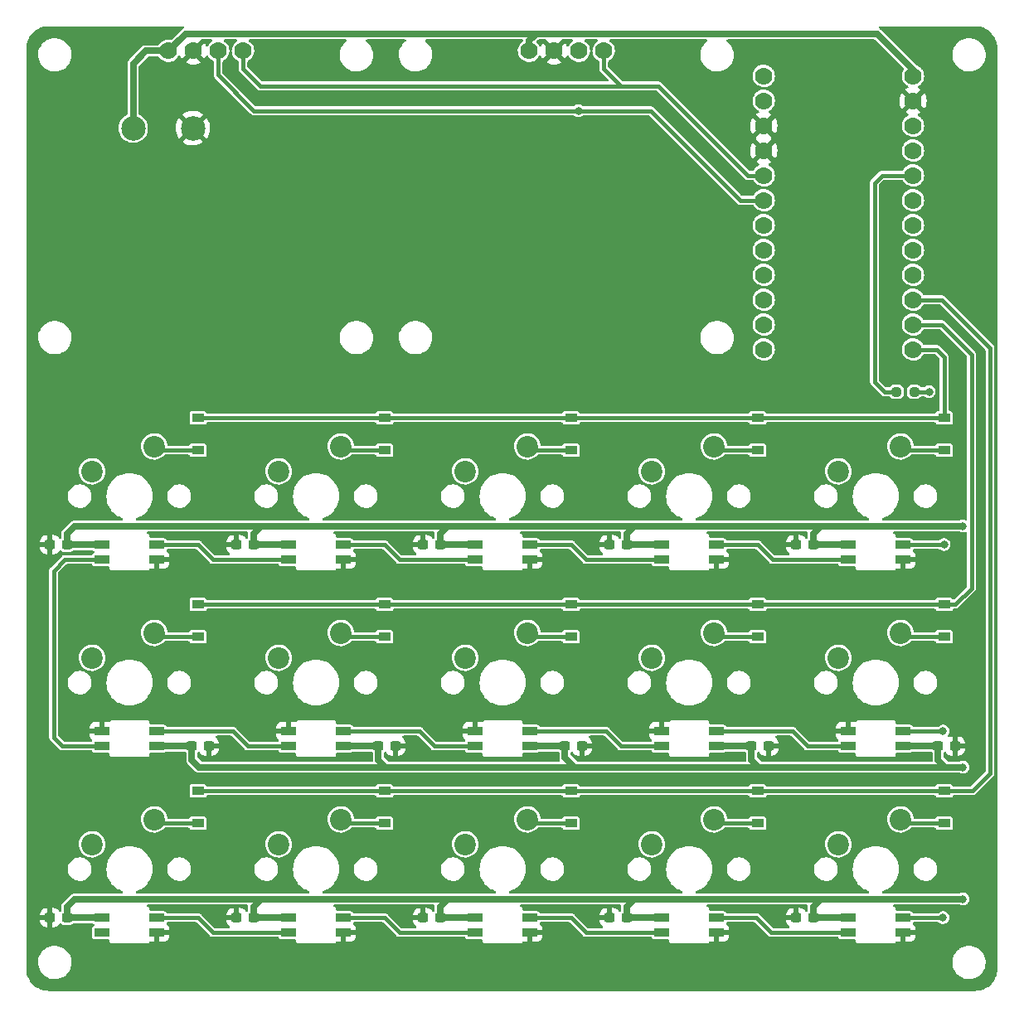
<source format=gbr>
%TF.GenerationSoftware,KiCad,Pcbnew,(6.0.10)*%
%TF.CreationDate,2023-01-07T14:06:22+01:00*%
%TF.ProjectId,FireKey,46697265-4b65-4792-9e6b-696361645f70,1.0.1*%
%TF.SameCoordinates,Original*%
%TF.FileFunction,Copper,L2,Bot*%
%TF.FilePolarity,Positive*%
%FSLAX46Y46*%
G04 Gerber Fmt 4.6, Leading zero omitted, Abs format (unit mm)*
G04 Created by KiCad (PCBNEW (6.0.10)) date 2023-01-07 14:06:22*
%MOMM*%
%LPD*%
G01*
G04 APERTURE LIST*
G04 Aperture macros list*
%AMRoundRect*
0 Rectangle with rounded corners*
0 $1 Rounding radius*
0 $2 $3 $4 $5 $6 $7 $8 $9 X,Y pos of 4 corners*
0 Add a 4 corners polygon primitive as box body*
4,1,4,$2,$3,$4,$5,$6,$7,$8,$9,$2,$3,0*
0 Add four circle primitives for the rounded corners*
1,1,$1+$1,$2,$3*
1,1,$1+$1,$4,$5*
1,1,$1+$1,$6,$7*
1,1,$1+$1,$8,$9*
0 Add four rect primitives between the rounded corners*
20,1,$1+$1,$2,$3,$4,$5,0*
20,1,$1+$1,$4,$5,$6,$7,0*
20,1,$1+$1,$6,$7,$8,$9,0*
20,1,$1+$1,$8,$9,$2,$3,0*%
G04 Aperture macros list end*
%TA.AperFunction,ComponentPad*%
%ADD10C,1.778000*%
%TD*%
%TA.AperFunction,ComponentPad*%
%ADD11C,2.200000*%
%TD*%
%TA.AperFunction,SMDPad,CuDef*%
%ADD12RoundRect,0.237500X0.300000X0.237500X-0.300000X0.237500X-0.300000X-0.237500X0.300000X-0.237500X0*%
%TD*%
%TA.AperFunction,SMDPad,CuDef*%
%ADD13RoundRect,0.237500X-0.300000X-0.237500X0.300000X-0.237500X0.300000X0.237500X-0.300000X0.237500X0*%
%TD*%
%TA.AperFunction,SMDPad,CuDef*%
%ADD14R,1.200000X0.900000*%
%TD*%
%TA.AperFunction,SMDPad,CuDef*%
%ADD15R,1.500000X0.820000*%
%TD*%
%TA.AperFunction,SMDPad,CuDef*%
%ADD16RoundRect,0.237500X0.250000X0.237500X-0.250000X0.237500X-0.250000X-0.237500X0.250000X-0.237500X0*%
%TD*%
%TA.AperFunction,SMDPad,CuDef*%
%ADD17C,2.500000*%
%TD*%
%TA.AperFunction,ViaPad*%
%ADD18C,0.800000*%
%TD*%
%TA.AperFunction,Conductor*%
%ADD19C,0.635000*%
%TD*%
%TA.AperFunction,Conductor*%
%ADD20C,0.381000*%
%TD*%
G04 APERTURE END LIST*
D10*
%TO.P,OLED2,1,VDD*%
%TO.N,VCC*%
X203995000Y-40875000D03*
%TO.P,OLED2,2,GND*%
%TO.N,GND*%
X206535000Y-40875000D03*
%TO.P,OLED2,3,SCL*%
%TO.N,SCL*%
X209075000Y-40875000D03*
%TO.P,OLED2,4,SDA*%
%TO.N,SDA*%
X211615000Y-40875000D03*
%TD*%
D11*
%TO.P,KEY8,1,A*%
%TO.N,Net-(D8-Pad2)*%
X222885000Y-100330000D03*
%TO.P,KEY8,2,B*%
%TO.N,Col1*%
X216535000Y-102870000D03*
%TD*%
%TO.P,KEY9,1,A*%
%TO.N,Net-(D9-Pad2)*%
X165735000Y-119380000D03*
%TO.P,KEY9,2,B*%
%TO.N,Col4*%
X159385000Y-121920000D03*
%TD*%
%TO.P,KEY13,1,A*%
%TO.N,Net-(D13-Pad2)*%
X241935000Y-81280000D03*
%TO.P,KEY13,2,B*%
%TO.N,Col0*%
X235585000Y-83820000D03*
%TD*%
%TO.P,KEY14,1,A*%
%TO.N,Net-(D14-Pad2)*%
X241935000Y-100330000D03*
%TO.P,KEY14,2,B*%
%TO.N,Col0*%
X235585000Y-102870000D03*
%TD*%
%TO.P,KEY10,1,A*%
%TO.N,Net-(D10-Pad2)*%
X184785000Y-119380000D03*
%TO.P,KEY10,2,B*%
%TO.N,Col3*%
X178435000Y-121920000D03*
%TD*%
%TO.P,KEY4,1,A*%
%TO.N,Net-(D4-Pad2)*%
X222885000Y-81280000D03*
%TO.P,KEY4,2,B*%
%TO.N,Col1*%
X216535000Y-83820000D03*
%TD*%
%TO.P,KEY1,1,A*%
%TO.N,Net-(D1-Pad2)*%
X165735000Y-81280000D03*
%TO.P,KEY1,2,B*%
%TO.N,Col4*%
X159385000Y-83820000D03*
%TD*%
%TO.P,KEY11,1,A*%
%TO.N,Net-(D11-Pad2)*%
X203835000Y-119380000D03*
%TO.P,KEY11,2,B*%
%TO.N,Col2*%
X197485000Y-121920000D03*
%TD*%
%TO.P,KEY12,1,A*%
%TO.N,Net-(D12-Pad2)*%
X222885000Y-119380000D03*
%TO.P,KEY12,2,B*%
%TO.N,Col1*%
X216535000Y-121920000D03*
%TD*%
%TO.P,KEY6,1,A*%
%TO.N,Net-(D6-Pad2)*%
X184785000Y-100330000D03*
%TO.P,KEY6,2,B*%
%TO.N,Col3*%
X178435000Y-102870000D03*
%TD*%
%TO.P,KEY2,1,A*%
%TO.N,Net-(D2-Pad2)*%
X184785000Y-81280000D03*
%TO.P,KEY2,2,B*%
%TO.N,Col3*%
X178435000Y-83820000D03*
%TD*%
D10*
%TO.P,U1,0,RXI*%
%TO.N,unconnected-(U1-Pad0)*%
X227965000Y-45974000D03*
%TO.P,U1,1,TXO*%
%TO.N,unconnected-(U1-Pad1)*%
X227965000Y-43434000D03*
%TO.P,U1,2,D2*%
%TO.N,SDA*%
X227965000Y-53594000D03*
%TO.P,U1,3,D3*%
%TO.N,SCL*%
X227965000Y-56134000D03*
%TO.P,U1,4,D4*%
%TO.N,unconnected-(U1-Pad4)*%
X227965000Y-58674000D03*
%TO.P,U1,5,D5*%
%TO.N,Col4*%
X227965000Y-61214000D03*
%TO.P,U1,6,D6*%
%TO.N,Col3*%
X227965000Y-63754000D03*
%TO.P,U1,7,D7*%
%TO.N,Col2*%
X227965000Y-66294000D03*
%TO.P,U1,8,D8*%
%TO.N,Col1*%
X227965000Y-68834000D03*
%TO.P,U1,9,D9*%
%TO.N,Col0*%
X227965000Y-71374000D03*
%TO.P,U1,10,D10*%
%TO.N,Row0*%
X243205000Y-71374000D03*
%TO.P,U1,14,D14*%
%TO.N,Row2*%
X243205000Y-66294000D03*
%TO.P,U1,15,D15*%
%TO.N,unconnected-(U1-Pad15)*%
X243205000Y-63754000D03*
%TO.P,U1,16,D16*%
%TO.N,Row1*%
X243205000Y-68834000D03*
%TO.P,U1,18,A0*%
%TO.N,unconnected-(U1-Pad18)*%
X243205000Y-61214000D03*
%TO.P,U1,19,A1*%
%TO.N,unconnected-(U1-Pad19)*%
X243205000Y-58674000D03*
%TO.P,U1,20,A2*%
%TO.N,unconnected-(U1-Pad20)*%
X243205000Y-56134000D03*
%TO.P,U1,21,A3*%
%TO.N,LEDpin*%
X243205000Y-53594000D03*
%TO.P,U1,90,GND*%
%TO.N,GND*%
X227965000Y-48514000D03*
%TO.P,U1,91,GND*%
X227965000Y-51054000D03*
%TO.P,U1,92,RAW*%
%TO.N,VCC*%
X243205000Y-43434000D03*
%TO.P,U1,93,GND*%
%TO.N,GND*%
X243205000Y-45974000D03*
%TO.P,U1,94,RST*%
%TO.N,RST*%
X243205000Y-48514000D03*
%TO.P,U1,95,VCC*%
%TO.N,unconnected-(U1-Pad95)*%
X243205000Y-51054000D03*
%TD*%
%TO.P,OLED1,1,VDD*%
%TO.N,VCC*%
X167165000Y-40875000D03*
%TO.P,OLED1,2,GND*%
%TO.N,GND*%
X169705000Y-40875000D03*
%TO.P,OLED1,3,SCL*%
%TO.N,SCL*%
X172245000Y-40875000D03*
%TO.P,OLED1,4,SDA*%
%TO.N,SDA*%
X174785000Y-40875000D03*
%TD*%
D11*
%TO.P,KEY7,1,A*%
%TO.N,Net-(D7-Pad2)*%
X203835000Y-100330000D03*
%TO.P,KEY7,2,B*%
%TO.N,Col2*%
X197485000Y-102870000D03*
%TD*%
%TO.P,KEY15,1,A*%
%TO.N,Net-(D15-Pad2)*%
X241935000Y-119380000D03*
%TO.P,KEY15,2,B*%
%TO.N,Col0*%
X235585000Y-121920000D03*
%TD*%
%TO.P,KEY3,1,A*%
%TO.N,Net-(D3-Pad2)*%
X203835000Y-81280000D03*
%TO.P,KEY3,2,B*%
%TO.N,Col2*%
X197485000Y-83820000D03*
%TD*%
%TO.P,KEY5,1,A*%
%TO.N,Net-(D5-Pad2)*%
X165735000Y-100330000D03*
%TO.P,KEY5,2,B*%
%TO.N,Col4*%
X159385000Y-102870000D03*
%TD*%
D12*
%TO.P,C13,1*%
%TO.N,VCC*%
X175868500Y-129413000D03*
%TO.P,C13,2*%
%TO.N,GND*%
X174143500Y-129413000D03*
%TD*%
D13*
%TO.P,C7,1*%
%TO.N,VCC*%
X207671500Y-111887000D03*
%TO.P,C7,2*%
%TO.N,GND*%
X209396500Y-111887000D03*
%TD*%
%TO.P,C6,1*%
%TO.N,VCC*%
X188621500Y-111887000D03*
%TO.P,C6,2*%
%TO.N,GND*%
X190346500Y-111887000D03*
%TD*%
D14*
%TO.P,D3,1,K*%
%TO.N,Row0*%
X208280000Y-78360000D03*
%TO.P,D3,2,A*%
%TO.N,Net-(D3-Pad2)*%
X208280000Y-81660000D03*
%TD*%
D13*
%TO.P,C8,1*%
%TO.N,VCC*%
X226721500Y-111887000D03*
%TO.P,C8,2*%
%TO.N,GND*%
X228446500Y-111887000D03*
%TD*%
D15*
%TO.P,LED14,1,VDD*%
%TO.N,VCC*%
X160395000Y-129425000D03*
%TO.P,LED14,2,DOUT*%
%TO.N,unconnected-(LED14-Pad2)*%
X160395000Y-130925000D03*
%TO.P,LED14,3,GND*%
%TO.N,GND*%
X165995000Y-130925000D03*
%TO.P,LED14,4,DIN*%
%TO.N,Net-(LED13-Pad2)*%
X165995000Y-129425000D03*
%TD*%
D16*
%TO.P,R1,1*%
%TO.N,Net-(LED0-Pad4)*%
X243332000Y-75692000D03*
%TO.P,R1,2*%
%TO.N,LEDpin*%
X241507000Y-75692000D03*
%TD*%
D12*
%TO.P,C11,1*%
%TO.N,VCC*%
X213968500Y-129413000D03*
%TO.P,C11,2*%
%TO.N,GND*%
X212243500Y-129413000D03*
%TD*%
D15*
%TO.P,LED4,1,VDD*%
%TO.N,VCC*%
X160395000Y-91325000D03*
%TO.P,LED4,2,DOUT*%
%TO.N,Net-(LED4-Pad2)*%
X160395000Y-92825000D03*
%TO.P,LED4,3,GND*%
%TO.N,GND*%
X165995000Y-92825000D03*
%TO.P,LED4,4,DIN*%
%TO.N,Net-(LED3-Pad2)*%
X165995000Y-91325000D03*
%TD*%
%TO.P,LED3,1,VDD*%
%TO.N,VCC*%
X179445000Y-91325000D03*
%TO.P,LED3,2,DOUT*%
%TO.N,Net-(LED3-Pad2)*%
X179445000Y-92825000D03*
%TO.P,LED3,3,GND*%
%TO.N,GND*%
X185045000Y-92825000D03*
%TO.P,LED3,4,DIN*%
%TO.N,Net-(LED2-Pad2)*%
X185045000Y-91325000D03*
%TD*%
D13*
%TO.P,C9,1*%
%TO.N,VCC*%
X245771500Y-111887000D03*
%TO.P,C9,2*%
%TO.N,GND*%
X247496500Y-111887000D03*
%TD*%
D15*
%TO.P,LED5,1,VDD*%
%TO.N,VCC*%
X165995000Y-111875000D03*
%TO.P,LED5,2,DOUT*%
%TO.N,Net-(LED5-Pad2)*%
X165995000Y-110375000D03*
%TO.P,LED5,3,GND*%
%TO.N,GND*%
X160395000Y-110375000D03*
%TO.P,LED5,4,DIN*%
%TO.N,Net-(LED4-Pad2)*%
X160395000Y-111875000D03*
%TD*%
D13*
%TO.P,C5,1*%
%TO.N,VCC*%
X169571500Y-111887000D03*
%TO.P,C5,2*%
%TO.N,GND*%
X171296500Y-111887000D03*
%TD*%
D14*
%TO.P,D10,1,K*%
%TO.N,Row2*%
X189230000Y-116460000D03*
%TO.P,D10,2,A*%
%TO.N,Net-(D10-Pad2)*%
X189230000Y-119760000D03*
%TD*%
D12*
%TO.P,C3,1*%
%TO.N,VCC*%
X175868500Y-91313000D03*
%TO.P,C3,2*%
%TO.N,GND*%
X174143500Y-91313000D03*
%TD*%
D14*
%TO.P,D15,1,K*%
%TO.N,Row2*%
X246380000Y-116460000D03*
%TO.P,D15,2,A*%
%TO.N,Net-(D15-Pad2)*%
X246380000Y-119760000D03*
%TD*%
D15*
%TO.P,LED8,1,VDD*%
%TO.N,VCC*%
X223145000Y-111875000D03*
%TO.P,LED8,2,DOUT*%
%TO.N,Net-(LED8-Pad2)*%
X223145000Y-110375000D03*
%TO.P,LED8,3,GND*%
%TO.N,GND*%
X217545000Y-110375000D03*
%TO.P,LED8,4,DIN*%
%TO.N,Net-(LED7-Pad2)*%
X217545000Y-111875000D03*
%TD*%
D14*
%TO.P,D2,1,K*%
%TO.N,Row0*%
X189230000Y-78360000D03*
%TO.P,D2,2,A*%
%TO.N,Net-(D2-Pad2)*%
X189230000Y-81660000D03*
%TD*%
%TO.P,D9,1,K*%
%TO.N,Row2*%
X170180000Y-116460000D03*
%TO.P,D9,2,A*%
%TO.N,Net-(D9-Pad2)*%
X170180000Y-119760000D03*
%TD*%
D15*
%TO.P,LED1,1,VDD*%
%TO.N,VCC*%
X217545000Y-91325000D03*
%TO.P,LED1,2,DOUT*%
%TO.N,Net-(LED1-Pad2)*%
X217545000Y-92825000D03*
%TO.P,LED1,3,GND*%
%TO.N,GND*%
X223145000Y-92825000D03*
%TO.P,LED1,4,DIN*%
%TO.N,Net-(LED0-Pad2)*%
X223145000Y-91325000D03*
%TD*%
%TO.P,LED2,1,VDD*%
%TO.N,VCC*%
X198495000Y-91325000D03*
%TO.P,LED2,2,DOUT*%
%TO.N,Net-(LED2-Pad2)*%
X198495000Y-92825000D03*
%TO.P,LED2,3,GND*%
%TO.N,GND*%
X204095000Y-92825000D03*
%TO.P,LED2,4,DIN*%
%TO.N,Net-(LED1-Pad2)*%
X204095000Y-91325000D03*
%TD*%
D14*
%TO.P,D1,1,K*%
%TO.N,Row0*%
X170180000Y-78360000D03*
%TO.P,D1,2,A*%
%TO.N,Net-(D1-Pad2)*%
X170180000Y-81660000D03*
%TD*%
%TO.P,D12,1,K*%
%TO.N,Row2*%
X227330000Y-116460000D03*
%TO.P,D12,2,A*%
%TO.N,Net-(D12-Pad2)*%
X227330000Y-119760000D03*
%TD*%
D12*
%TO.P,C2,1*%
%TO.N,VCC*%
X194918500Y-91313000D03*
%TO.P,C2,2*%
%TO.N,GND*%
X193193500Y-91313000D03*
%TD*%
D14*
%TO.P,D11,1,K*%
%TO.N,Row2*%
X208280000Y-116460000D03*
%TO.P,D11,2,A*%
%TO.N,Net-(D11-Pad2)*%
X208280000Y-119760000D03*
%TD*%
D15*
%TO.P,LED9,1,VDD*%
%TO.N,VCC*%
X242195000Y-111875000D03*
%TO.P,LED9,2,DOUT*%
%TO.N,Net-(LED10-Pad4)*%
X242195000Y-110375000D03*
%TO.P,LED9,3,GND*%
%TO.N,GND*%
X236595000Y-110375000D03*
%TO.P,LED9,4,DIN*%
%TO.N,Net-(LED8-Pad2)*%
X236595000Y-111875000D03*
%TD*%
D14*
%TO.P,D4,1,K*%
%TO.N,Row0*%
X227330000Y-78360000D03*
%TO.P,D4,2,A*%
%TO.N,Net-(D4-Pad2)*%
X227330000Y-81660000D03*
%TD*%
%TO.P,D13,1,K*%
%TO.N,Row0*%
X246380000Y-78360000D03*
%TO.P,D13,2,A*%
%TO.N,Net-(D13-Pad2)*%
X246380000Y-81660000D03*
%TD*%
D15*
%TO.P,LED0,1,VDD*%
%TO.N,VCC*%
X236595000Y-91325000D03*
%TO.P,LED0,2,DOUT*%
%TO.N,Net-(LED0-Pad2)*%
X236595000Y-92825000D03*
%TO.P,LED0,3,GND*%
%TO.N,GND*%
X242195000Y-92825000D03*
%TO.P,LED0,4,DIN*%
%TO.N,Net-(LED0-Pad4)*%
X242195000Y-91325000D03*
%TD*%
D17*
%TO.P,P2,1,1*%
%TO.N,GND*%
X169672000Y-48768000D03*
%TD*%
D14*
%TO.P,D14,1,K*%
%TO.N,Row1*%
X246380000Y-97410000D03*
%TO.P,D14,2,A*%
%TO.N,Net-(D14-Pad2)*%
X246380000Y-100710000D03*
%TD*%
%TO.P,D8,1,K*%
%TO.N,Row1*%
X227330000Y-97410000D03*
%TO.P,D8,2,A*%
%TO.N,Net-(D8-Pad2)*%
X227330000Y-100710000D03*
%TD*%
%TO.P,D5,1,K*%
%TO.N,Row1*%
X170180000Y-97410000D03*
%TO.P,D5,2,A*%
%TO.N,Net-(D5-Pad2)*%
X170180000Y-100710000D03*
%TD*%
%TO.P,D6,1,K*%
%TO.N,Row1*%
X189230000Y-97410000D03*
%TO.P,D6,2,A*%
%TO.N,Net-(D6-Pad2)*%
X189230000Y-100710000D03*
%TD*%
D12*
%TO.P,C4,1*%
%TO.N,VCC*%
X156818500Y-91313000D03*
%TO.P,C4,2*%
%TO.N,GND*%
X155093500Y-91313000D03*
%TD*%
D14*
%TO.P,D7,1,K*%
%TO.N,Row1*%
X208280000Y-97410000D03*
%TO.P,D7,2,A*%
%TO.N,Net-(D7-Pad2)*%
X208280000Y-100710000D03*
%TD*%
D12*
%TO.P,C0,1*%
%TO.N,VCC*%
X233018500Y-91313000D03*
%TO.P,C0,2*%
%TO.N,GND*%
X231293500Y-91313000D03*
%TD*%
%TO.P,C12,1*%
%TO.N,VCC*%
X194918500Y-129413000D03*
%TO.P,C12,2*%
%TO.N,GND*%
X193193500Y-129413000D03*
%TD*%
D15*
%TO.P,LED11,1,VDD*%
%TO.N,VCC*%
X217545000Y-129425000D03*
%TO.P,LED11,2,DOUT*%
%TO.N,Net-(LED11-Pad2)*%
X217545000Y-130925000D03*
%TO.P,LED11,3,GND*%
%TO.N,GND*%
X223145000Y-130925000D03*
%TO.P,LED11,4,DIN*%
%TO.N,Net-(LED10-Pad2)*%
X223145000Y-129425000D03*
%TD*%
D12*
%TO.P,C1,1*%
%TO.N,VCC*%
X213968500Y-91313000D03*
%TO.P,C1,2*%
%TO.N,GND*%
X212243500Y-91313000D03*
%TD*%
D17*
%TO.P,P1,1,1*%
%TO.N,VCC*%
X163576000Y-48768000D03*
%TD*%
D12*
%TO.P,C10,1*%
%TO.N,VCC*%
X233018500Y-129413000D03*
%TO.P,C10,2*%
%TO.N,GND*%
X231293500Y-129413000D03*
%TD*%
D15*
%TO.P,LED10,1,VDD*%
%TO.N,VCC*%
X236595000Y-129425000D03*
%TO.P,LED10,2,DOUT*%
%TO.N,Net-(LED10-Pad2)*%
X236595000Y-130925000D03*
%TO.P,LED10,3,GND*%
%TO.N,GND*%
X242195000Y-130925000D03*
%TO.P,LED10,4,DIN*%
%TO.N,Net-(LED10-Pad4)*%
X242195000Y-129425000D03*
%TD*%
%TO.P,LED13,1,VDD*%
%TO.N,VCC*%
X179445000Y-129425000D03*
%TO.P,LED13,2,DOUT*%
%TO.N,Net-(LED13-Pad2)*%
X179445000Y-130925000D03*
%TO.P,LED13,3,GND*%
%TO.N,GND*%
X185045000Y-130925000D03*
%TO.P,LED13,4,DIN*%
%TO.N,Net-(LED12-Pad2)*%
X185045000Y-129425000D03*
%TD*%
%TO.P,LED7,1,VDD*%
%TO.N,VCC*%
X204095000Y-111875000D03*
%TO.P,LED7,2,DOUT*%
%TO.N,Net-(LED7-Pad2)*%
X204095000Y-110375000D03*
%TO.P,LED7,3,GND*%
%TO.N,GND*%
X198495000Y-110375000D03*
%TO.P,LED7,4,DIN*%
%TO.N,Net-(LED6-Pad2)*%
X198495000Y-111875000D03*
%TD*%
%TO.P,LED6,1,VDD*%
%TO.N,VCC*%
X185045000Y-111875000D03*
%TO.P,LED6,2,DOUT*%
%TO.N,Net-(LED6-Pad2)*%
X185045000Y-110375000D03*
%TO.P,LED6,3,GND*%
%TO.N,GND*%
X179445000Y-110375000D03*
%TO.P,LED6,4,DIN*%
%TO.N,Net-(LED5-Pad2)*%
X179445000Y-111875000D03*
%TD*%
D12*
%TO.P,C14,1*%
%TO.N,VCC*%
X156818500Y-129413000D03*
%TO.P,C14,2*%
%TO.N,GND*%
X155093500Y-129413000D03*
%TD*%
D15*
%TO.P,LED12,1,VDD*%
%TO.N,VCC*%
X198495000Y-129425000D03*
%TO.P,LED12,2,DOUT*%
%TO.N,Net-(LED12-Pad2)*%
X198495000Y-130925000D03*
%TO.P,LED12,3,GND*%
%TO.N,GND*%
X204095000Y-130925000D03*
%TO.P,LED12,4,DIN*%
%TO.N,Net-(LED11-Pad2)*%
X204095000Y-129425000D03*
%TD*%
D18*
%TO.N,VCC*%
X248285000Y-89408000D03*
X248285000Y-114046000D03*
X248285000Y-127508000D03*
%TO.N,GND*%
X172085000Y-91313000D03*
X229235000Y-91313000D03*
X192405000Y-111887000D03*
X210185000Y-129413000D03*
X173355000Y-111887000D03*
X172085000Y-129413000D03*
X191135000Y-91313000D03*
X230505000Y-111887000D03*
X229108000Y-129413000D03*
X210185000Y-91313000D03*
X191135000Y-129413000D03*
X211455000Y-111887000D03*
%TO.N,Net-(LED10-Pad4)*%
X246253000Y-110363000D03*
X246253000Y-129413000D03*
%TO.N,SCL*%
X209042000Y-46990000D03*
%TO.N,Net-(LED0-Pad4)*%
X246380000Y-91313000D03*
X244856000Y-75692000D03*
%TD*%
D19*
%TO.N,VCC*%
X245771500Y-113310500D02*
X246507000Y-114046000D01*
X213980500Y-91325000D02*
X213968500Y-91313000D01*
X243205000Y-43180000D02*
X243205000Y-43053000D01*
X245771500Y-111887000D02*
X245771500Y-113310500D01*
X195707000Y-89408000D02*
X176657000Y-89408000D01*
X246507000Y-114046000D02*
X227457000Y-114046000D01*
X170307000Y-114046000D02*
X169571500Y-113310500D01*
X217545000Y-129425000D02*
X213980500Y-129425000D01*
X194918500Y-90196500D02*
X195707000Y-89408000D01*
X194930500Y-129425000D02*
X194918500Y-129413000D01*
X157607000Y-89408000D02*
X156818500Y-90196500D01*
X179445000Y-129425000D02*
X175880500Y-129425000D01*
X164865000Y-40875000D02*
X163576000Y-42164000D01*
X203995000Y-40875000D02*
X203995000Y-39845000D01*
X233030500Y-91325000D02*
X233018500Y-91313000D01*
X160395000Y-129425000D02*
X156830500Y-129425000D01*
X165995000Y-111875000D02*
X169559500Y-111875000D01*
X157607000Y-127508000D02*
X156818500Y-128296500D01*
X226721500Y-113310500D02*
X227457000Y-114046000D01*
X207659500Y-111875000D02*
X207671500Y-111887000D01*
X213968500Y-90196500D02*
X214757000Y-89408000D01*
X176657000Y-127508000D02*
X157607000Y-127508000D01*
X163576000Y-42164000D02*
X163576000Y-48768000D01*
X233018500Y-129413000D02*
X233018500Y-128296500D01*
X223145000Y-111875000D02*
X226709500Y-111875000D01*
X236595000Y-91325000D02*
X233030500Y-91325000D01*
X233018500Y-91313000D02*
X233018500Y-90196500D01*
X233018500Y-90196500D02*
X233807000Y-89408000D01*
X213968500Y-128296500D02*
X214757000Y-127508000D01*
X198495000Y-129425000D02*
X194930500Y-129425000D01*
X213968500Y-129413000D02*
X213968500Y-128296500D01*
X245759500Y-111875000D02*
X245771500Y-111887000D01*
X208661000Y-114046000D02*
X189357000Y-114046000D01*
X233030500Y-129425000D02*
X233018500Y-129413000D01*
X248285000Y-114046000D02*
X246507000Y-114046000D01*
X188621500Y-113310500D02*
X189357000Y-114046000D01*
X175880500Y-129425000D02*
X175868500Y-129413000D01*
X233807000Y-127508000D02*
X214757000Y-127508000D01*
X226721500Y-111887000D02*
X226721500Y-113310500D01*
X217545000Y-91325000D02*
X213980500Y-91325000D01*
X175868500Y-129413000D02*
X175868500Y-128296500D01*
X167165000Y-40875000D02*
X164865000Y-40875000D01*
X203995000Y-39845000D02*
X204724000Y-39116000D01*
X175880500Y-91325000D02*
X175868500Y-91313000D01*
X233807000Y-89408000D02*
X214757000Y-89408000D01*
X213980500Y-129425000D02*
X213968500Y-129413000D01*
X243205000Y-42799000D02*
X243205000Y-43434000D01*
X198495000Y-91325000D02*
X194930500Y-91325000D01*
X185045000Y-111875000D02*
X188609500Y-111875000D01*
X194918500Y-128296500D02*
X195707000Y-127508000D01*
X194918500Y-91313000D02*
X194918500Y-90196500D01*
X176657000Y-89408000D02*
X157607000Y-89408000D01*
X227457000Y-114046000D02*
X208661000Y-114046000D01*
X236595000Y-129425000D02*
X233030500Y-129425000D01*
X226709500Y-111875000D02*
X226721500Y-111887000D01*
X160395000Y-91325000D02*
X156830500Y-91325000D01*
X156830500Y-91325000D02*
X156818500Y-91313000D01*
X204095000Y-111875000D02*
X207659500Y-111875000D01*
X189357000Y-114046000D02*
X170307000Y-114046000D01*
X233018500Y-128296500D02*
X233807000Y-127508000D01*
X156830500Y-129425000D02*
X156818500Y-129413000D01*
X195707000Y-127508000D02*
X176657000Y-127508000D01*
X204724000Y-39116000D02*
X239522000Y-39116000D01*
X188621500Y-111887000D02*
X188621500Y-113310500D01*
X248285000Y-127508000D02*
X233807000Y-127508000D01*
X169571500Y-113310500D02*
X169571500Y-111887000D01*
X214757000Y-89408000D02*
X195707000Y-89408000D01*
X188609500Y-111875000D02*
X188621500Y-111887000D01*
X242195000Y-111875000D02*
X245759500Y-111875000D01*
X156818500Y-128296500D02*
X156818500Y-129413000D01*
X175868500Y-90196500D02*
X176657000Y-89408000D01*
X204724000Y-39116000D02*
X168924000Y-39116000D01*
X194930500Y-91325000D02*
X194918500Y-91313000D01*
X248285000Y-89408000D02*
X233807000Y-89408000D01*
X169559500Y-111875000D02*
X169571500Y-111887000D01*
X207671500Y-113056500D02*
X208661000Y-114046000D01*
X179445000Y-91325000D02*
X175880500Y-91325000D01*
X194918500Y-129413000D02*
X194918500Y-128296500D01*
X214757000Y-127508000D02*
X195707000Y-127508000D01*
X207671500Y-111887000D02*
X207671500Y-113056500D01*
X168924000Y-39116000D02*
X167165000Y-40875000D01*
X175868500Y-91313000D02*
X175868500Y-90196500D01*
X213968500Y-91313000D02*
X213968500Y-90196500D01*
X156818500Y-90196500D02*
X156818500Y-91313000D01*
X175868500Y-128296500D02*
X176657000Y-127508000D01*
X239522000Y-39116000D02*
X243205000Y-42799000D01*
D20*
%TO.N,Row0*%
X170180000Y-78360000D02*
X246380000Y-78360000D01*
X245618000Y-71374000D02*
X243205000Y-71374000D01*
X246380000Y-72136000D02*
X245618000Y-71374000D01*
X246380000Y-78360000D02*
X246380000Y-72136000D01*
%TO.N,Net-(D1-Pad2)*%
X166115000Y-81660000D02*
X165735000Y-81280000D01*
X170180000Y-81660000D02*
X166115000Y-81660000D01*
%TO.N,Net-(D2-Pad2)*%
X189230000Y-81660000D02*
X185165000Y-81660000D01*
X185165000Y-81660000D02*
X184785000Y-81280000D01*
%TO.N,Net-(D3-Pad2)*%
X208280000Y-81660000D02*
X204215000Y-81660000D01*
X204215000Y-81660000D02*
X203835000Y-81280000D01*
%TO.N,Row1*%
X170180000Y-97410000D02*
X246380000Y-97410000D01*
X247522000Y-97410000D02*
X246380000Y-97410000D01*
X246126000Y-68834000D02*
X249174000Y-71882000D01*
X249174000Y-95758000D02*
X247522000Y-97410000D01*
X249174000Y-71882000D02*
X249174000Y-95758000D01*
X243205000Y-68834000D02*
X246126000Y-68834000D01*
%TO.N,Net-(D4-Pad2)*%
X223265000Y-81660000D02*
X222885000Y-81280000D01*
X227330000Y-81660000D02*
X223265000Y-81660000D01*
%TO.N,Net-(D5-Pad2)*%
X170180000Y-100710000D02*
X166115000Y-100710000D01*
X166115000Y-100710000D02*
X165735000Y-100330000D01*
%TO.N,Net-(D6-Pad2)*%
X185165000Y-100710000D02*
X184785000Y-100330000D01*
X189230000Y-100710000D02*
X185165000Y-100710000D01*
%TO.N,Row2*%
X243205000Y-66294000D02*
X246126000Y-66294000D01*
X251079000Y-71247000D02*
X251079000Y-114681000D01*
X249300000Y-116460000D02*
X246380000Y-116460000D01*
X246126000Y-66294000D02*
X251079000Y-71247000D01*
X251079000Y-114681000D02*
X249300000Y-116460000D01*
X170180000Y-116460000D02*
X246380000Y-116460000D01*
%TO.N,Net-(D7-Pad2)*%
X204215000Y-100710000D02*
X203835000Y-100330000D01*
X208280000Y-100710000D02*
X204215000Y-100710000D01*
%TO.N,Net-(D8-Pad2)*%
X223265000Y-100710000D02*
X222885000Y-100330000D01*
X227330000Y-100710000D02*
X223265000Y-100710000D01*
%TO.N,Net-(D9-Pad2)*%
X170180000Y-119760000D02*
X166115000Y-119760000D01*
X166115000Y-119760000D02*
X165735000Y-119380000D01*
%TO.N,Net-(D10-Pad2)*%
X185165000Y-119760000D02*
X184785000Y-119380000D01*
X189230000Y-119760000D02*
X185165000Y-119760000D01*
%TO.N,Net-(D11-Pad2)*%
X208280000Y-119760000D02*
X204215000Y-119760000D01*
X204215000Y-119760000D02*
X203835000Y-119380000D01*
%TO.N,Net-(D12-Pad2)*%
X227330000Y-119760000D02*
X223265000Y-119760000D01*
X223265000Y-119760000D02*
X222885000Y-119380000D01*
%TO.N,Net-(D13-Pad2)*%
X246380000Y-81660000D02*
X242315000Y-81660000D01*
X242315000Y-81660000D02*
X241935000Y-81280000D01*
%TO.N,Net-(D14-Pad2)*%
X242315000Y-100710000D02*
X241935000Y-100330000D01*
X246380000Y-100710000D02*
X242315000Y-100710000D01*
%TO.N,Net-(D15-Pad2)*%
X242315000Y-119760000D02*
X241935000Y-119380000D01*
X246380000Y-119760000D02*
X242315000Y-119760000D01*
%TO.N,Net-(LED1-Pad2)*%
X209792000Y-92825000D02*
X208292000Y-91325000D01*
X217545000Y-92825000D02*
X209792000Y-92825000D01*
X208292000Y-91325000D02*
X204095000Y-91325000D01*
%TO.N,Net-(LED2-Pad2)*%
X190742000Y-92825000D02*
X189242000Y-91325000D01*
X189242000Y-91325000D02*
X185045000Y-91325000D01*
X198495000Y-92825000D02*
X190742000Y-92825000D01*
%TO.N,Net-(LED3-Pad2)*%
X170192000Y-91325000D02*
X165995000Y-91325000D01*
X171692000Y-92825000D02*
X170192000Y-91325000D01*
X179445000Y-92825000D02*
X171692000Y-92825000D01*
%TO.N,Net-(LED4-Pad2)*%
X160395000Y-92825000D02*
X156603000Y-92825000D01*
X156325000Y-111875000D02*
X160395000Y-111875000D01*
X155448000Y-93980000D02*
X155448000Y-110998000D01*
X155448000Y-110998000D02*
X156325000Y-111875000D01*
X156603000Y-92825000D02*
X155448000Y-93980000D01*
%TO.N,Net-(LED5-Pad2)*%
X165995000Y-110375000D02*
X173748000Y-110375000D01*
X173748000Y-110375000D02*
X175248000Y-111875000D01*
X175248000Y-111875000D02*
X179445000Y-111875000D01*
%TO.N,Net-(LED6-Pad2)*%
X185045000Y-110375000D02*
X192798000Y-110375000D01*
X192798000Y-110375000D02*
X194298000Y-111875000D01*
X194298000Y-111875000D02*
X198495000Y-111875000D01*
%TO.N,Net-(LED7-Pad2)*%
X211848000Y-110375000D02*
X213348000Y-111875000D01*
X213348000Y-111875000D02*
X217545000Y-111875000D01*
X204095000Y-110375000D02*
X211848000Y-110375000D01*
%TO.N,Net-(LED8-Pad2)*%
X223145000Y-110375000D02*
X230898000Y-110375000D01*
X230898000Y-110375000D02*
X232398000Y-111875000D01*
X232398000Y-111875000D02*
X236595000Y-111875000D01*
%TO.N,Net-(LED10-Pad4)*%
X246253000Y-129413000D02*
X246241000Y-129425000D01*
X242195000Y-110375000D02*
X246241000Y-110375000D01*
X246241000Y-129425000D02*
X242195000Y-129425000D01*
X246241000Y-110375000D02*
X246253000Y-110363000D01*
%TO.N,Net-(LED10-Pad2)*%
X228715000Y-130925000D02*
X227215000Y-129425000D01*
X227215000Y-129425000D02*
X223145000Y-129425000D01*
X236595000Y-130925000D02*
X228715000Y-130925000D01*
%TO.N,Net-(LED11-Pad2)*%
X217545000Y-130925000D02*
X209792000Y-130925000D01*
X209792000Y-130925000D02*
X208292000Y-129425000D01*
X208292000Y-129425000D02*
X204095000Y-129425000D01*
%TO.N,Net-(LED12-Pad2)*%
X189242000Y-129425000D02*
X185045000Y-129425000D01*
X190742000Y-130925000D02*
X189242000Y-129425000D01*
X198495000Y-130925000D02*
X190742000Y-130925000D01*
%TO.N,Net-(LED13-Pad2)*%
X171692000Y-130925000D02*
X170192000Y-129425000D01*
X170192000Y-129425000D02*
X165995000Y-129425000D01*
X179445000Y-130925000D02*
X171692000Y-130925000D01*
%TO.N,SCL*%
X216408000Y-46990000D02*
X225552000Y-56134000D01*
X225552000Y-56134000D02*
X227965000Y-56134000D01*
X172245000Y-43340000D02*
X175895000Y-46990000D01*
X172245000Y-40875000D02*
X172245000Y-43340000D01*
X209042000Y-46990000D02*
X216408000Y-46990000D01*
X175895000Y-46990000D02*
X209042000Y-46990000D01*
%TO.N,SDA*%
X213360000Y-44450000D02*
X217170000Y-44450000D01*
X174785000Y-40875000D02*
X174785000Y-42705000D01*
X211615000Y-40875000D02*
X211615000Y-42705000D01*
X217170000Y-44450000D02*
X226314000Y-53594000D01*
X174785000Y-42705000D02*
X176530000Y-44450000D01*
X176530000Y-44450000D02*
X213360000Y-44450000D01*
X211615000Y-42705000D02*
X213360000Y-44450000D01*
X226314000Y-53594000D02*
X227965000Y-53594000D01*
%TO.N,LEDpin*%
X239268000Y-74676000D02*
X240284000Y-75692000D01*
X239268000Y-54356000D02*
X239268000Y-74676000D01*
X243205000Y-53594000D02*
X240030000Y-53594000D01*
X240284000Y-75692000D02*
X241507000Y-75692000D01*
X240030000Y-53594000D02*
X239268000Y-54356000D01*
%TO.N,Net-(LED0-Pad2)*%
X236595000Y-92825000D02*
X228842000Y-92825000D01*
X227342000Y-91325000D02*
X223145000Y-91325000D01*
X228842000Y-92825000D02*
X227342000Y-91325000D01*
%TO.N,Net-(LED0-Pad4)*%
X242207000Y-91313000D02*
X242195000Y-91325000D01*
X243332000Y-75692000D02*
X244856000Y-75692000D01*
X246380000Y-91313000D02*
X242207000Y-91313000D01*
%TD*%
%TA.AperFunction,Conductor*%
%TO.N,GND*%
G36*
X168702392Y-38374502D02*
G01*
X168748885Y-38428158D01*
X168758989Y-38498432D01*
X168729495Y-38563012D01*
X168682490Y-38596909D01*
X168635532Y-38616359D01*
X168516045Y-38708045D01*
X168511019Y-38714595D01*
X168498051Y-38731495D01*
X168487184Y-38743886D01*
X167510439Y-39720631D01*
X167448127Y-39754657D01*
X167396763Y-39755115D01*
X167290707Y-39734019D01*
X167290704Y-39734019D01*
X167285040Y-39732892D01*
X167279265Y-39732816D01*
X167279261Y-39732816D01*
X167174001Y-39731438D01*
X167074898Y-39730141D01*
X167069201Y-39731120D01*
X167069200Y-39731120D01*
X166891481Y-39761658D01*
X166867772Y-39765732D01*
X166670601Y-39838472D01*
X166665640Y-39841424D01*
X166665639Y-39841424D01*
X166541380Y-39915351D01*
X166489988Y-39945926D01*
X166331981Y-40084494D01*
X166201872Y-40249537D01*
X166201150Y-40248968D01*
X166151160Y-40291864D01*
X166099370Y-40303000D01*
X164910744Y-40303000D01*
X164894298Y-40301922D01*
X164873189Y-40299143D01*
X164873188Y-40299143D01*
X164865000Y-40298065D01*
X164856812Y-40299143D01*
X164856811Y-40299143D01*
X164827521Y-40302999D01*
X164827509Y-40303000D01*
X164827506Y-40303000D01*
X164827497Y-40303001D01*
X164746375Y-40313682D01*
X164715678Y-40317723D01*
X164576532Y-40375359D01*
X164457045Y-40467045D01*
X164452019Y-40473595D01*
X164439051Y-40490495D01*
X164428184Y-40502886D01*
X163203886Y-41727184D01*
X163191495Y-41738051D01*
X163168045Y-41756045D01*
X163076359Y-41875532D01*
X163018723Y-42014678D01*
X163004000Y-42126508D01*
X163004000Y-42126514D01*
X162999065Y-42164000D01*
X163000143Y-42172188D01*
X163000143Y-42172189D01*
X163002922Y-42193298D01*
X163004000Y-42209744D01*
X163004000Y-47292280D01*
X162983998Y-47360401D01*
X162926219Y-47408688D01*
X162895435Y-47421439D01*
X162895419Y-47421447D01*
X162890859Y-47423336D01*
X162688943Y-47547070D01*
X162508868Y-47700868D01*
X162355070Y-47880943D01*
X162231336Y-48082859D01*
X162229443Y-48087429D01*
X162229441Y-48087433D01*
X162162843Y-48248215D01*
X162140711Y-48301646D01*
X162139556Y-48306458D01*
X162086654Y-48526811D01*
X162085428Y-48531917D01*
X162066848Y-48768000D01*
X162085428Y-49004083D01*
X162140711Y-49234354D01*
X162142604Y-49238925D01*
X162142605Y-49238927D01*
X162212006Y-49406474D01*
X162231336Y-49453141D01*
X162355070Y-49655057D01*
X162508868Y-49835132D01*
X162688943Y-49988930D01*
X162890859Y-50112664D01*
X162895429Y-50114557D01*
X162895433Y-50114559D01*
X163105073Y-50201395D01*
X163105075Y-50201396D01*
X163109646Y-50203289D01*
X163189499Y-50222460D01*
X163335104Y-50257417D01*
X163335110Y-50257418D01*
X163339917Y-50258572D01*
X163576000Y-50277152D01*
X163812083Y-50258572D01*
X163816890Y-50257418D01*
X163816896Y-50257417D01*
X163962501Y-50222460D01*
X164042354Y-50203289D01*
X164046925Y-50201396D01*
X164046927Y-50201395D01*
X164105500Y-50177133D01*
X168627612Y-50177133D01*
X168636325Y-50188653D01*
X168734018Y-50260284D01*
X168741928Y-50265227D01*
X168964890Y-50382533D01*
X168973453Y-50386256D01*
X169211304Y-50469318D01*
X169220313Y-50471732D01*
X169467842Y-50518727D01*
X169477098Y-50519781D01*
X169728857Y-50529673D01*
X169738171Y-50529347D01*
X169988615Y-50501920D01*
X169997792Y-50500219D01*
X170241431Y-50436074D01*
X170250251Y-50433037D01*
X170481736Y-50333583D01*
X170490008Y-50329276D01*
X170704249Y-50196700D01*
X170711188Y-50191658D01*
X170719518Y-50179019D01*
X170713456Y-50168666D01*
X169684812Y-49140022D01*
X169670868Y-49132408D01*
X169669035Y-49132539D01*
X169662420Y-49136790D01*
X168634270Y-50164940D01*
X168627612Y-50177133D01*
X164105500Y-50177133D01*
X164256567Y-50114559D01*
X164256571Y-50114557D01*
X164261141Y-50112664D01*
X164463057Y-49988930D01*
X164643132Y-49835132D01*
X164796930Y-49655057D01*
X164920664Y-49453141D01*
X164939995Y-49406474D01*
X165009395Y-49238927D01*
X165009396Y-49238925D01*
X165011289Y-49234354D01*
X165066572Y-49004083D01*
X165085152Y-48768000D01*
X165081888Y-48726523D01*
X167909898Y-48726523D01*
X167921987Y-48978175D01*
X167923124Y-48987435D01*
X167972274Y-49234535D01*
X167974768Y-49243528D01*
X168059900Y-49480639D01*
X168063700Y-49489174D01*
X168182946Y-49711101D01*
X168187957Y-49718968D01*
X168251446Y-49803990D01*
X168262704Y-49812439D01*
X168275123Y-49805667D01*
X169299978Y-48780812D01*
X169306356Y-48769132D01*
X170036408Y-48769132D01*
X170036539Y-48770965D01*
X170040790Y-48777580D01*
X171071913Y-49808703D01*
X171084293Y-49815463D01*
X171092634Y-49809219D01*
X171218765Y-49613127D01*
X171223212Y-49604936D01*
X171326691Y-49375222D01*
X171329882Y-49366455D01*
X171398269Y-49123976D01*
X171400129Y-49114834D01*
X171432116Y-48863396D01*
X171432597Y-48857108D01*
X171434847Y-48771160D01*
X171434696Y-48764851D01*
X171415912Y-48512074D01*
X171414536Y-48502868D01*
X171358929Y-48257126D01*
X171356205Y-48248215D01*
X171264888Y-48013392D01*
X171260877Y-48004983D01*
X171135854Y-47786240D01*
X171130643Y-47778514D01*
X171093391Y-47731261D01*
X171081466Y-47722790D01*
X171069934Y-47729276D01*
X170044022Y-48755188D01*
X170036408Y-48769132D01*
X169306356Y-48769132D01*
X169307592Y-48766868D01*
X169307461Y-48765035D01*
X169303210Y-48758420D01*
X168273321Y-47728531D01*
X168260013Y-47721264D01*
X168249974Y-47728386D01*
X168239761Y-47740666D01*
X168234346Y-47748258D01*
X168103646Y-47963646D01*
X168099408Y-47971963D01*
X168001981Y-48204299D01*
X167999020Y-48213149D01*
X167937006Y-48457331D01*
X167935384Y-48466528D01*
X167910143Y-48717198D01*
X167909898Y-48726523D01*
X165081888Y-48726523D01*
X165066572Y-48531917D01*
X165065347Y-48526811D01*
X165012444Y-48306458D01*
X165011289Y-48301646D01*
X164989157Y-48248215D01*
X164922559Y-48087433D01*
X164922557Y-48087429D01*
X164920664Y-48082859D01*
X164796930Y-47880943D01*
X164643132Y-47700868D01*
X164463057Y-47547070D01*
X164261141Y-47423336D01*
X164256581Y-47421447D01*
X164256565Y-47421439D01*
X164225781Y-47408688D01*
X164170500Y-47364140D01*
X164168203Y-47356803D01*
X168625216Y-47356803D01*
X168629789Y-47366579D01*
X169659188Y-48395978D01*
X169673132Y-48403592D01*
X169674965Y-48403461D01*
X169681580Y-48399210D01*
X170710419Y-47370371D01*
X170716803Y-47358681D01*
X170707391Y-47346570D01*
X170570593Y-47251670D01*
X170562565Y-47246942D01*
X170336593Y-47135505D01*
X170327960Y-47132017D01*
X170087998Y-47055205D01*
X170078938Y-47053029D01*
X169830260Y-47012529D01*
X169820973Y-47011717D01*
X169569053Y-47008419D01*
X169559742Y-47008989D01*
X169310097Y-47042964D01*
X169300978Y-47044902D01*
X169059098Y-47115404D01*
X169050367Y-47118667D01*
X168821558Y-47224151D01*
X168813406Y-47228670D01*
X168634353Y-47346062D01*
X168625216Y-47356803D01*
X164168203Y-47356803D01*
X164148000Y-47292280D01*
X164148000Y-42453120D01*
X164168002Y-42384999D01*
X164184905Y-42364025D01*
X164520565Y-42028365D01*
X168916464Y-42028365D01*
X168921745Y-42035420D01*
X169094846Y-42136571D01*
X169104132Y-42141021D01*
X169309083Y-42219283D01*
X169318981Y-42222159D01*
X169533962Y-42265897D01*
X169544190Y-42267116D01*
X169763425Y-42275156D01*
X169773711Y-42274689D01*
X169991320Y-42246813D01*
X170001398Y-42244671D01*
X170211527Y-42181629D01*
X170221125Y-42177868D01*
X170418138Y-42081352D01*
X170426983Y-42076079D01*
X170482209Y-42036686D01*
X170490609Y-42025987D01*
X170483622Y-42012833D01*
X169717811Y-41247021D01*
X169703868Y-41239408D01*
X169702034Y-41239539D01*
X169695420Y-41243790D01*
X168923221Y-42015990D01*
X168916464Y-42028365D01*
X164520565Y-42028365D01*
X165065025Y-41483905D01*
X165127337Y-41449879D01*
X165154120Y-41447000D01*
X166103660Y-41447000D01*
X166171781Y-41467002D01*
X166206557Y-41500279D01*
X166291751Y-41620825D01*
X166442289Y-41767474D01*
X166447085Y-41770679D01*
X166447088Y-41770681D01*
X166517499Y-41817728D01*
X166617031Y-41884233D01*
X166622339Y-41886514D01*
X166622340Y-41886514D01*
X166804822Y-41964914D01*
X166804825Y-41964915D01*
X166810125Y-41967192D01*
X166815754Y-41968466D01*
X166815755Y-41968466D01*
X167009467Y-42012299D01*
X167009473Y-42012300D01*
X167015104Y-42013574D01*
X167020875Y-42013801D01*
X167020877Y-42013801D01*
X167076594Y-42015990D01*
X167225103Y-42021825D01*
X167433088Y-41991669D01*
X167438552Y-41989814D01*
X167438557Y-41989813D01*
X167626624Y-41925973D01*
X167626629Y-41925971D01*
X167632096Y-41924115D01*
X167815460Y-41821426D01*
X167977041Y-41687041D01*
X168111426Y-41525460D01*
X168186155Y-41392022D01*
X168236892Y-41342360D01*
X168306423Y-41328013D01*
X168372674Y-41353534D01*
X168412831Y-41406183D01*
X168451834Y-41502234D01*
X168456490Y-41511451D01*
X168543098Y-41652780D01*
X168553555Y-41662241D01*
X168562331Y-41658458D01*
X169705000Y-40515790D01*
X170495884Y-39724905D01*
X170558196Y-39690879D01*
X170584979Y-39688000D01*
X171545302Y-39688000D01*
X171613423Y-39708002D01*
X171659916Y-39761658D01*
X171670020Y-39831932D01*
X171640526Y-39896512D01*
X171609726Y-39922284D01*
X171569988Y-39945926D01*
X171411981Y-40084494D01*
X171402919Y-40095989D01*
X171307271Y-40217319D01*
X171281872Y-40249537D01*
X171229754Y-40348598D01*
X171226021Y-40355693D01*
X171176602Y-40406665D01*
X171107469Y-40422828D01*
X171040573Y-40399049D01*
X170998963Y-40347268D01*
X170942459Y-40217319D01*
X170937595Y-40208246D01*
X170866268Y-40097993D01*
X170855582Y-40088791D01*
X170846017Y-40093194D01*
X170077021Y-40862189D01*
X170069408Y-40876132D01*
X170069539Y-40877966D01*
X170073790Y-40884580D01*
X170843425Y-41654214D01*
X170855431Y-41660770D01*
X170867170Y-41651802D01*
X170903549Y-41601174D01*
X170908860Y-41592335D01*
X171002828Y-41402206D01*
X171050942Y-41349999D01*
X171119643Y-41332092D01*
X171187120Y-41354171D01*
X171230211Y-41405282D01*
X171248038Y-41443953D01*
X171248041Y-41443958D01*
X171250457Y-41449199D01*
X171253788Y-41453912D01*
X171253789Y-41453914D01*
X171294453Y-41511451D01*
X171371751Y-41620825D01*
X171522289Y-41767474D01*
X171527085Y-41770679D01*
X171527088Y-41770681D01*
X171597499Y-41817728D01*
X171697031Y-41884233D01*
X171702339Y-41886514D01*
X171702340Y-41886514D01*
X171723737Y-41895707D01*
X171778430Y-41940974D01*
X171800000Y-42011475D01*
X171800000Y-43306113D01*
X171799127Y-43320923D01*
X171795196Y-43354136D01*
X171803245Y-43398202D01*
X171805605Y-43411126D01*
X171806255Y-43415034D01*
X171814868Y-43472326D01*
X171817956Y-43478757D01*
X171819237Y-43485771D01*
X171823578Y-43494127D01*
X171845944Y-43537184D01*
X171847713Y-43540724D01*
X171872792Y-43592952D01*
X171877634Y-43598190D01*
X171880921Y-43604518D01*
X171885184Y-43609509D01*
X171921963Y-43646288D01*
X171925392Y-43649854D01*
X171963625Y-43691214D01*
X171969919Y-43694870D01*
X171975922Y-43700247D01*
X175556373Y-47280698D01*
X175566228Y-47291787D01*
X175586936Y-47318055D01*
X175594683Y-47323409D01*
X175594685Y-47323411D01*
X175597608Y-47325431D01*
X175624362Y-47343921D01*
X175634587Y-47350988D01*
X175637799Y-47353283D01*
X175684420Y-47387718D01*
X175691149Y-47390081D01*
X175697016Y-47394136D01*
X175730521Y-47404732D01*
X175752219Y-47411594D01*
X175755975Y-47412847D01*
X175801786Y-47428935D01*
X175801794Y-47428936D01*
X175810674Y-47432055D01*
X175817802Y-47432335D01*
X175824600Y-47434485D01*
X175831143Y-47435000D01*
X175883159Y-47435000D01*
X175888105Y-47435097D01*
X175944384Y-47437308D01*
X175951419Y-47435443D01*
X175959465Y-47435000D01*
X208509763Y-47435000D01*
X208577884Y-47455002D01*
X208594560Y-47467804D01*
X208660076Y-47527419D01*
X208799293Y-47603008D01*
X208952522Y-47643207D01*
X209036477Y-47644526D01*
X209103319Y-47645576D01*
X209103322Y-47645576D01*
X209110916Y-47645695D01*
X209265332Y-47610329D01*
X209335742Y-47574917D01*
X209400072Y-47542563D01*
X209400075Y-47542561D01*
X209406855Y-47539151D01*
X209412626Y-47534222D01*
X209412629Y-47534220D01*
X209493453Y-47465189D01*
X209558243Y-47436158D01*
X209575284Y-47435000D01*
X216171485Y-47435000D01*
X216239606Y-47455002D01*
X216260580Y-47471905D01*
X225213373Y-56424698D01*
X225223228Y-56435787D01*
X225243936Y-56462055D01*
X225251683Y-56467410D01*
X225251685Y-56467411D01*
X225291581Y-56494984D01*
X225294804Y-56497287D01*
X225314376Y-56511743D01*
X225341419Y-56531718D01*
X225348150Y-56534082D01*
X225354016Y-56538136D01*
X225409234Y-56555599D01*
X225412975Y-56556847D01*
X225458786Y-56572935D01*
X225458791Y-56572936D01*
X225467673Y-56576055D01*
X225474802Y-56576335D01*
X225481600Y-56578485D01*
X225488143Y-56579000D01*
X225540159Y-56579000D01*
X225545105Y-56579097D01*
X225601384Y-56581308D01*
X225608419Y-56579443D01*
X225616465Y-56579000D01*
X226830238Y-56579000D01*
X226898359Y-56599002D01*
X226944663Y-56652248D01*
X226970457Y-56708199D01*
X227091751Y-56879825D01*
X227242289Y-57026474D01*
X227247085Y-57029679D01*
X227247088Y-57029681D01*
X227317499Y-57076728D01*
X227417031Y-57143233D01*
X227422339Y-57145514D01*
X227422340Y-57145514D01*
X227604822Y-57223914D01*
X227604825Y-57223915D01*
X227610125Y-57226192D01*
X227615754Y-57227466D01*
X227615755Y-57227466D01*
X227809467Y-57271299D01*
X227809473Y-57271300D01*
X227815104Y-57272574D01*
X227820875Y-57272801D01*
X227820877Y-57272801D01*
X227960369Y-57278282D01*
X227998852Y-57291243D01*
X228010456Y-57283999D01*
X228026289Y-57280653D01*
X228233088Y-57250669D01*
X228238552Y-57248814D01*
X228238557Y-57248813D01*
X228426624Y-57184973D01*
X228426629Y-57184971D01*
X228432096Y-57183115D01*
X228615460Y-57080426D01*
X228777041Y-56946041D01*
X228911426Y-56784460D01*
X229014115Y-56601096D01*
X229015971Y-56595629D01*
X229015973Y-56595624D01*
X229079813Y-56407557D01*
X229079814Y-56407552D01*
X229081669Y-56402088D01*
X229111825Y-56194103D01*
X229113399Y-56134000D01*
X229094169Y-55924721D01*
X229037123Y-55722451D01*
X228944171Y-55533963D01*
X228818427Y-55365571D01*
X228664101Y-55222914D01*
X228486362Y-55110769D01*
X228291163Y-55032892D01*
X228285506Y-55031767D01*
X228285500Y-55031765D01*
X228090707Y-54993019D01*
X228090705Y-54993019D01*
X228085040Y-54991892D01*
X228079265Y-54991816D01*
X228079261Y-54991816D01*
X228044466Y-54991361D01*
X228042720Y-54991338D01*
X228000049Y-54978200D01*
X227986146Y-54986382D01*
X227953775Y-54990174D01*
X227874898Y-54989141D01*
X227869201Y-54990120D01*
X227869200Y-54990120D01*
X227673469Y-55023753D01*
X227667772Y-55024732D01*
X227470601Y-55097472D01*
X227289988Y-55204926D01*
X227131981Y-55343494D01*
X227001872Y-55508537D01*
X226942350Y-55621670D01*
X226892933Y-55672640D01*
X226830844Y-55689000D01*
X225788515Y-55689000D01*
X225720394Y-55668998D01*
X225699420Y-55652095D01*
X216746627Y-46699302D01*
X216736772Y-46688213D01*
X216721895Y-46669342D01*
X216716064Y-46661945D01*
X216708317Y-46656590D01*
X216708315Y-46656589D01*
X216668419Y-46629016D01*
X216665196Y-46626713D01*
X216626160Y-46597880D01*
X216618581Y-46592282D01*
X216611850Y-46589918D01*
X216605984Y-46585864D01*
X216550766Y-46568401D01*
X216547025Y-46567153D01*
X216501214Y-46551065D01*
X216501209Y-46551064D01*
X216492327Y-46547945D01*
X216485198Y-46547665D01*
X216478400Y-46545515D01*
X216471857Y-46545000D01*
X216419841Y-46545000D01*
X216414895Y-46544903D01*
X216414633Y-46544893D01*
X216358616Y-46542692D01*
X216351581Y-46544557D01*
X216343535Y-46545000D01*
X209574449Y-46545000D01*
X209506328Y-46524998D01*
X209490631Y-46513077D01*
X209423951Y-46453668D01*
X209418275Y-46448611D01*
X209278274Y-46374484D01*
X209124633Y-46335892D01*
X209117034Y-46335852D01*
X209117033Y-46335852D01*
X209051181Y-46335507D01*
X208966221Y-46335062D01*
X208958841Y-46336834D01*
X208958839Y-46336834D01*
X208819563Y-46370271D01*
X208819560Y-46370272D01*
X208812184Y-46372043D01*
X208671414Y-46444700D01*
X208665695Y-46449689D01*
X208592033Y-46513949D01*
X208527551Y-46543657D01*
X208509203Y-46545000D01*
X176131515Y-46545000D01*
X176063394Y-46524998D01*
X176042420Y-46508095D01*
X172726905Y-43192580D01*
X172692879Y-43130268D01*
X172690000Y-43103485D01*
X172690000Y-42010339D01*
X172710002Y-41942218D01*
X172754433Y-41900405D01*
X172783310Y-41884233D01*
X172895460Y-41821426D01*
X173057041Y-41687041D01*
X173191426Y-41525460D01*
X173281703Y-41364259D01*
X173291291Y-41347139D01*
X173291292Y-41347137D01*
X173294115Y-41342096D01*
X173295971Y-41336629D01*
X173295973Y-41336624D01*
X173359813Y-41148557D01*
X173359814Y-41148552D01*
X173361669Y-41143088D01*
X173391825Y-40935103D01*
X173391868Y-40933466D01*
X173412816Y-40879564D01*
X173389855Y-40832440D01*
X173388614Y-40822926D01*
X173374698Y-40671478D01*
X173374169Y-40665721D01*
X173370552Y-40652894D01*
X173318692Y-40469015D01*
X173317123Y-40463451D01*
X173224171Y-40274963D01*
X173190361Y-40229685D01*
X173101880Y-40111195D01*
X173101879Y-40111194D01*
X173098427Y-40106571D01*
X173094191Y-40102655D01*
X172948341Y-39967833D01*
X172948338Y-39967831D01*
X172944101Y-39963914D01*
X172875392Y-39920562D01*
X172828453Y-39867295D01*
X172817764Y-39797108D01*
X172846718Y-39732284D01*
X172906123Y-39693404D01*
X172942627Y-39688000D01*
X174085302Y-39688000D01*
X174153423Y-39708002D01*
X174199916Y-39761658D01*
X174210020Y-39831932D01*
X174180526Y-39896512D01*
X174149726Y-39922284D01*
X174109988Y-39945926D01*
X173951981Y-40084494D01*
X173942919Y-40095989D01*
X173847271Y-40217319D01*
X173821872Y-40249537D01*
X173819181Y-40254653D01*
X173819179Y-40254655D01*
X173761380Y-40364513D01*
X173724018Y-40435527D01*
X173661696Y-40636234D01*
X173661017Y-40641969D01*
X173661017Y-40641970D01*
X173639212Y-40826206D01*
X173617868Y-40876214D01*
X173640730Y-40919477D01*
X173642985Y-40936334D01*
X173650740Y-41054649D01*
X173702471Y-41258343D01*
X173704890Y-41263590D01*
X173788038Y-41443953D01*
X173788041Y-41443958D01*
X173790457Y-41449199D01*
X173793788Y-41453912D01*
X173793789Y-41453914D01*
X173834453Y-41511451D01*
X173911751Y-41620825D01*
X174062289Y-41767474D01*
X174067085Y-41770679D01*
X174067088Y-41770681D01*
X174137499Y-41817728D01*
X174237031Y-41884233D01*
X174242339Y-41886514D01*
X174242340Y-41886514D01*
X174263737Y-41895707D01*
X174318430Y-41940974D01*
X174340000Y-42011475D01*
X174340000Y-42671113D01*
X174339127Y-42685923D01*
X174335196Y-42719136D01*
X174344657Y-42770934D01*
X174345605Y-42776126D01*
X174346255Y-42780034D01*
X174354868Y-42837326D01*
X174357956Y-42843757D01*
X174359237Y-42850771D01*
X174363578Y-42859127D01*
X174385944Y-42902184D01*
X174387713Y-42905725D01*
X174397228Y-42925539D01*
X174412792Y-42957952D01*
X174417634Y-42963190D01*
X174420921Y-42969518D01*
X174425184Y-42974509D01*
X174461963Y-43011288D01*
X174465392Y-43014854D01*
X174503625Y-43056214D01*
X174509919Y-43059870D01*
X174515922Y-43065247D01*
X176191373Y-44740698D01*
X176201228Y-44751787D01*
X176221936Y-44778055D01*
X176229683Y-44783409D01*
X176229685Y-44783411D01*
X176232608Y-44785431D01*
X176259362Y-44803921D01*
X176269587Y-44810988D01*
X176272799Y-44813283D01*
X176319420Y-44847718D01*
X176326149Y-44850081D01*
X176332016Y-44854136D01*
X176387219Y-44871594D01*
X176390975Y-44872847D01*
X176436786Y-44888935D01*
X176436794Y-44888936D01*
X176445674Y-44892055D01*
X176452802Y-44892335D01*
X176459600Y-44894485D01*
X176466143Y-44895000D01*
X176518159Y-44895000D01*
X176523105Y-44895097D01*
X176579384Y-44897308D01*
X176586419Y-44895443D01*
X176594465Y-44895000D01*
X213348159Y-44895000D01*
X213353105Y-44895097D01*
X213409384Y-44897308D01*
X213416419Y-44895443D01*
X213424465Y-44895000D01*
X216933485Y-44895000D01*
X217001606Y-44915002D01*
X217022580Y-44931905D01*
X225975373Y-53884698D01*
X225985228Y-53895787D01*
X226005936Y-53922055D01*
X226013683Y-53927410D01*
X226013685Y-53927411D01*
X226053581Y-53954984D01*
X226056804Y-53957287D01*
X226103419Y-53991718D01*
X226110150Y-53994082D01*
X226116016Y-53998136D01*
X226171234Y-54015599D01*
X226174975Y-54016847D01*
X226220786Y-54032935D01*
X226220791Y-54032936D01*
X226229673Y-54036055D01*
X226236802Y-54036335D01*
X226243600Y-54038485D01*
X226250143Y-54039000D01*
X226302159Y-54039000D01*
X226307105Y-54039097D01*
X226363384Y-54041308D01*
X226370419Y-54039443D01*
X226378465Y-54039000D01*
X226830238Y-54039000D01*
X226898359Y-54059002D01*
X226944663Y-54112248D01*
X226970457Y-54168199D01*
X226973788Y-54172912D01*
X226973789Y-54172914D01*
X227057937Y-54291979D01*
X227091751Y-54339825D01*
X227242289Y-54486474D01*
X227247085Y-54489679D01*
X227247088Y-54489681D01*
X227323034Y-54540426D01*
X227417031Y-54603233D01*
X227422339Y-54605514D01*
X227422340Y-54605514D01*
X227604822Y-54683914D01*
X227604825Y-54683915D01*
X227610125Y-54686192D01*
X227615754Y-54687466D01*
X227615755Y-54687466D01*
X227809467Y-54731299D01*
X227809473Y-54731300D01*
X227815104Y-54732574D01*
X227820875Y-54732801D01*
X227820877Y-54732801D01*
X227960369Y-54738282D01*
X227998852Y-54751243D01*
X228010456Y-54743999D01*
X228026289Y-54740653D01*
X228233088Y-54710669D01*
X228238552Y-54708814D01*
X228238557Y-54708813D01*
X228426624Y-54644973D01*
X228426629Y-54644971D01*
X228432096Y-54643115D01*
X228615460Y-54540426D01*
X228777041Y-54406041D01*
X228911426Y-54244460D01*
X228985468Y-54112249D01*
X229011291Y-54066139D01*
X229011292Y-54066137D01*
X229014115Y-54061096D01*
X229015971Y-54055629D01*
X229015973Y-54055624D01*
X229079813Y-53867557D01*
X229079814Y-53867552D01*
X229081669Y-53862088D01*
X229111825Y-53654103D01*
X229113399Y-53594000D01*
X229094169Y-53384721D01*
X229037123Y-53182451D01*
X228944171Y-52993963D01*
X228818427Y-52825571D01*
X228664101Y-52682914D01*
X228486362Y-52570769D01*
X228487415Y-52569101D01*
X228442235Y-52526421D01*
X228425176Y-52457505D01*
X228448084Y-52390305D01*
X228495628Y-52349762D01*
X228678138Y-52260352D01*
X228686983Y-52255079D01*
X228742209Y-52215686D01*
X228750609Y-52204987D01*
X228743622Y-52191833D01*
X227977811Y-51426021D01*
X227963868Y-51418408D01*
X227962034Y-51418539D01*
X227955420Y-51422790D01*
X227183221Y-52194990D01*
X227176464Y-52207365D01*
X227181745Y-52214420D01*
X227354846Y-52315571D01*
X227364136Y-52320022D01*
X227428846Y-52344732D01*
X227485350Y-52387719D01*
X227509643Y-52454429D01*
X227494013Y-52523684D01*
X227448321Y-52570727D01*
X227443072Y-52573850D01*
X227289988Y-52664926D01*
X227131981Y-52803494D01*
X227001872Y-52968537D01*
X226942350Y-53081670D01*
X226892933Y-53132640D01*
X226830844Y-53149000D01*
X226550515Y-53149000D01*
X226482394Y-53128998D01*
X226461420Y-53112095D01*
X224374232Y-51024907D01*
X226563927Y-51024907D01*
X226576557Y-51243932D01*
X226577990Y-51254134D01*
X226626219Y-51468143D01*
X226629302Y-51477983D01*
X226711837Y-51681240D01*
X226716490Y-51690451D01*
X226803098Y-51831780D01*
X226813555Y-51841241D01*
X226822331Y-51837458D01*
X227592979Y-51066811D01*
X227599356Y-51055132D01*
X228329408Y-51055132D01*
X228329539Y-51056966D01*
X228333790Y-51063580D01*
X229103425Y-51833214D01*
X229115431Y-51839770D01*
X229127170Y-51830802D01*
X229163549Y-51780174D01*
X229168860Y-51771335D01*
X229266056Y-51574675D01*
X229269854Y-51565082D01*
X229333628Y-51355177D01*
X229335805Y-51345107D01*
X229364677Y-51125799D01*
X229365196Y-51119124D01*
X229366706Y-51057364D01*
X229366512Y-51050646D01*
X229364316Y-51023938D01*
X242056995Y-51023938D01*
X242070740Y-51233649D01*
X242122471Y-51437343D01*
X242124890Y-51442590D01*
X242208038Y-51622953D01*
X242208041Y-51622958D01*
X242210457Y-51628199D01*
X242213788Y-51632912D01*
X242213789Y-51632914D01*
X242254453Y-51690451D01*
X242331751Y-51799825D01*
X242482289Y-51946474D01*
X242487085Y-51949679D01*
X242487088Y-51949681D01*
X242557499Y-51996728D01*
X242657031Y-52063233D01*
X242662339Y-52065514D01*
X242662340Y-52065514D01*
X242844822Y-52143914D01*
X242844825Y-52143915D01*
X242850125Y-52146192D01*
X242855754Y-52147466D01*
X242855755Y-52147466D01*
X243049467Y-52191299D01*
X243049473Y-52191300D01*
X243055104Y-52192574D01*
X243060875Y-52192801D01*
X243060877Y-52192801D01*
X243200369Y-52198282D01*
X243238852Y-52211243D01*
X243250456Y-52203999D01*
X243266289Y-52200653D01*
X243473088Y-52170669D01*
X243478552Y-52168814D01*
X243478557Y-52168813D01*
X243666624Y-52104973D01*
X243666629Y-52104971D01*
X243672096Y-52103115D01*
X243855460Y-52000426D01*
X244017041Y-51866041D01*
X244151426Y-51704460D01*
X244254115Y-51521096D01*
X244255971Y-51515629D01*
X244255973Y-51515624D01*
X244319813Y-51327557D01*
X244319814Y-51327552D01*
X244321669Y-51322088D01*
X244351825Y-51114103D01*
X244353399Y-51054000D01*
X244334169Y-50844721D01*
X244277123Y-50642451D01*
X244184171Y-50453963D01*
X244058427Y-50285571D01*
X244054191Y-50281655D01*
X243908341Y-50146833D01*
X243908338Y-50146831D01*
X243904101Y-50142914D01*
X243726362Y-50030769D01*
X243531163Y-49952892D01*
X243525506Y-49951767D01*
X243525500Y-49951765D01*
X243330707Y-49913019D01*
X243330705Y-49913019D01*
X243325040Y-49911892D01*
X243319265Y-49911816D01*
X243319261Y-49911816D01*
X243284466Y-49911361D01*
X243282720Y-49911338D01*
X243240049Y-49898200D01*
X243226146Y-49906382D01*
X243193775Y-49910174D01*
X243114898Y-49909141D01*
X243109201Y-49910120D01*
X243109200Y-49910120D01*
X243088791Y-49913627D01*
X242907772Y-49944732D01*
X242710601Y-50017472D01*
X242529988Y-50124926D01*
X242371981Y-50263494D01*
X242362919Y-50274989D01*
X242275204Y-50386256D01*
X242241872Y-50428537D01*
X242239181Y-50433653D01*
X242239179Y-50433655D01*
X242225769Y-50459144D01*
X242144018Y-50614527D01*
X242081696Y-50815234D01*
X242056995Y-51023938D01*
X229364316Y-51023938D01*
X229348389Y-50830203D01*
X229346706Y-50820041D01*
X229293261Y-50607263D01*
X229289943Y-50597516D01*
X229202462Y-50396323D01*
X229197595Y-50387246D01*
X229126268Y-50276993D01*
X229115582Y-50267791D01*
X229106017Y-50272194D01*
X228337021Y-51041189D01*
X228329408Y-51055132D01*
X227599356Y-51055132D01*
X227600592Y-51052868D01*
X227600461Y-51051034D01*
X227596210Y-51044420D01*
X226826778Y-50274989D01*
X226815246Y-50268692D01*
X226802964Y-50278315D01*
X226749064Y-50357329D01*
X226743976Y-50366285D01*
X226651611Y-50565270D01*
X226648048Y-50574957D01*
X226589424Y-50786347D01*
X226587493Y-50796468D01*
X226564178Y-51014619D01*
X226563927Y-51024907D01*
X224374232Y-51024907D01*
X223016690Y-49667365D01*
X227176464Y-49667365D01*
X227181745Y-49674420D01*
X227183256Y-49675303D01*
X227231978Y-49726943D01*
X227245047Y-49796726D01*
X227218313Y-49862497D01*
X227195335Y-49884849D01*
X227186820Y-49891242D01*
X227178365Y-49902570D01*
X227185108Y-49914897D01*
X227952189Y-50681979D01*
X227966132Y-50689592D01*
X227967966Y-50689461D01*
X227974580Y-50685210D01*
X228746162Y-49913627D01*
X228753179Y-49900776D01*
X228745405Y-49890107D01*
X228744797Y-49889627D01*
X228740589Y-49886831D01*
X228694916Y-49832476D01*
X228685880Y-49762057D01*
X228716350Y-49697931D01*
X228737140Y-49679302D01*
X228742209Y-49675686D01*
X228750609Y-49664987D01*
X228743622Y-49651833D01*
X227977811Y-48886021D01*
X227963868Y-48878408D01*
X227962034Y-48878539D01*
X227955420Y-48882790D01*
X227183221Y-49654990D01*
X227176464Y-49667365D01*
X223016690Y-49667365D01*
X221834232Y-48484907D01*
X226563927Y-48484907D01*
X226576557Y-48703932D01*
X226577990Y-48714134D01*
X226626219Y-48928143D01*
X226629302Y-48937983D01*
X226711837Y-49141240D01*
X226716490Y-49150451D01*
X226803098Y-49291780D01*
X226813555Y-49301241D01*
X226822331Y-49297458D01*
X227592979Y-48526811D01*
X227599356Y-48515132D01*
X228329408Y-48515132D01*
X228329539Y-48516966D01*
X228333790Y-48523580D01*
X229103425Y-49293214D01*
X229115431Y-49299770D01*
X229127170Y-49290802D01*
X229163549Y-49240174D01*
X229168860Y-49231335D01*
X229266056Y-49034675D01*
X229269854Y-49025082D01*
X229333628Y-48815177D01*
X229335805Y-48805107D01*
X229364677Y-48585799D01*
X229365196Y-48579124D01*
X229366706Y-48517364D01*
X229366512Y-48510646D01*
X229364316Y-48483938D01*
X242056995Y-48483938D01*
X242070740Y-48693649D01*
X242122471Y-48897343D01*
X242124890Y-48902590D01*
X242208038Y-49082953D01*
X242208041Y-49082958D01*
X242210457Y-49088199D01*
X242213788Y-49092912D01*
X242213789Y-49092914D01*
X242316982Y-49238927D01*
X242331751Y-49259825D01*
X242482289Y-49406474D01*
X242487085Y-49409679D01*
X242487088Y-49409681D01*
X242606058Y-49489174D01*
X242657031Y-49523233D01*
X242662339Y-49525514D01*
X242662340Y-49525514D01*
X242844822Y-49603914D01*
X242844825Y-49603915D01*
X242850125Y-49606192D01*
X242855754Y-49607466D01*
X242855755Y-49607466D01*
X243049467Y-49651299D01*
X243049473Y-49651300D01*
X243055104Y-49652574D01*
X243060875Y-49652801D01*
X243060877Y-49652801D01*
X243200369Y-49658282D01*
X243238852Y-49671243D01*
X243250456Y-49663999D01*
X243266289Y-49660653D01*
X243473088Y-49630669D01*
X243478552Y-49628814D01*
X243478557Y-49628813D01*
X243666624Y-49564973D01*
X243666629Y-49564971D01*
X243672096Y-49563115D01*
X243855460Y-49460426D01*
X244017041Y-49326041D01*
X244151426Y-49164460D01*
X244254115Y-48981096D01*
X244255971Y-48975629D01*
X244255973Y-48975624D01*
X244319813Y-48787557D01*
X244319814Y-48787552D01*
X244321669Y-48782088D01*
X244351825Y-48574103D01*
X244353399Y-48514000D01*
X244334169Y-48304721D01*
X244277123Y-48102451D01*
X244184171Y-47913963D01*
X244156703Y-47877178D01*
X244061880Y-47750195D01*
X244061879Y-47750194D01*
X244058427Y-47745571D01*
X244053121Y-47740666D01*
X243908341Y-47606833D01*
X243908338Y-47606831D01*
X243904101Y-47602914D01*
X243726362Y-47490769D01*
X243727415Y-47489101D01*
X243682235Y-47446421D01*
X243665176Y-47377505D01*
X243688084Y-47310305D01*
X243735628Y-47269762D01*
X243918138Y-47180352D01*
X243926983Y-47175079D01*
X243982209Y-47135686D01*
X243990609Y-47124987D01*
X243983622Y-47111833D01*
X243217811Y-46346021D01*
X243203868Y-46338408D01*
X243202034Y-46338539D01*
X243195420Y-46342790D01*
X242423221Y-47114990D01*
X242416464Y-47127365D01*
X242421745Y-47134420D01*
X242594846Y-47235571D01*
X242604136Y-47240022D01*
X242668846Y-47264732D01*
X242725350Y-47307719D01*
X242749643Y-47374429D01*
X242734013Y-47443684D01*
X242688321Y-47490727D01*
X242606928Y-47539151D01*
X242529988Y-47584926D01*
X242371981Y-47723494D01*
X242362919Y-47734989D01*
X242247859Y-47880943D01*
X242241872Y-47888537D01*
X242239181Y-47893653D01*
X242239179Y-47893655D01*
X242169933Y-48025270D01*
X242144018Y-48074527D01*
X242081696Y-48275234D01*
X242081017Y-48280969D01*
X242081017Y-48280970D01*
X242077525Y-48310478D01*
X242056995Y-48483938D01*
X229364316Y-48483938D01*
X229348389Y-48290203D01*
X229346706Y-48280041D01*
X229293261Y-48067263D01*
X229289943Y-48057516D01*
X229202462Y-47856323D01*
X229197595Y-47847246D01*
X229126268Y-47736993D01*
X229115582Y-47727791D01*
X229106017Y-47732194D01*
X228337021Y-48501189D01*
X228329408Y-48515132D01*
X227599356Y-48515132D01*
X227600592Y-48512868D01*
X227600461Y-48511034D01*
X227596210Y-48504420D01*
X226826778Y-47734989D01*
X226815246Y-47728692D01*
X226802964Y-47738315D01*
X226749064Y-47817329D01*
X226743976Y-47826285D01*
X226651611Y-48025270D01*
X226648048Y-48034957D01*
X226589424Y-48246347D01*
X226587493Y-48256468D01*
X226564178Y-48474619D01*
X226563927Y-48484907D01*
X221834232Y-48484907D01*
X219293263Y-45943938D01*
X226816995Y-45943938D01*
X226830740Y-46153649D01*
X226882471Y-46357343D01*
X226884890Y-46362590D01*
X226968038Y-46542953D01*
X226968041Y-46542958D01*
X226970457Y-46548199D01*
X226973788Y-46552912D01*
X226973789Y-46552914D01*
X227077247Y-46699302D01*
X227091751Y-46719825D01*
X227242289Y-46866474D01*
X227247085Y-46869679D01*
X227247088Y-46869681D01*
X227389106Y-46964574D01*
X227417031Y-46983233D01*
X227428121Y-46987998D01*
X227482814Y-47033262D01*
X227504354Y-47100913D01*
X227485899Y-47169469D01*
X227427214Y-47219920D01*
X227417202Y-47224129D01*
X227222603Y-47325431D01*
X227213890Y-47330918D01*
X227186819Y-47351244D01*
X227178365Y-47362570D01*
X227185108Y-47374897D01*
X227952189Y-48141979D01*
X227966132Y-48149592D01*
X227967966Y-48149461D01*
X227974580Y-48145210D01*
X228746162Y-47373627D01*
X228753179Y-47360776D01*
X228745405Y-47350107D01*
X228744796Y-47349625D01*
X228736210Y-47343921D01*
X228544151Y-47237900D01*
X228534752Y-47233675D01*
X228503663Y-47222666D01*
X228446126Y-47181071D01*
X228420211Y-47114974D01*
X228434145Y-47045358D01*
X228484154Y-46993961D01*
X228615460Y-46920426D01*
X228777041Y-46786041D01*
X228911426Y-46624460D01*
X228989482Y-46485082D01*
X229011291Y-46446139D01*
X229011292Y-46446137D01*
X229014115Y-46441096D01*
X229015971Y-46435629D01*
X229015973Y-46435624D01*
X229079813Y-46247557D01*
X229079814Y-46247552D01*
X229081669Y-46242088D01*
X229111825Y-46034103D01*
X229113399Y-45974000D01*
X229110726Y-45944907D01*
X241803927Y-45944907D01*
X241816557Y-46163932D01*
X241817990Y-46174134D01*
X241866219Y-46388143D01*
X241869302Y-46397983D01*
X241951837Y-46601240D01*
X241956490Y-46610451D01*
X242043098Y-46751780D01*
X242053555Y-46761241D01*
X242062331Y-46757458D01*
X242832979Y-45986811D01*
X242839356Y-45975132D01*
X243569408Y-45975132D01*
X243569539Y-45976966D01*
X243573790Y-45983580D01*
X244343425Y-46753214D01*
X244355431Y-46759770D01*
X244367170Y-46750802D01*
X244403549Y-46700174D01*
X244408860Y-46691335D01*
X244506056Y-46494675D01*
X244509854Y-46485082D01*
X244573628Y-46275177D01*
X244575805Y-46265107D01*
X244604677Y-46045799D01*
X244605196Y-46039124D01*
X244606706Y-45977364D01*
X244606512Y-45970646D01*
X244588389Y-45750203D01*
X244586706Y-45740041D01*
X244533261Y-45527263D01*
X244529943Y-45517516D01*
X244442462Y-45316323D01*
X244437595Y-45307246D01*
X244366268Y-45196993D01*
X244355582Y-45187791D01*
X244346017Y-45192194D01*
X243577021Y-45961189D01*
X243569408Y-45975132D01*
X242839356Y-45975132D01*
X242840592Y-45972868D01*
X242840461Y-45971034D01*
X242836210Y-45964420D01*
X242066778Y-45194989D01*
X242055246Y-45188692D01*
X242042964Y-45198315D01*
X241989064Y-45277329D01*
X241983976Y-45286285D01*
X241891611Y-45485270D01*
X241888048Y-45494957D01*
X241829424Y-45706347D01*
X241827493Y-45716468D01*
X241804178Y-45934619D01*
X241803927Y-45944907D01*
X229110726Y-45944907D01*
X229094169Y-45764721D01*
X229037123Y-45562451D01*
X228944171Y-45373963D01*
X228818427Y-45205571D01*
X228814191Y-45201655D01*
X228668341Y-45066833D01*
X228668338Y-45066831D01*
X228664101Y-45062914D01*
X228486362Y-44950769D01*
X228291163Y-44872892D01*
X228285506Y-44871767D01*
X228285500Y-44871765D01*
X228090707Y-44833019D01*
X228090705Y-44833019D01*
X228085040Y-44831892D01*
X228079265Y-44831816D01*
X228079261Y-44831816D01*
X228044466Y-44831361D01*
X228042720Y-44831338D01*
X228000049Y-44818200D01*
X227986146Y-44826382D01*
X227953775Y-44830174D01*
X227874898Y-44829141D01*
X227869201Y-44830120D01*
X227869200Y-44830120D01*
X227712909Y-44856976D01*
X227667772Y-44864732D01*
X227470601Y-44937472D01*
X227289988Y-45044926D01*
X227131981Y-45183494D01*
X227001872Y-45348537D01*
X226999181Y-45353653D01*
X226999179Y-45353655D01*
X226985769Y-45379144D01*
X226904018Y-45534527D01*
X226841696Y-45735234D01*
X226816995Y-45943938D01*
X219293263Y-45943938D01*
X217508627Y-44159302D01*
X217498772Y-44148213D01*
X217483895Y-44129342D01*
X217478064Y-44121945D01*
X217470317Y-44116590D01*
X217470315Y-44116589D01*
X217430419Y-44089016D01*
X217427196Y-44086713D01*
X217388160Y-44057880D01*
X217380581Y-44052282D01*
X217373850Y-44049918D01*
X217367984Y-44045864D01*
X217312766Y-44028401D01*
X217309025Y-44027153D01*
X217263214Y-44011065D01*
X217263209Y-44011064D01*
X217254327Y-44007945D01*
X217247198Y-44007665D01*
X217240400Y-44005515D01*
X217233857Y-44005000D01*
X217181841Y-44005000D01*
X217176895Y-44004903D01*
X217176633Y-44004893D01*
X217120616Y-44002692D01*
X217113581Y-44004557D01*
X217105535Y-44005000D01*
X213596515Y-44005000D01*
X213528394Y-43984998D01*
X213507420Y-43968095D01*
X212943263Y-43403938D01*
X226816995Y-43403938D01*
X226830740Y-43613649D01*
X226882471Y-43817343D01*
X226884890Y-43822590D01*
X226968038Y-44002953D01*
X226968041Y-44002958D01*
X226970457Y-44008199D01*
X226973788Y-44012912D01*
X226973789Y-44012914D01*
X227077247Y-44159302D01*
X227091751Y-44179825D01*
X227242289Y-44326474D01*
X227247085Y-44329679D01*
X227247088Y-44329681D01*
X227327263Y-44383252D01*
X227417031Y-44443233D01*
X227422339Y-44445514D01*
X227422340Y-44445514D01*
X227604822Y-44523914D01*
X227604825Y-44523915D01*
X227610125Y-44526192D01*
X227615754Y-44527466D01*
X227615755Y-44527466D01*
X227809467Y-44571299D01*
X227809473Y-44571300D01*
X227815104Y-44572574D01*
X227820875Y-44572801D01*
X227820877Y-44572801D01*
X227960369Y-44578282D01*
X227998852Y-44591243D01*
X228010456Y-44583999D01*
X228026289Y-44580653D01*
X228233088Y-44550669D01*
X228238552Y-44548814D01*
X228238557Y-44548813D01*
X228426624Y-44484973D01*
X228426629Y-44484971D01*
X228432096Y-44483115D01*
X228484160Y-44453958D01*
X228509042Y-44440023D01*
X228615460Y-44380426D01*
X228777041Y-44246041D01*
X228911426Y-44084460D01*
X229014115Y-43901096D01*
X229015971Y-43895629D01*
X229015973Y-43895624D01*
X229079813Y-43707557D01*
X229079814Y-43707552D01*
X229081669Y-43702088D01*
X229111825Y-43494103D01*
X229113399Y-43434000D01*
X229094169Y-43224721D01*
X229037123Y-43022451D01*
X228944171Y-42833963D01*
X228918177Y-42799152D01*
X228821880Y-42670195D01*
X228821879Y-42670194D01*
X228818427Y-42665571D01*
X228664101Y-42522914D01*
X228486362Y-42410769D01*
X228291163Y-42332892D01*
X228285506Y-42331767D01*
X228285500Y-42331765D01*
X228090707Y-42293019D01*
X228090705Y-42293019D01*
X228085040Y-42291892D01*
X228079265Y-42291816D01*
X228079261Y-42291816D01*
X227974001Y-42290438D01*
X227874898Y-42289141D01*
X227869201Y-42290120D01*
X227869200Y-42290120D01*
X227693477Y-42320315D01*
X227667772Y-42324732D01*
X227470601Y-42397472D01*
X227465640Y-42400424D01*
X227465639Y-42400424D01*
X227306222Y-42495268D01*
X227289988Y-42504926D01*
X227131981Y-42643494D01*
X227128410Y-42648024D01*
X227009271Y-42799152D01*
X227001872Y-42808537D01*
X226999181Y-42813653D01*
X226999179Y-42813655D01*
X226906710Y-42989410D01*
X226904018Y-42994527D01*
X226841696Y-43195234D01*
X226816995Y-43403938D01*
X212943263Y-43403938D01*
X212096905Y-42557580D01*
X212062879Y-42495268D01*
X212060000Y-42468485D01*
X212060000Y-42010339D01*
X212080002Y-41942218D01*
X212124433Y-41900405D01*
X212153310Y-41884233D01*
X212265460Y-41821426D01*
X212427041Y-41687041D01*
X212561426Y-41525460D01*
X212651703Y-41364259D01*
X212661291Y-41347139D01*
X212661292Y-41347137D01*
X212664115Y-41342096D01*
X212665971Y-41336629D01*
X212665973Y-41336624D01*
X212729813Y-41148557D01*
X212729814Y-41148552D01*
X212731669Y-41143088D01*
X212761825Y-40935103D01*
X212763399Y-40875000D01*
X212744169Y-40665721D01*
X212740552Y-40652894D01*
X212688692Y-40469015D01*
X212687123Y-40463451D01*
X212594171Y-40274963D01*
X212560361Y-40229685D01*
X212471880Y-40111195D01*
X212471879Y-40111194D01*
X212468427Y-40106571D01*
X212464191Y-40102655D01*
X212318341Y-39967833D01*
X212318338Y-39967831D01*
X212314101Y-39963914D01*
X212245392Y-39920562D01*
X212198453Y-39867295D01*
X212187764Y-39797108D01*
X212216718Y-39732284D01*
X212276123Y-39693404D01*
X212312627Y-39688000D01*
X222106420Y-39688000D01*
X222174541Y-39708002D01*
X222221034Y-39761658D01*
X222231138Y-39831932D01*
X222201644Y-39896512D01*
X222185970Y-39911712D01*
X222034728Y-40034842D01*
X222034721Y-40034849D01*
X222031009Y-40037871D01*
X221857387Y-40229685D01*
X221854746Y-40233683D01*
X221854745Y-40233684D01*
X221808953Y-40303000D01*
X221714778Y-40445553D01*
X221712777Y-40449893D01*
X221712775Y-40449897D01*
X221615844Y-40660157D01*
X221606462Y-40680509D01*
X221534932Y-40929145D01*
X221534321Y-40933883D01*
X221534320Y-40933887D01*
X221519487Y-41048881D01*
X221501833Y-41185741D01*
X221503412Y-41252743D01*
X221507029Y-41406183D01*
X221507929Y-41444390D01*
X221514932Y-41483905D01*
X221551588Y-41690732D01*
X221553078Y-41699142D01*
X221636241Y-41944133D01*
X221755505Y-42173725D01*
X221908125Y-42382636D01*
X221911499Y-42386028D01*
X221911501Y-42386030D01*
X221925820Y-42400424D01*
X222090589Y-42566058D01*
X222094435Y-42568899D01*
X222094440Y-42568903D01*
X222285178Y-42709784D01*
X222298698Y-42719770D01*
X222302928Y-42721996D01*
X222302932Y-42721998D01*
X222523426Y-42838005D01*
X222527663Y-42840234D01*
X222532191Y-42841797D01*
X222532192Y-42841798D01*
X222558178Y-42850771D01*
X222772215Y-42924679D01*
X223026726Y-42971161D01*
X223109519Y-42975500D01*
X223270782Y-42975500D01*
X223273161Y-42975319D01*
X223273162Y-42975319D01*
X223458209Y-42961243D01*
X223458214Y-42961242D01*
X223462976Y-42960880D01*
X223467630Y-42959801D01*
X223467632Y-42959801D01*
X223700933Y-42905725D01*
X223715015Y-42902461D01*
X223955318Y-42806590D01*
X224178354Y-42675473D01*
X224182065Y-42672452D01*
X224182069Y-42672449D01*
X224375279Y-42515151D01*
X224378991Y-42512129D01*
X224552613Y-42320315D01*
X224573208Y-42289141D01*
X224692584Y-42108440D01*
X224695222Y-42104447D01*
X224726461Y-42036686D01*
X224801532Y-41873843D01*
X224801533Y-41873840D01*
X224803538Y-41869491D01*
X224875068Y-41620855D01*
X224889181Y-41511451D01*
X224907556Y-41368996D01*
X224908167Y-41364259D01*
X224903083Y-41148557D01*
X224902184Y-41110390D01*
X224902184Y-41110386D01*
X224902071Y-41105610D01*
X224871634Y-40933870D01*
X224857756Y-40855562D01*
X224857755Y-40855558D01*
X224856922Y-40850858D01*
X224773759Y-40605867D01*
X224654495Y-40376275D01*
X224501875Y-40167364D01*
X224319411Y-39983942D01*
X224226545Y-39915350D01*
X224183635Y-39858790D01*
X224178115Y-39788009D01*
X224211739Y-39725479D01*
X224273831Y-39691054D01*
X224301405Y-39688000D01*
X239232880Y-39688000D01*
X239301001Y-39708002D01*
X239321975Y-39724905D01*
X242234877Y-42637807D01*
X242268903Y-42700119D01*
X242263838Y-42770934D01*
X242248139Y-42798855D01*
X242248597Y-42799152D01*
X242245450Y-42803998D01*
X242241872Y-42808537D01*
X242239181Y-42813653D01*
X242239179Y-42813655D01*
X242146710Y-42989410D01*
X242144018Y-42994527D01*
X242081696Y-43195234D01*
X242056995Y-43403938D01*
X242070740Y-43613649D01*
X242122471Y-43817343D01*
X242124890Y-43822590D01*
X242208038Y-44002953D01*
X242208041Y-44002958D01*
X242210457Y-44008199D01*
X242213788Y-44012912D01*
X242213789Y-44012914D01*
X242317247Y-44159302D01*
X242331751Y-44179825D01*
X242482289Y-44326474D01*
X242487085Y-44329679D01*
X242487088Y-44329681D01*
X242567263Y-44383252D01*
X242657031Y-44443233D01*
X242668121Y-44447998D01*
X242722814Y-44493262D01*
X242744354Y-44560913D01*
X242725899Y-44629469D01*
X242667214Y-44679920D01*
X242657202Y-44684129D01*
X242462603Y-44785431D01*
X242453890Y-44790918D01*
X242426819Y-44811244D01*
X242418365Y-44822570D01*
X242425108Y-44834897D01*
X243192189Y-45601979D01*
X243206132Y-45609592D01*
X243207966Y-45609461D01*
X243214580Y-45605210D01*
X243986162Y-44833627D01*
X243993179Y-44820776D01*
X243985405Y-44810107D01*
X243984796Y-44809625D01*
X243976210Y-44803921D01*
X243784151Y-44697900D01*
X243774752Y-44693675D01*
X243743663Y-44682666D01*
X243686126Y-44641071D01*
X243660211Y-44574974D01*
X243674145Y-44505358D01*
X243724154Y-44453961D01*
X243855460Y-44380426D01*
X244017041Y-44246041D01*
X244151426Y-44084460D01*
X244254115Y-43901096D01*
X244255971Y-43895629D01*
X244255973Y-43895624D01*
X244319813Y-43707557D01*
X244319814Y-43707552D01*
X244321669Y-43702088D01*
X244351825Y-43494103D01*
X244353399Y-43434000D01*
X244334169Y-43224721D01*
X244277123Y-43022451D01*
X244184171Y-42833963D01*
X244158177Y-42799152D01*
X244061880Y-42670195D01*
X244061879Y-42670194D01*
X244058427Y-42665571D01*
X243904101Y-42522914D01*
X243726362Y-42410769D01*
X243701701Y-42400930D01*
X243582953Y-42353554D01*
X243540549Y-42325619D01*
X242400671Y-41185741D01*
X247216833Y-41185741D01*
X247218412Y-41252743D01*
X247222029Y-41406183D01*
X247222929Y-41444390D01*
X247229932Y-41483905D01*
X247266588Y-41690732D01*
X247268078Y-41699142D01*
X247351241Y-41944133D01*
X247470505Y-42173725D01*
X247623125Y-42382636D01*
X247626499Y-42386028D01*
X247626501Y-42386030D01*
X247640820Y-42400424D01*
X247805589Y-42566058D01*
X247809435Y-42568899D01*
X247809440Y-42568903D01*
X248000178Y-42709784D01*
X248013698Y-42719770D01*
X248017928Y-42721996D01*
X248017932Y-42721998D01*
X248238426Y-42838005D01*
X248242663Y-42840234D01*
X248247191Y-42841797D01*
X248247192Y-42841798D01*
X248273178Y-42850771D01*
X248487215Y-42924679D01*
X248741726Y-42971161D01*
X248824519Y-42975500D01*
X248985782Y-42975500D01*
X248988161Y-42975319D01*
X248988162Y-42975319D01*
X249173209Y-42961243D01*
X249173214Y-42961242D01*
X249177976Y-42960880D01*
X249182630Y-42959801D01*
X249182632Y-42959801D01*
X249415933Y-42905725D01*
X249430015Y-42902461D01*
X249670318Y-42806590D01*
X249893354Y-42675473D01*
X249897065Y-42672452D01*
X249897069Y-42672449D01*
X250090279Y-42515151D01*
X250093991Y-42512129D01*
X250267613Y-42320315D01*
X250288208Y-42289141D01*
X250407584Y-42108440D01*
X250410222Y-42104447D01*
X250441461Y-42036686D01*
X250516532Y-41873843D01*
X250516533Y-41873840D01*
X250518538Y-41869491D01*
X250590068Y-41620855D01*
X250604181Y-41511451D01*
X250622556Y-41368996D01*
X250623167Y-41364259D01*
X250618083Y-41148557D01*
X250617184Y-41110390D01*
X250617184Y-41110386D01*
X250617071Y-41105610D01*
X250586634Y-40933870D01*
X250572756Y-40855562D01*
X250572755Y-40855558D01*
X250571922Y-40850858D01*
X250488759Y-40605867D01*
X250369495Y-40376275D01*
X250216875Y-40167364D01*
X250034411Y-39983942D01*
X250030561Y-39981098D01*
X250030560Y-39981097D01*
X249830154Y-39833075D01*
X249830153Y-39833074D01*
X249826302Y-39830230D01*
X249822072Y-39828004D01*
X249822068Y-39828002D01*
X249601574Y-39711995D01*
X249601572Y-39711994D01*
X249597337Y-39709766D01*
X249592229Y-39708002D01*
X249534303Y-39688000D01*
X249352785Y-39625321D01*
X249098274Y-39578839D01*
X249015481Y-39574500D01*
X248854218Y-39574500D01*
X248851839Y-39574681D01*
X248851838Y-39574681D01*
X248666791Y-39588757D01*
X248666786Y-39588758D01*
X248662024Y-39589120D01*
X248657370Y-39590199D01*
X248657368Y-39590199D01*
X248509551Y-39624461D01*
X248409985Y-39647539D01*
X248169682Y-39743410D01*
X247946646Y-39874527D01*
X247942935Y-39877548D01*
X247942931Y-39877551D01*
X247771418Y-40017185D01*
X247746009Y-40037871D01*
X247572387Y-40229685D01*
X247569746Y-40233683D01*
X247569745Y-40233684D01*
X247523953Y-40303000D01*
X247429778Y-40445553D01*
X247427777Y-40449893D01*
X247427775Y-40449897D01*
X247330844Y-40660157D01*
X247321462Y-40680509D01*
X247249932Y-40929145D01*
X247249321Y-40933883D01*
X247249320Y-40933887D01*
X247234487Y-41048881D01*
X247216833Y-41185741D01*
X242400671Y-41185741D01*
X239958816Y-38743886D01*
X239947949Y-38731495D01*
X239934981Y-38714595D01*
X239929955Y-38708045D01*
X239810468Y-38616359D01*
X239763511Y-38596909D01*
X239708230Y-38552361D01*
X239685809Y-38484998D01*
X239703367Y-38416206D01*
X239755329Y-38367828D01*
X239811729Y-38354500D01*
X249517524Y-38354500D01*
X249542103Y-38356921D01*
X249555000Y-38359486D01*
X249567172Y-38357065D01*
X249579580Y-38357065D01*
X249579580Y-38357385D01*
X249590456Y-38356645D01*
X249623145Y-38358622D01*
X249822880Y-38370704D01*
X249837984Y-38372538D01*
X250094458Y-38419538D01*
X250109231Y-38423179D01*
X250358180Y-38500755D01*
X250372398Y-38506147D01*
X250610182Y-38613165D01*
X250623638Y-38620227D01*
X250828195Y-38743886D01*
X250846788Y-38755126D01*
X250859310Y-38763769D01*
X251064573Y-38924583D01*
X251075961Y-38934673D01*
X251260327Y-39119039D01*
X251270417Y-39130427D01*
X251431231Y-39335690D01*
X251439873Y-39348211D01*
X251574773Y-39571362D01*
X251581835Y-39584818D01*
X251682062Y-39807514D01*
X251688851Y-39822598D01*
X251694245Y-39836820D01*
X251755954Y-40034849D01*
X251771821Y-40085769D01*
X251775462Y-40100542D01*
X251822462Y-40357016D01*
X251824296Y-40372120D01*
X251838355Y-40604544D01*
X251837615Y-40615420D01*
X251837935Y-40615420D01*
X251837935Y-40627828D01*
X251835514Y-40640000D01*
X251837935Y-40652170D01*
X251838079Y-40652894D01*
X251840500Y-40677476D01*
X251840500Y-134582524D01*
X251838079Y-134607103D01*
X251835514Y-134620000D01*
X251837935Y-134632172D01*
X251837935Y-134644580D01*
X251837615Y-134644580D01*
X251838355Y-134655456D01*
X251824296Y-134887880D01*
X251822462Y-134902984D01*
X251775462Y-135159458D01*
X251771821Y-135174231D01*
X251706938Y-135382449D01*
X251694247Y-135423175D01*
X251688853Y-135437398D01*
X251581835Y-135675182D01*
X251574773Y-135688638D01*
X251486658Y-135834398D01*
X251439874Y-135911788D01*
X251431231Y-135924310D01*
X251270417Y-136129573D01*
X251260327Y-136140961D01*
X251075961Y-136325327D01*
X251064573Y-136335417D01*
X250859310Y-136496231D01*
X250846789Y-136504873D01*
X250623638Y-136639773D01*
X250610182Y-136646835D01*
X250372398Y-136753853D01*
X250358180Y-136759245D01*
X250200854Y-136808270D01*
X250109231Y-136836821D01*
X250094458Y-136840462D01*
X249837984Y-136887462D01*
X249822880Y-136889296D01*
X249637424Y-136900514D01*
X249602690Y-136902615D01*
X249590456Y-136903355D01*
X249579580Y-136902615D01*
X249579580Y-136902935D01*
X249567172Y-136902935D01*
X249555000Y-136900514D01*
X249542103Y-136903079D01*
X249517524Y-136905500D01*
X154977476Y-136905500D01*
X154952897Y-136903079D01*
X154940000Y-136900514D01*
X154927828Y-136902935D01*
X154915420Y-136902935D01*
X154915420Y-136902615D01*
X154904544Y-136903355D01*
X154892311Y-136902615D01*
X154857576Y-136900514D01*
X154672120Y-136889296D01*
X154657016Y-136887462D01*
X154400542Y-136840462D01*
X154385769Y-136836821D01*
X154294146Y-136808270D01*
X154136820Y-136759245D01*
X154122602Y-136753853D01*
X153884818Y-136646835D01*
X153871362Y-136639773D01*
X153648211Y-136504873D01*
X153635690Y-136496231D01*
X153430427Y-136335417D01*
X153419039Y-136325327D01*
X153234673Y-136140961D01*
X153224583Y-136129573D01*
X153063769Y-135924310D01*
X153055126Y-135911788D01*
X153008342Y-135834398D01*
X152920227Y-135688638D01*
X152913165Y-135675182D01*
X152806147Y-135437398D01*
X152800753Y-135423175D01*
X152788063Y-135382449D01*
X152723179Y-135174231D01*
X152719538Y-135159458D01*
X152672538Y-134902984D01*
X152670704Y-134887880D01*
X152656645Y-134655456D01*
X152657385Y-134644580D01*
X152657065Y-134644580D01*
X152657065Y-134632172D01*
X152659486Y-134620000D01*
X152656921Y-134607103D01*
X152654500Y-134582524D01*
X152654500Y-133895741D01*
X153871833Y-133895741D01*
X153877929Y-134154390D01*
X153923078Y-134409142D01*
X154006241Y-134654133D01*
X154125505Y-134883725D01*
X154278125Y-135092636D01*
X154460589Y-135276058D01*
X154464435Y-135278899D01*
X154464440Y-135278903D01*
X154612012Y-135387901D01*
X154668698Y-135429770D01*
X154672928Y-135431996D01*
X154672932Y-135431998D01*
X154886610Y-135544419D01*
X154897663Y-135550234D01*
X155142215Y-135634679D01*
X155396726Y-135681161D01*
X155479519Y-135685500D01*
X155640782Y-135685500D01*
X155643161Y-135685319D01*
X155643162Y-135685319D01*
X155828209Y-135671243D01*
X155828214Y-135671242D01*
X155832976Y-135670880D01*
X155837630Y-135669801D01*
X155837632Y-135669801D01*
X156080351Y-135613542D01*
X156080350Y-135613542D01*
X156085015Y-135612461D01*
X156325318Y-135516590D01*
X156548354Y-135385473D01*
X156552065Y-135382452D01*
X156552069Y-135382449D01*
X156745279Y-135225151D01*
X156748991Y-135222129D01*
X156922613Y-135030315D01*
X157065222Y-134814447D01*
X157152981Y-134624084D01*
X157171532Y-134583843D01*
X157171533Y-134583840D01*
X157173538Y-134579491D01*
X157245068Y-134330855D01*
X157278167Y-134074259D01*
X157273960Y-133895741D01*
X247216833Y-133895741D01*
X247222929Y-134154390D01*
X247268078Y-134409142D01*
X247351241Y-134654133D01*
X247470505Y-134883725D01*
X247623125Y-135092636D01*
X247805589Y-135276058D01*
X247809435Y-135278899D01*
X247809440Y-135278903D01*
X247957012Y-135387901D01*
X248013698Y-135429770D01*
X248017928Y-135431996D01*
X248017932Y-135431998D01*
X248231610Y-135544419D01*
X248242663Y-135550234D01*
X248487215Y-135634679D01*
X248741726Y-135681161D01*
X248824519Y-135685500D01*
X248985782Y-135685500D01*
X248988161Y-135685319D01*
X248988162Y-135685319D01*
X249173209Y-135671243D01*
X249173214Y-135671242D01*
X249177976Y-135670880D01*
X249182630Y-135669801D01*
X249182632Y-135669801D01*
X249425351Y-135613542D01*
X249425350Y-135613542D01*
X249430015Y-135612461D01*
X249670318Y-135516590D01*
X249893354Y-135385473D01*
X249897065Y-135382452D01*
X249897069Y-135382449D01*
X250090279Y-135225151D01*
X250093991Y-135222129D01*
X250267613Y-135030315D01*
X250410222Y-134814447D01*
X250497981Y-134624084D01*
X250516532Y-134583843D01*
X250516533Y-134583840D01*
X250518538Y-134579491D01*
X250590068Y-134330855D01*
X250623167Y-134074259D01*
X250617071Y-133815610D01*
X250571922Y-133560858D01*
X250488759Y-133315867D01*
X250369495Y-133086275D01*
X250216875Y-132877364D01*
X250034411Y-132693942D01*
X250030565Y-132691101D01*
X250030560Y-132691097D01*
X249830154Y-132543075D01*
X249830153Y-132543074D01*
X249826302Y-132540230D01*
X249822072Y-132538004D01*
X249822068Y-132538002D01*
X249601574Y-132421995D01*
X249601572Y-132421994D01*
X249597337Y-132419766D01*
X249352785Y-132335321D01*
X249098274Y-132288839D01*
X249015481Y-132284500D01*
X248854218Y-132284500D01*
X248851839Y-132284681D01*
X248851838Y-132284681D01*
X248666791Y-132298757D01*
X248666786Y-132298758D01*
X248662024Y-132299120D01*
X248657370Y-132300199D01*
X248657368Y-132300199D01*
X248509551Y-132334461D01*
X248409985Y-132357539D01*
X248169682Y-132453410D01*
X247946646Y-132584527D01*
X247942935Y-132587548D01*
X247942931Y-132587551D01*
X247808083Y-132697335D01*
X247746009Y-132747871D01*
X247572387Y-132939685D01*
X247429778Y-133155553D01*
X247321462Y-133390509D01*
X247249932Y-133639145D01*
X247216833Y-133895741D01*
X157273960Y-133895741D01*
X157272071Y-133815610D01*
X157226922Y-133560858D01*
X157143759Y-133315867D01*
X157024495Y-133086275D01*
X156871875Y-132877364D01*
X156689411Y-132693942D01*
X156685565Y-132691101D01*
X156685560Y-132691097D01*
X156485154Y-132543075D01*
X156485153Y-132543074D01*
X156481302Y-132540230D01*
X156477072Y-132538004D01*
X156477068Y-132538002D01*
X156256574Y-132421995D01*
X156256572Y-132421994D01*
X156252337Y-132419766D01*
X156007785Y-132335321D01*
X155753274Y-132288839D01*
X155670481Y-132284500D01*
X155509218Y-132284500D01*
X155506839Y-132284681D01*
X155506838Y-132284681D01*
X155321791Y-132298757D01*
X155321786Y-132298758D01*
X155317024Y-132299120D01*
X155312370Y-132300199D01*
X155312368Y-132300199D01*
X155164551Y-132334461D01*
X155064985Y-132357539D01*
X154824682Y-132453410D01*
X154601646Y-132584527D01*
X154597935Y-132587548D01*
X154597931Y-132587551D01*
X154463083Y-132697335D01*
X154401009Y-132747871D01*
X154227387Y-132939685D01*
X154084778Y-133155553D01*
X153976462Y-133390509D01*
X153904932Y-133639145D01*
X153871833Y-133895741D01*
X152654500Y-133895741D01*
X152654500Y-129696766D01*
X154048000Y-129696766D01*
X154048337Y-129703282D01*
X154058075Y-129797132D01*
X154060968Y-129810528D01*
X154111488Y-129961953D01*
X154117653Y-129975115D01*
X154201426Y-130110492D01*
X154210460Y-130121890D01*
X154323129Y-130234363D01*
X154334540Y-130243375D01*
X154470063Y-130326912D01*
X154483241Y-130333056D01*
X154634766Y-130383315D01*
X154648132Y-130386181D01*
X154740770Y-130395672D01*
X154747185Y-130396000D01*
X154821385Y-130396000D01*
X154836624Y-130391525D01*
X154837829Y-130390135D01*
X154839500Y-130382452D01*
X154839500Y-130377885D01*
X155347500Y-130377885D01*
X155351975Y-130393124D01*
X155353365Y-130394329D01*
X155361048Y-130396000D01*
X155439766Y-130396000D01*
X155446282Y-130395663D01*
X155540132Y-130385925D01*
X155553528Y-130383032D01*
X155704953Y-130332512D01*
X155718115Y-130326347D01*
X155853492Y-130242574D01*
X155864890Y-130233540D01*
X155977363Y-130120871D01*
X155986377Y-130109457D01*
X156016372Y-130060796D01*
X156069144Y-130013302D01*
X156139215Y-130001878D01*
X156199196Y-130026084D01*
X156264111Y-130074734D01*
X156279801Y-130086493D01*
X156288202Y-130089643D01*
X156288205Y-130089644D01*
X156341057Y-130109457D01*
X156411764Y-130135964D01*
X156471930Y-130142500D01*
X157165070Y-130142500D01*
X157225236Y-130135964D01*
X157295943Y-130109457D01*
X157348795Y-130089644D01*
X157348798Y-130089643D01*
X157357199Y-130086493D01*
X157443022Y-130022173D01*
X157509528Y-129997326D01*
X157518586Y-129997000D01*
X159391265Y-129997000D01*
X159459386Y-130017002D01*
X159461414Y-130018636D01*
X159461516Y-130018484D01*
X159538966Y-130070235D01*
X159584494Y-130124712D01*
X159593341Y-130195156D01*
X159562700Y-130259199D01*
X159538966Y-130279765D01*
X159461516Y-130331516D01*
X159405266Y-130415699D01*
X159390500Y-130489933D01*
X159390501Y-131360066D01*
X159405266Y-131434301D01*
X159461516Y-131518484D01*
X159545699Y-131574734D01*
X159619933Y-131589500D01*
X159691103Y-131589500D01*
X161014500Y-131589499D01*
X161082621Y-131609501D01*
X161129114Y-131663157D01*
X161140500Y-131715499D01*
X161140500Y-131737524D01*
X161138079Y-131762103D01*
X161135514Y-131775000D01*
X161140500Y-131800067D01*
X161155266Y-131874301D01*
X161211516Y-131958484D01*
X161295699Y-132014734D01*
X161395000Y-132034486D01*
X161407897Y-132031921D01*
X161432476Y-132029500D01*
X164957524Y-132029500D01*
X164982103Y-132031921D01*
X164995000Y-132034486D01*
X165094301Y-132014734D01*
X165178484Y-131958484D01*
X165218233Y-131898996D01*
X165272710Y-131853470D01*
X165322997Y-131843000D01*
X165722885Y-131843000D01*
X165738124Y-131838525D01*
X165739329Y-131837135D01*
X165741000Y-131829452D01*
X165741000Y-131824884D01*
X166249000Y-131824884D01*
X166253475Y-131840123D01*
X166254865Y-131841328D01*
X166262548Y-131842999D01*
X166789669Y-131842999D01*
X166796490Y-131842629D01*
X166847352Y-131837105D01*
X166862604Y-131833479D01*
X166983054Y-131788324D01*
X166998649Y-131779786D01*
X167100724Y-131703285D01*
X167113285Y-131690724D01*
X167189786Y-131588649D01*
X167198324Y-131573054D01*
X167243478Y-131452606D01*
X167247105Y-131437351D01*
X167252631Y-131386486D01*
X167253000Y-131379672D01*
X167253000Y-131197115D01*
X167248525Y-131181876D01*
X167247135Y-131180671D01*
X167239452Y-131179000D01*
X166267115Y-131179000D01*
X166251876Y-131183475D01*
X166250671Y-131184865D01*
X166249000Y-131192548D01*
X166249000Y-131824884D01*
X165741000Y-131824884D01*
X165741000Y-130797000D01*
X165761002Y-130728879D01*
X165814658Y-130682386D01*
X165867000Y-130671000D01*
X167234884Y-130671000D01*
X167250123Y-130666525D01*
X167251328Y-130665135D01*
X167252999Y-130657452D01*
X167252999Y-130470331D01*
X167252629Y-130463510D01*
X167247105Y-130412648D01*
X167243479Y-130397396D01*
X167198324Y-130276946D01*
X167189786Y-130261351D01*
X167113285Y-130159276D01*
X167100724Y-130146715D01*
X167034157Y-130096826D01*
X166991642Y-130039967D01*
X166986616Y-129969149D01*
X167020676Y-129906855D01*
X167083007Y-129872865D01*
X167109722Y-129870000D01*
X169955485Y-129870000D01*
X170023606Y-129890002D01*
X170044580Y-129906905D01*
X171353373Y-131215698D01*
X171363228Y-131226787D01*
X171383936Y-131253055D01*
X171391683Y-131258410D01*
X171391685Y-131258411D01*
X171431581Y-131285984D01*
X171434804Y-131288287D01*
X171481419Y-131322718D01*
X171488150Y-131325082D01*
X171494016Y-131329136D01*
X171549234Y-131346599D01*
X171552975Y-131347847D01*
X171598786Y-131363935D01*
X171598791Y-131363936D01*
X171607673Y-131367055D01*
X171614802Y-131367335D01*
X171621600Y-131369485D01*
X171628143Y-131370000D01*
X171680158Y-131370000D01*
X171685104Y-131370097D01*
X171741383Y-131372308D01*
X171748418Y-131370443D01*
X171756464Y-131370000D01*
X178347062Y-131370000D01*
X178415183Y-131390002D01*
X178453301Y-131435614D01*
X178455266Y-131434301D01*
X178511516Y-131518484D01*
X178595699Y-131574734D01*
X178669933Y-131589500D01*
X178741103Y-131589500D01*
X180064500Y-131589499D01*
X180132621Y-131609501D01*
X180179114Y-131663157D01*
X180190500Y-131715499D01*
X180190500Y-131737524D01*
X180188079Y-131762103D01*
X180185514Y-131775000D01*
X180190500Y-131800067D01*
X180205266Y-131874301D01*
X180261516Y-131958484D01*
X180345699Y-132014734D01*
X180445000Y-132034486D01*
X180457897Y-132031921D01*
X180482476Y-132029500D01*
X184007524Y-132029500D01*
X184032103Y-132031921D01*
X184045000Y-132034486D01*
X184144301Y-132014734D01*
X184228484Y-131958484D01*
X184268233Y-131898996D01*
X184322710Y-131853470D01*
X184372997Y-131843000D01*
X184772885Y-131843000D01*
X184788124Y-131838525D01*
X184789329Y-131837135D01*
X184791000Y-131829452D01*
X184791000Y-131824884D01*
X185299000Y-131824884D01*
X185303475Y-131840123D01*
X185304865Y-131841328D01*
X185312548Y-131842999D01*
X185839669Y-131842999D01*
X185846490Y-131842629D01*
X185897352Y-131837105D01*
X185912604Y-131833479D01*
X186033054Y-131788324D01*
X186048649Y-131779786D01*
X186150724Y-131703285D01*
X186163285Y-131690724D01*
X186239786Y-131588649D01*
X186248324Y-131573054D01*
X186293478Y-131452606D01*
X186297105Y-131437351D01*
X186302631Y-131386486D01*
X186303000Y-131379672D01*
X186303000Y-131197115D01*
X186298525Y-131181876D01*
X186297135Y-131180671D01*
X186289452Y-131179000D01*
X185317115Y-131179000D01*
X185301876Y-131183475D01*
X185300671Y-131184865D01*
X185299000Y-131192548D01*
X185299000Y-131824884D01*
X184791000Y-131824884D01*
X184791000Y-130797000D01*
X184811002Y-130728879D01*
X184864658Y-130682386D01*
X184917000Y-130671000D01*
X186284884Y-130671000D01*
X186300123Y-130666525D01*
X186301328Y-130665135D01*
X186302999Y-130657452D01*
X186302999Y-130470331D01*
X186302629Y-130463510D01*
X186297105Y-130412648D01*
X186293479Y-130397396D01*
X186248324Y-130276946D01*
X186239786Y-130261351D01*
X186163285Y-130159276D01*
X186150724Y-130146715D01*
X186084157Y-130096826D01*
X186041642Y-130039967D01*
X186036616Y-129969149D01*
X186070676Y-129906855D01*
X186133007Y-129872865D01*
X186159722Y-129870000D01*
X189005485Y-129870000D01*
X189073606Y-129890002D01*
X189094580Y-129906905D01*
X190403373Y-131215698D01*
X190413228Y-131226787D01*
X190433936Y-131253055D01*
X190441683Y-131258410D01*
X190441685Y-131258411D01*
X190481581Y-131285984D01*
X190484804Y-131288287D01*
X190531419Y-131322718D01*
X190538150Y-131325082D01*
X190544016Y-131329136D01*
X190599234Y-131346599D01*
X190602975Y-131347847D01*
X190648786Y-131363935D01*
X190648791Y-131363936D01*
X190657673Y-131367055D01*
X190664802Y-131367335D01*
X190671600Y-131369485D01*
X190678143Y-131370000D01*
X190730158Y-131370000D01*
X190735104Y-131370097D01*
X190791383Y-131372308D01*
X190798418Y-131370443D01*
X190806464Y-131370000D01*
X197397062Y-131370000D01*
X197465183Y-131390002D01*
X197503301Y-131435614D01*
X197505266Y-131434301D01*
X197561516Y-131518484D01*
X197645699Y-131574734D01*
X197719933Y-131589500D01*
X197791103Y-131589500D01*
X199114500Y-131589499D01*
X199182621Y-131609501D01*
X199229114Y-131663157D01*
X199240500Y-131715499D01*
X199240500Y-131737524D01*
X199238079Y-131762103D01*
X199235514Y-131775000D01*
X199240500Y-131800067D01*
X199255266Y-131874301D01*
X199311516Y-131958484D01*
X199395699Y-132014734D01*
X199495000Y-132034486D01*
X199507897Y-132031921D01*
X199532476Y-132029500D01*
X203057524Y-132029500D01*
X203082103Y-132031921D01*
X203095000Y-132034486D01*
X203194301Y-132014734D01*
X203278484Y-131958484D01*
X203318233Y-131898996D01*
X203372710Y-131853470D01*
X203422997Y-131843000D01*
X203822885Y-131843000D01*
X203838124Y-131838525D01*
X203839329Y-131837135D01*
X203841000Y-131829452D01*
X203841000Y-131824884D01*
X204349000Y-131824884D01*
X204353475Y-131840123D01*
X204354865Y-131841328D01*
X204362548Y-131842999D01*
X204889669Y-131842999D01*
X204896490Y-131842629D01*
X204947352Y-131837105D01*
X204962604Y-131833479D01*
X205083054Y-131788324D01*
X205098649Y-131779786D01*
X205200724Y-131703285D01*
X205213285Y-131690724D01*
X205289786Y-131588649D01*
X205298324Y-131573054D01*
X205343478Y-131452606D01*
X205347105Y-131437351D01*
X205352631Y-131386486D01*
X205353000Y-131379672D01*
X205353000Y-131197115D01*
X205348525Y-131181876D01*
X205347135Y-131180671D01*
X205339452Y-131179000D01*
X204367115Y-131179000D01*
X204351876Y-131183475D01*
X204350671Y-131184865D01*
X204349000Y-131192548D01*
X204349000Y-131824884D01*
X203841000Y-131824884D01*
X203841000Y-130797000D01*
X203861002Y-130728879D01*
X203914658Y-130682386D01*
X203967000Y-130671000D01*
X205334884Y-130671000D01*
X205350123Y-130666525D01*
X205351328Y-130665135D01*
X205352999Y-130657452D01*
X205352999Y-130470331D01*
X205352629Y-130463510D01*
X205347105Y-130412648D01*
X205343479Y-130397396D01*
X205298324Y-130276946D01*
X205289786Y-130261351D01*
X205213285Y-130159276D01*
X205200724Y-130146715D01*
X205134157Y-130096826D01*
X205091642Y-130039967D01*
X205086616Y-129969149D01*
X205120676Y-129906855D01*
X205183007Y-129872865D01*
X205209722Y-129870000D01*
X208055485Y-129870000D01*
X208123606Y-129890002D01*
X208144580Y-129906905D01*
X209453373Y-131215698D01*
X209463228Y-131226787D01*
X209483936Y-131253055D01*
X209491683Y-131258410D01*
X209491685Y-131258411D01*
X209531581Y-131285984D01*
X209534804Y-131288287D01*
X209581419Y-131322718D01*
X209588150Y-131325082D01*
X209594016Y-131329136D01*
X209649234Y-131346599D01*
X209652975Y-131347847D01*
X209698786Y-131363935D01*
X209698791Y-131363936D01*
X209707673Y-131367055D01*
X209714802Y-131367335D01*
X209721600Y-131369485D01*
X209728143Y-131370000D01*
X209780158Y-131370000D01*
X209785104Y-131370097D01*
X209841383Y-131372308D01*
X209848418Y-131370443D01*
X209856464Y-131370000D01*
X216447062Y-131370000D01*
X216515183Y-131390002D01*
X216553301Y-131435614D01*
X216555266Y-131434301D01*
X216611516Y-131518484D01*
X216695699Y-131574734D01*
X216769933Y-131589500D01*
X216841103Y-131589500D01*
X218164500Y-131589499D01*
X218232621Y-131609501D01*
X218279114Y-131663157D01*
X218290500Y-131715499D01*
X218290500Y-131737524D01*
X218288079Y-131762103D01*
X218285514Y-131775000D01*
X218290500Y-131800067D01*
X218305266Y-131874301D01*
X218361516Y-131958484D01*
X218445699Y-132014734D01*
X218545000Y-132034486D01*
X218557897Y-132031921D01*
X218582476Y-132029500D01*
X222107524Y-132029500D01*
X222132103Y-132031921D01*
X222145000Y-132034486D01*
X222244301Y-132014734D01*
X222328484Y-131958484D01*
X222368233Y-131898996D01*
X222422710Y-131853470D01*
X222472997Y-131843000D01*
X222872885Y-131843000D01*
X222888124Y-131838525D01*
X222889329Y-131837135D01*
X222891000Y-131829452D01*
X222891000Y-131824884D01*
X223399000Y-131824884D01*
X223403475Y-131840123D01*
X223404865Y-131841328D01*
X223412548Y-131842999D01*
X223939669Y-131842999D01*
X223946490Y-131842629D01*
X223997352Y-131837105D01*
X224012604Y-131833479D01*
X224133054Y-131788324D01*
X224148649Y-131779786D01*
X224250724Y-131703285D01*
X224263285Y-131690724D01*
X224339786Y-131588649D01*
X224348324Y-131573054D01*
X224393478Y-131452606D01*
X224397105Y-131437351D01*
X224402631Y-131386486D01*
X224403000Y-131379672D01*
X224403000Y-131197115D01*
X224398525Y-131181876D01*
X224397135Y-131180671D01*
X224389452Y-131179000D01*
X223417115Y-131179000D01*
X223401876Y-131183475D01*
X223400671Y-131184865D01*
X223399000Y-131192548D01*
X223399000Y-131824884D01*
X222891000Y-131824884D01*
X222891000Y-130797000D01*
X222911002Y-130728879D01*
X222964658Y-130682386D01*
X223017000Y-130671000D01*
X224384884Y-130671000D01*
X224400123Y-130666525D01*
X224401328Y-130665135D01*
X224402999Y-130657452D01*
X224402999Y-130470331D01*
X224402629Y-130463510D01*
X224397105Y-130412648D01*
X224393479Y-130397396D01*
X224348324Y-130276946D01*
X224339786Y-130261351D01*
X224263285Y-130159276D01*
X224250724Y-130146715D01*
X224184157Y-130096826D01*
X224141642Y-130039967D01*
X224136616Y-129969149D01*
X224170676Y-129906855D01*
X224233007Y-129872865D01*
X224259722Y-129870000D01*
X226978485Y-129870000D01*
X227046606Y-129890002D01*
X227067580Y-129906905D01*
X228376373Y-131215698D01*
X228386228Y-131226787D01*
X228406936Y-131253055D01*
X228414683Y-131258410D01*
X228414685Y-131258411D01*
X228454581Y-131285984D01*
X228457804Y-131288287D01*
X228504419Y-131322718D01*
X228511150Y-131325082D01*
X228517016Y-131329136D01*
X228572234Y-131346599D01*
X228575975Y-131347847D01*
X228621786Y-131363935D01*
X228621791Y-131363936D01*
X228630673Y-131367055D01*
X228637802Y-131367335D01*
X228644600Y-131369485D01*
X228651143Y-131370000D01*
X228703158Y-131370000D01*
X228708104Y-131370097D01*
X228764383Y-131372308D01*
X228771418Y-131370443D01*
X228779464Y-131370000D01*
X235497062Y-131370000D01*
X235565183Y-131390002D01*
X235603301Y-131435614D01*
X235605266Y-131434301D01*
X235661516Y-131518484D01*
X235745699Y-131574734D01*
X235819933Y-131589500D01*
X235891103Y-131589500D01*
X237214500Y-131589499D01*
X237282621Y-131609501D01*
X237329114Y-131663157D01*
X237340500Y-131715499D01*
X237340500Y-131737524D01*
X237338079Y-131762103D01*
X237335514Y-131775000D01*
X237340500Y-131800067D01*
X237355266Y-131874301D01*
X237411516Y-131958484D01*
X237495699Y-132014734D01*
X237595000Y-132034486D01*
X237607897Y-132031921D01*
X237632476Y-132029500D01*
X241157524Y-132029500D01*
X241182103Y-132031921D01*
X241195000Y-132034486D01*
X241294301Y-132014734D01*
X241378484Y-131958484D01*
X241418233Y-131898996D01*
X241472710Y-131853470D01*
X241522997Y-131843000D01*
X241922885Y-131843000D01*
X241938124Y-131838525D01*
X241939329Y-131837135D01*
X241941000Y-131829452D01*
X241941000Y-131824884D01*
X242449000Y-131824884D01*
X242453475Y-131840123D01*
X242454865Y-131841328D01*
X242462548Y-131842999D01*
X242989669Y-131842999D01*
X242996490Y-131842629D01*
X243047352Y-131837105D01*
X243062604Y-131833479D01*
X243183054Y-131788324D01*
X243198649Y-131779786D01*
X243300724Y-131703285D01*
X243313285Y-131690724D01*
X243389786Y-131588649D01*
X243398324Y-131573054D01*
X243443478Y-131452606D01*
X243447105Y-131437351D01*
X243452631Y-131386486D01*
X243453000Y-131379672D01*
X243453000Y-131197115D01*
X243448525Y-131181876D01*
X243447135Y-131180671D01*
X243439452Y-131179000D01*
X242467115Y-131179000D01*
X242451876Y-131183475D01*
X242450671Y-131184865D01*
X242449000Y-131192548D01*
X242449000Y-131824884D01*
X241941000Y-131824884D01*
X241941000Y-130797000D01*
X241961002Y-130728879D01*
X242014658Y-130682386D01*
X242067000Y-130671000D01*
X243434884Y-130671000D01*
X243450123Y-130666525D01*
X243451328Y-130665135D01*
X243452999Y-130657452D01*
X243452999Y-130470331D01*
X243452629Y-130463510D01*
X243447105Y-130412648D01*
X243443479Y-130397396D01*
X243398324Y-130276946D01*
X243389786Y-130261351D01*
X243313285Y-130159276D01*
X243300724Y-130146715D01*
X243234157Y-130096826D01*
X243191642Y-130039967D01*
X243186616Y-129969149D01*
X243220676Y-129906855D01*
X243283007Y-129872865D01*
X243309722Y-129870000D01*
X245733951Y-129870000D01*
X245802072Y-129890002D01*
X245818742Y-129902799D01*
X245871076Y-129950419D01*
X246010293Y-130026008D01*
X246163522Y-130066207D01*
X246247477Y-130067526D01*
X246314319Y-130068576D01*
X246314322Y-130068576D01*
X246321916Y-130068695D01*
X246476332Y-130033329D01*
X246592079Y-129975115D01*
X246611072Y-129965563D01*
X246611075Y-129965561D01*
X246617855Y-129962151D01*
X246623626Y-129957222D01*
X246623629Y-129957220D01*
X246732536Y-129864204D01*
X246732536Y-129864203D01*
X246738314Y-129859269D01*
X246830755Y-129730624D01*
X246889842Y-129583641D01*
X246912162Y-129426807D01*
X246912307Y-129413000D01*
X246893276Y-129255733D01*
X246837280Y-129107546D01*
X246784075Y-129030132D01*
X246751855Y-128983251D01*
X246751854Y-128983249D01*
X246747553Y-128976992D01*
X246629275Y-128871611D01*
X246621889Y-128867700D01*
X246553549Y-128831516D01*
X246489274Y-128797484D01*
X246335633Y-128758892D01*
X246328034Y-128758852D01*
X246328033Y-128758852D01*
X246262181Y-128758507D01*
X246177221Y-128758062D01*
X246169841Y-128759834D01*
X246169839Y-128759834D01*
X246030563Y-128793271D01*
X246030560Y-128793272D01*
X246023184Y-128795043D01*
X245882414Y-128867700D01*
X245876695Y-128872689D01*
X245789277Y-128948949D01*
X245724794Y-128978657D01*
X245706447Y-128980000D01*
X243292938Y-128980000D01*
X243224817Y-128959998D01*
X243186699Y-128914386D01*
X243184734Y-128915699D01*
X243135377Y-128841832D01*
X243128484Y-128831516D01*
X243044301Y-128775266D01*
X242970067Y-128760500D01*
X242898897Y-128760500D01*
X241575500Y-128760501D01*
X241507379Y-128740499D01*
X241460886Y-128686843D01*
X241449500Y-128634501D01*
X241449500Y-128612476D01*
X241451921Y-128587894D01*
X241452065Y-128587170D01*
X241454486Y-128575000D01*
X241434734Y-128475699D01*
X241378484Y-128391516D01*
X241294301Y-128335266D01*
X241265710Y-128329579D01*
X241202800Y-128296672D01*
X241167668Y-128234977D01*
X241171468Y-128164082D01*
X241212993Y-128106496D01*
X241279060Y-128080502D01*
X241290291Y-128080000D01*
X247934766Y-128080000D01*
X247994888Y-128095269D01*
X248042293Y-128121008D01*
X248195522Y-128161207D01*
X248279477Y-128162526D01*
X248346319Y-128163576D01*
X248346322Y-128163576D01*
X248353916Y-128163695D01*
X248508332Y-128128329D01*
X248598700Y-128082879D01*
X248643072Y-128060563D01*
X248643075Y-128060561D01*
X248649855Y-128057151D01*
X248655626Y-128052222D01*
X248655629Y-128052220D01*
X248764536Y-127959204D01*
X248764536Y-127959203D01*
X248770314Y-127954269D01*
X248862755Y-127825624D01*
X248921842Y-127678641D01*
X248944162Y-127521807D01*
X248944307Y-127508000D01*
X248925276Y-127350733D01*
X248869280Y-127202546D01*
X248862748Y-127193042D01*
X248783855Y-127078251D01*
X248783854Y-127078249D01*
X248779553Y-127071992D01*
X248661275Y-126966611D01*
X248521274Y-126892484D01*
X248367633Y-126853892D01*
X248360034Y-126853852D01*
X248360033Y-126853852D01*
X248294181Y-126853507D01*
X248209221Y-126853062D01*
X248201841Y-126854834D01*
X248201839Y-126854834D01*
X248062563Y-126888271D01*
X248062560Y-126888272D01*
X248055184Y-126890043D01*
X248048439Y-126893524D01*
X248048440Y-126893524D01*
X247993334Y-126921966D01*
X247935544Y-126936000D01*
X240176527Y-126936000D01*
X240108406Y-126915998D01*
X240061913Y-126862342D01*
X240051809Y-126792068D01*
X240081303Y-126727488D01*
X240136024Y-126690687D01*
X240296427Y-126636238D01*
X240427038Y-126571828D01*
X240569067Y-126501787D01*
X240569072Y-126501784D01*
X240572771Y-126499960D01*
X240828964Y-126328778D01*
X240832058Y-126326064D01*
X240832064Y-126326060D01*
X241057531Y-126128329D01*
X241060620Y-126125620D01*
X241063329Y-126122531D01*
X241261060Y-125897064D01*
X241261064Y-125897058D01*
X241263778Y-125893964D01*
X241434960Y-125637772D01*
X241466474Y-125573869D01*
X241569414Y-125365125D01*
X241571238Y-125361427D01*
X241572564Y-125357521D01*
X241668954Y-125073566D01*
X241668955Y-125073563D01*
X241670280Y-125069659D01*
X241724564Y-124796757D01*
X241729587Y-124771503D01*
X241729587Y-124771500D01*
X241730391Y-124767460D01*
X241744343Y-124554594D01*
X243273074Y-124554594D01*
X243274053Y-124560291D01*
X243274053Y-124560292D01*
X243278475Y-124586024D01*
X243310438Y-124772043D01*
X243386804Y-124979043D01*
X243499614Y-125168659D01*
X243645090Y-125334543D01*
X243818360Y-125471137D01*
X244013620Y-125573869D01*
X244187563Y-125627880D01*
X244207490Y-125634067D01*
X244224333Y-125639297D01*
X244230070Y-125639976D01*
X244399789Y-125660064D01*
X244399795Y-125660064D01*
X244403476Y-125660500D01*
X244530970Y-125660500D01*
X244694711Y-125645454D01*
X244700273Y-125643885D01*
X244700275Y-125643885D01*
X244800887Y-125615510D01*
X244907064Y-125585565D01*
X245104947Y-125487980D01*
X245127503Y-125471137D01*
X245277109Y-125359420D01*
X245277110Y-125359420D01*
X245281733Y-125355967D01*
X245431501Y-125193949D01*
X245549236Y-125007350D01*
X245630994Y-124802421D01*
X245637949Y-124767460D01*
X245672911Y-124591691D01*
X245672911Y-124591688D01*
X245674038Y-124586024D01*
X245674450Y-124554594D01*
X245676850Y-124371188D01*
X245676926Y-124365406D01*
X245675947Y-124359708D01*
X245640541Y-124153654D01*
X245640541Y-124153653D01*
X245639562Y-124147957D01*
X245563196Y-123940957D01*
X245450386Y-123751341D01*
X245304910Y-123585457D01*
X245131640Y-123448863D01*
X244936380Y-123346131D01*
X244762437Y-123292120D01*
X244731184Y-123282416D01*
X244731183Y-123282416D01*
X244725667Y-123280703D01*
X244700658Y-123277743D01*
X244550211Y-123259936D01*
X244550205Y-123259936D01*
X244546524Y-123259500D01*
X244419030Y-123259500D01*
X244255289Y-123274546D01*
X244249727Y-123276115D01*
X244249725Y-123276115D01*
X244214913Y-123285933D01*
X244042936Y-123334435D01*
X243845053Y-123432020D01*
X243840427Y-123435474D01*
X243840426Y-123435475D01*
X243817709Y-123452439D01*
X243668267Y-123564033D01*
X243518499Y-123726051D01*
X243400764Y-123912650D01*
X243319006Y-124117579D01*
X243317880Y-124123239D01*
X243317879Y-124123243D01*
X243311830Y-124153654D01*
X243275962Y-124333976D01*
X243275886Y-124339751D01*
X243275886Y-124339755D01*
X243275475Y-124371188D01*
X243273074Y-124554594D01*
X241744343Y-124554594D01*
X241750543Y-124460000D01*
X241730391Y-124152540D01*
X241729587Y-124148497D01*
X241671085Y-123854386D01*
X241671083Y-123854380D01*
X241670280Y-123850341D01*
X241638360Y-123756306D01*
X241572564Y-123562479D01*
X241572564Y-123562478D01*
X241571238Y-123558573D01*
X241460705Y-123334435D01*
X241436787Y-123285933D01*
X241436784Y-123285928D01*
X241434960Y-123282229D01*
X241263778Y-123026036D01*
X241261064Y-123022942D01*
X241261060Y-123022936D01*
X241063329Y-122797469D01*
X241060620Y-122794380D01*
X240983355Y-122726620D01*
X240832064Y-122593940D01*
X240832058Y-122593936D01*
X240828964Y-122591222D01*
X240572771Y-122420040D01*
X240569072Y-122418216D01*
X240569067Y-122418213D01*
X240372743Y-122321397D01*
X240296427Y-122283762D01*
X240292521Y-122282436D01*
X240008566Y-122186046D01*
X240008563Y-122186045D01*
X240004659Y-122184720D01*
X240000620Y-122183917D01*
X240000614Y-122183915D01*
X239706503Y-122125413D01*
X239706500Y-122125413D01*
X239702460Y-122124609D01*
X239698349Y-122124340D01*
X239698345Y-122124339D01*
X239473990Y-122109634D01*
X239473981Y-122109634D01*
X239471941Y-122109500D01*
X239318059Y-122109500D01*
X239316019Y-122109634D01*
X239316010Y-122109634D01*
X239091655Y-122124339D01*
X239091651Y-122124340D01*
X239087540Y-122124609D01*
X239083500Y-122125413D01*
X239083497Y-122125413D01*
X238789386Y-122183915D01*
X238789380Y-122183917D01*
X238785341Y-122184720D01*
X238781437Y-122186045D01*
X238781434Y-122186046D01*
X238497479Y-122282436D01*
X238493573Y-122283762D01*
X238417257Y-122321397D01*
X238220933Y-122418213D01*
X238220928Y-122418216D01*
X238217229Y-122420040D01*
X237961036Y-122591222D01*
X237957942Y-122593936D01*
X237957936Y-122593940D01*
X237806645Y-122726620D01*
X237729380Y-122794380D01*
X237726671Y-122797469D01*
X237528940Y-123022936D01*
X237528936Y-123022942D01*
X237526222Y-123026036D01*
X237523933Y-123029462D01*
X237523929Y-123029467D01*
X237421234Y-123183161D01*
X237355040Y-123282228D01*
X237353216Y-123285927D01*
X237353213Y-123285932D01*
X237322199Y-123348823D01*
X237218762Y-123558573D01*
X237217436Y-123562478D01*
X237217436Y-123562479D01*
X237151641Y-123756306D01*
X237119720Y-123850341D01*
X237118917Y-123854380D01*
X237118915Y-123854386D01*
X237060413Y-124148497D01*
X237059609Y-124152540D01*
X237039457Y-124460000D01*
X237059609Y-124767460D01*
X237060413Y-124771500D01*
X237060413Y-124771503D01*
X237065437Y-124796757D01*
X237119720Y-125069659D01*
X237121045Y-125073563D01*
X237121046Y-125073566D01*
X237217436Y-125357521D01*
X237218762Y-125361427D01*
X237220586Y-125365125D01*
X237330069Y-125587134D01*
X237355040Y-125637771D01*
X237526222Y-125893964D01*
X237528936Y-125897058D01*
X237528940Y-125897064D01*
X237726671Y-126122531D01*
X237729380Y-126125620D01*
X237732469Y-126128329D01*
X237957936Y-126326060D01*
X237957942Y-126326064D01*
X237961036Y-126328778D01*
X238217229Y-126499960D01*
X238220928Y-126501784D01*
X238220933Y-126501787D01*
X238362962Y-126571828D01*
X238493573Y-126636238D01*
X238653976Y-126690687D01*
X238712051Y-126731524D01*
X238738829Y-126797277D01*
X238725808Y-126867069D01*
X238677121Y-126918742D01*
X238613473Y-126936000D01*
X233852744Y-126936000D01*
X233836298Y-126934922D01*
X233815189Y-126932143D01*
X233815188Y-126932143D01*
X233807000Y-126931065D01*
X233798812Y-126932143D01*
X233798811Y-126932143D01*
X233777702Y-126934922D01*
X233761256Y-126936000D01*
X221126527Y-126936000D01*
X221058406Y-126915998D01*
X221011913Y-126862342D01*
X221001809Y-126792068D01*
X221031303Y-126727488D01*
X221086024Y-126690687D01*
X221246427Y-126636238D01*
X221377038Y-126571828D01*
X221519067Y-126501787D01*
X221519072Y-126501784D01*
X221522771Y-126499960D01*
X221778964Y-126328778D01*
X221782058Y-126326064D01*
X221782064Y-126326060D01*
X222007531Y-126128329D01*
X222010620Y-126125620D01*
X222013329Y-126122531D01*
X222211060Y-125897064D01*
X222211064Y-125897058D01*
X222213778Y-125893964D01*
X222384960Y-125637772D01*
X222416474Y-125573869D01*
X222519414Y-125365125D01*
X222521238Y-125361427D01*
X222522564Y-125357521D01*
X222618954Y-125073566D01*
X222618955Y-125073563D01*
X222620280Y-125069659D01*
X222674564Y-124796757D01*
X222679587Y-124771503D01*
X222679587Y-124771500D01*
X222680391Y-124767460D01*
X222694343Y-124554594D01*
X224223074Y-124554594D01*
X224224053Y-124560291D01*
X224224053Y-124560292D01*
X224228475Y-124586024D01*
X224260438Y-124772043D01*
X224336804Y-124979043D01*
X224449614Y-125168659D01*
X224595090Y-125334543D01*
X224768360Y-125471137D01*
X224963620Y-125573869D01*
X225137563Y-125627880D01*
X225157490Y-125634067D01*
X225174333Y-125639297D01*
X225180070Y-125639976D01*
X225349789Y-125660064D01*
X225349795Y-125660064D01*
X225353476Y-125660500D01*
X225480970Y-125660500D01*
X225644711Y-125645454D01*
X225650273Y-125643885D01*
X225650275Y-125643885D01*
X225750887Y-125615510D01*
X225857064Y-125585565D01*
X226054947Y-125487980D01*
X226077503Y-125471137D01*
X226227109Y-125359420D01*
X226227110Y-125359420D01*
X226231733Y-125355967D01*
X226381501Y-125193949D01*
X226499236Y-125007350D01*
X226580994Y-124802421D01*
X226587949Y-124767460D01*
X226622911Y-124591691D01*
X226622911Y-124591688D01*
X226624038Y-124586024D01*
X226624450Y-124554594D01*
X233113074Y-124554594D01*
X233114053Y-124560291D01*
X233114053Y-124560292D01*
X233118475Y-124586024D01*
X233150438Y-124772043D01*
X233226804Y-124979043D01*
X233339614Y-125168659D01*
X233485090Y-125334543D01*
X233658360Y-125471137D01*
X233853620Y-125573869D01*
X234027563Y-125627880D01*
X234047490Y-125634067D01*
X234064333Y-125639297D01*
X234070070Y-125639976D01*
X234239789Y-125660064D01*
X234239795Y-125660064D01*
X234243476Y-125660500D01*
X234370970Y-125660500D01*
X234534711Y-125645454D01*
X234540273Y-125643885D01*
X234540275Y-125643885D01*
X234640887Y-125615510D01*
X234747064Y-125585565D01*
X234944947Y-125487980D01*
X234967503Y-125471137D01*
X235117109Y-125359420D01*
X235117110Y-125359420D01*
X235121733Y-125355967D01*
X235271501Y-125193949D01*
X235389236Y-125007350D01*
X235470994Y-124802421D01*
X235477949Y-124767460D01*
X235512911Y-124591691D01*
X235512911Y-124591688D01*
X235514038Y-124586024D01*
X235514450Y-124554594D01*
X235516850Y-124371188D01*
X235516926Y-124365406D01*
X235515947Y-124359708D01*
X235480541Y-124153654D01*
X235480541Y-124153653D01*
X235479562Y-124147957D01*
X235403196Y-123940957D01*
X235290386Y-123751341D01*
X235144910Y-123585457D01*
X234971640Y-123448863D01*
X234776380Y-123346131D01*
X234602437Y-123292120D01*
X234571184Y-123282416D01*
X234571183Y-123282416D01*
X234565667Y-123280703D01*
X234540658Y-123277743D01*
X234390211Y-123259936D01*
X234390205Y-123259936D01*
X234386524Y-123259500D01*
X234259030Y-123259500D01*
X234095289Y-123274546D01*
X234089727Y-123276115D01*
X234089725Y-123276115D01*
X234054913Y-123285933D01*
X233882936Y-123334435D01*
X233685053Y-123432020D01*
X233680427Y-123435474D01*
X233680426Y-123435475D01*
X233657709Y-123452439D01*
X233508267Y-123564033D01*
X233358499Y-123726051D01*
X233240764Y-123912650D01*
X233159006Y-124117579D01*
X233157880Y-124123239D01*
X233157879Y-124123243D01*
X233151830Y-124153654D01*
X233115962Y-124333976D01*
X233115886Y-124339751D01*
X233115886Y-124339755D01*
X233115475Y-124371188D01*
X233113074Y-124554594D01*
X226624450Y-124554594D01*
X226626850Y-124371188D01*
X226626926Y-124365406D01*
X226625947Y-124359708D01*
X226590541Y-124153654D01*
X226590541Y-124153653D01*
X226589562Y-124147957D01*
X226513196Y-123940957D01*
X226400386Y-123751341D01*
X226254910Y-123585457D01*
X226081640Y-123448863D01*
X225886380Y-123346131D01*
X225712437Y-123292120D01*
X225681184Y-123282416D01*
X225681183Y-123282416D01*
X225675667Y-123280703D01*
X225650658Y-123277743D01*
X225500211Y-123259936D01*
X225500205Y-123259936D01*
X225496524Y-123259500D01*
X225369030Y-123259500D01*
X225205289Y-123274546D01*
X225199727Y-123276115D01*
X225199725Y-123276115D01*
X225164913Y-123285933D01*
X224992936Y-123334435D01*
X224795053Y-123432020D01*
X224790427Y-123435474D01*
X224790426Y-123435475D01*
X224767709Y-123452439D01*
X224618267Y-123564033D01*
X224468499Y-123726051D01*
X224350764Y-123912650D01*
X224269006Y-124117579D01*
X224267880Y-124123239D01*
X224267879Y-124123243D01*
X224261830Y-124153654D01*
X224225962Y-124333976D01*
X224225886Y-124339751D01*
X224225886Y-124339755D01*
X224225475Y-124371188D01*
X224223074Y-124554594D01*
X222694343Y-124554594D01*
X222700543Y-124460000D01*
X222680391Y-124152540D01*
X222679587Y-124148497D01*
X222621085Y-123854386D01*
X222621083Y-123854380D01*
X222620280Y-123850341D01*
X222588360Y-123756306D01*
X222522564Y-123562479D01*
X222522564Y-123562478D01*
X222521238Y-123558573D01*
X222410705Y-123334435D01*
X222386787Y-123285933D01*
X222386784Y-123285928D01*
X222384960Y-123282229D01*
X222213778Y-123026036D01*
X222211064Y-123022942D01*
X222211060Y-123022936D01*
X222013329Y-122797469D01*
X222010620Y-122794380D01*
X221933355Y-122726620D01*
X221782064Y-122593940D01*
X221782058Y-122593936D01*
X221778964Y-122591222D01*
X221522771Y-122420040D01*
X221519072Y-122418216D01*
X221519067Y-122418213D01*
X221322743Y-122321397D01*
X221246427Y-122283762D01*
X221242521Y-122282436D01*
X220958566Y-122186046D01*
X220958563Y-122186045D01*
X220954659Y-122184720D01*
X220950620Y-122183917D01*
X220950614Y-122183915D01*
X220656503Y-122125413D01*
X220656500Y-122125413D01*
X220652460Y-122124609D01*
X220648349Y-122124340D01*
X220648345Y-122124339D01*
X220423990Y-122109634D01*
X220423981Y-122109634D01*
X220421941Y-122109500D01*
X220268059Y-122109500D01*
X220266019Y-122109634D01*
X220266010Y-122109634D01*
X220041655Y-122124339D01*
X220041651Y-122124340D01*
X220037540Y-122124609D01*
X220033500Y-122125413D01*
X220033497Y-122125413D01*
X219739386Y-122183915D01*
X219739380Y-122183917D01*
X219735341Y-122184720D01*
X219731437Y-122186045D01*
X219731434Y-122186046D01*
X219447479Y-122282436D01*
X219443573Y-122283762D01*
X219367257Y-122321397D01*
X219170933Y-122418213D01*
X219170928Y-122418216D01*
X219167229Y-122420040D01*
X218911036Y-122591222D01*
X218907942Y-122593936D01*
X218907936Y-122593940D01*
X218756645Y-122726620D01*
X218679380Y-122794380D01*
X218676671Y-122797469D01*
X218478940Y-123022936D01*
X218478936Y-123022942D01*
X218476222Y-123026036D01*
X218473933Y-123029462D01*
X218473929Y-123029467D01*
X218371234Y-123183161D01*
X218305040Y-123282228D01*
X218303216Y-123285927D01*
X218303213Y-123285932D01*
X218272199Y-123348823D01*
X218168762Y-123558573D01*
X218167436Y-123562478D01*
X218167436Y-123562479D01*
X218101641Y-123756306D01*
X218069720Y-123850341D01*
X218068917Y-123854380D01*
X218068915Y-123854386D01*
X218010413Y-124148497D01*
X218009609Y-124152540D01*
X217989457Y-124460000D01*
X218009609Y-124767460D01*
X218010413Y-124771500D01*
X218010413Y-124771503D01*
X218015437Y-124796757D01*
X218069720Y-125069659D01*
X218071045Y-125073563D01*
X218071046Y-125073566D01*
X218167436Y-125357521D01*
X218168762Y-125361427D01*
X218170586Y-125365125D01*
X218280069Y-125587134D01*
X218305040Y-125637771D01*
X218476222Y-125893964D01*
X218478936Y-125897058D01*
X218478940Y-125897064D01*
X218676671Y-126122531D01*
X218679380Y-126125620D01*
X218682469Y-126128329D01*
X218907936Y-126326060D01*
X218907942Y-126326064D01*
X218911036Y-126328778D01*
X219167229Y-126499960D01*
X219170928Y-126501784D01*
X219170933Y-126501787D01*
X219312962Y-126571828D01*
X219443573Y-126636238D01*
X219603976Y-126690687D01*
X219662051Y-126731524D01*
X219688829Y-126797277D01*
X219675808Y-126867069D01*
X219627121Y-126918742D01*
X219563473Y-126936000D01*
X214802744Y-126936000D01*
X214786298Y-126934922D01*
X214765189Y-126932143D01*
X214765188Y-126932143D01*
X214757000Y-126931065D01*
X214748812Y-126932143D01*
X214748811Y-126932143D01*
X214727702Y-126934922D01*
X214711256Y-126936000D01*
X202076527Y-126936000D01*
X202008406Y-126915998D01*
X201961913Y-126862342D01*
X201951809Y-126792068D01*
X201981303Y-126727488D01*
X202036024Y-126690687D01*
X202196427Y-126636238D01*
X202327038Y-126571828D01*
X202469067Y-126501787D01*
X202469072Y-126501784D01*
X202472771Y-126499960D01*
X202728964Y-126328778D01*
X202732058Y-126326064D01*
X202732064Y-126326060D01*
X202957531Y-126128329D01*
X202960620Y-126125620D01*
X202963329Y-126122531D01*
X203161060Y-125897064D01*
X203161064Y-125897058D01*
X203163778Y-125893964D01*
X203334960Y-125637772D01*
X203366474Y-125573869D01*
X203469414Y-125365125D01*
X203471238Y-125361427D01*
X203472564Y-125357521D01*
X203568954Y-125073566D01*
X203568955Y-125073563D01*
X203570280Y-125069659D01*
X203624564Y-124796757D01*
X203629587Y-124771503D01*
X203629587Y-124771500D01*
X203630391Y-124767460D01*
X203644343Y-124554594D01*
X205173074Y-124554594D01*
X205174053Y-124560291D01*
X205174053Y-124560292D01*
X205178475Y-124586024D01*
X205210438Y-124772043D01*
X205286804Y-124979043D01*
X205399614Y-125168659D01*
X205545090Y-125334543D01*
X205718360Y-125471137D01*
X205913620Y-125573869D01*
X206087563Y-125627880D01*
X206107490Y-125634067D01*
X206124333Y-125639297D01*
X206130070Y-125639976D01*
X206299789Y-125660064D01*
X206299795Y-125660064D01*
X206303476Y-125660500D01*
X206430970Y-125660500D01*
X206594711Y-125645454D01*
X206600273Y-125643885D01*
X206600275Y-125643885D01*
X206700887Y-125615510D01*
X206807064Y-125585565D01*
X207004947Y-125487980D01*
X207027503Y-125471137D01*
X207177109Y-125359420D01*
X207177110Y-125359420D01*
X207181733Y-125355967D01*
X207331501Y-125193949D01*
X207449236Y-125007350D01*
X207530994Y-124802421D01*
X207537949Y-124767460D01*
X207572911Y-124591691D01*
X207572911Y-124591688D01*
X207574038Y-124586024D01*
X207574450Y-124554594D01*
X214063074Y-124554594D01*
X214064053Y-124560291D01*
X214064053Y-124560292D01*
X214068475Y-124586024D01*
X214100438Y-124772043D01*
X214176804Y-124979043D01*
X214289614Y-125168659D01*
X214435090Y-125334543D01*
X214608360Y-125471137D01*
X214803620Y-125573869D01*
X214977563Y-125627880D01*
X214997490Y-125634067D01*
X215014333Y-125639297D01*
X215020070Y-125639976D01*
X215189789Y-125660064D01*
X215189795Y-125660064D01*
X215193476Y-125660500D01*
X215320970Y-125660500D01*
X215484711Y-125645454D01*
X215490273Y-125643885D01*
X215490275Y-125643885D01*
X215590887Y-125615510D01*
X215697064Y-125585565D01*
X215894947Y-125487980D01*
X215917503Y-125471137D01*
X216067109Y-125359420D01*
X216067110Y-125359420D01*
X216071733Y-125355967D01*
X216221501Y-125193949D01*
X216339236Y-125007350D01*
X216420994Y-124802421D01*
X216427949Y-124767460D01*
X216462911Y-124591691D01*
X216462911Y-124591688D01*
X216464038Y-124586024D01*
X216464450Y-124554594D01*
X216466850Y-124371188D01*
X216466926Y-124365406D01*
X216465947Y-124359708D01*
X216430541Y-124153654D01*
X216430541Y-124153653D01*
X216429562Y-124147957D01*
X216353196Y-123940957D01*
X216240386Y-123751341D01*
X216094910Y-123585457D01*
X215921640Y-123448863D01*
X215726380Y-123346131D01*
X215552437Y-123292120D01*
X215521184Y-123282416D01*
X215521183Y-123282416D01*
X215515667Y-123280703D01*
X215490658Y-123277743D01*
X215340211Y-123259936D01*
X215340205Y-123259936D01*
X215336524Y-123259500D01*
X215209030Y-123259500D01*
X215045289Y-123274546D01*
X215039727Y-123276115D01*
X215039725Y-123276115D01*
X215004913Y-123285933D01*
X214832936Y-123334435D01*
X214635053Y-123432020D01*
X214630427Y-123435474D01*
X214630426Y-123435475D01*
X214607709Y-123452439D01*
X214458267Y-123564033D01*
X214308499Y-123726051D01*
X214190764Y-123912650D01*
X214109006Y-124117579D01*
X214107880Y-124123239D01*
X214107879Y-124123243D01*
X214101830Y-124153654D01*
X214065962Y-124333976D01*
X214065886Y-124339751D01*
X214065886Y-124339755D01*
X214065475Y-124371188D01*
X214063074Y-124554594D01*
X207574450Y-124554594D01*
X207576850Y-124371188D01*
X207576926Y-124365406D01*
X207575947Y-124359708D01*
X207540541Y-124153654D01*
X207540541Y-124153653D01*
X207539562Y-124147957D01*
X207463196Y-123940957D01*
X207350386Y-123751341D01*
X207204910Y-123585457D01*
X207031640Y-123448863D01*
X206836380Y-123346131D01*
X206662437Y-123292120D01*
X206631184Y-123282416D01*
X206631183Y-123282416D01*
X206625667Y-123280703D01*
X206600658Y-123277743D01*
X206450211Y-123259936D01*
X206450205Y-123259936D01*
X206446524Y-123259500D01*
X206319030Y-123259500D01*
X206155289Y-123274546D01*
X206149727Y-123276115D01*
X206149725Y-123276115D01*
X206114913Y-123285933D01*
X205942936Y-123334435D01*
X205745053Y-123432020D01*
X205740427Y-123435474D01*
X205740426Y-123435475D01*
X205717709Y-123452439D01*
X205568267Y-123564033D01*
X205418499Y-123726051D01*
X205300764Y-123912650D01*
X205219006Y-124117579D01*
X205217880Y-124123239D01*
X205217879Y-124123243D01*
X205211830Y-124153654D01*
X205175962Y-124333976D01*
X205175886Y-124339751D01*
X205175886Y-124339755D01*
X205175475Y-124371188D01*
X205173074Y-124554594D01*
X203644343Y-124554594D01*
X203650543Y-124460000D01*
X203630391Y-124152540D01*
X203629587Y-124148497D01*
X203571085Y-123854386D01*
X203571083Y-123854380D01*
X203570280Y-123850341D01*
X203538360Y-123756306D01*
X203472564Y-123562479D01*
X203472564Y-123562478D01*
X203471238Y-123558573D01*
X203360705Y-123334435D01*
X203336787Y-123285933D01*
X203336784Y-123285928D01*
X203334960Y-123282229D01*
X203163778Y-123026036D01*
X203161064Y-123022942D01*
X203161060Y-123022936D01*
X202963329Y-122797469D01*
X202960620Y-122794380D01*
X202883355Y-122726620D01*
X202732064Y-122593940D01*
X202732058Y-122593936D01*
X202728964Y-122591222D01*
X202472771Y-122420040D01*
X202469072Y-122418216D01*
X202469067Y-122418213D01*
X202272743Y-122321397D01*
X202196427Y-122283762D01*
X202192521Y-122282436D01*
X201908566Y-122186046D01*
X201908563Y-122186045D01*
X201904659Y-122184720D01*
X201900620Y-122183917D01*
X201900614Y-122183915D01*
X201606503Y-122125413D01*
X201606500Y-122125413D01*
X201602460Y-122124609D01*
X201598349Y-122124340D01*
X201598345Y-122124339D01*
X201373990Y-122109634D01*
X201373981Y-122109634D01*
X201371941Y-122109500D01*
X201218059Y-122109500D01*
X201216019Y-122109634D01*
X201216010Y-122109634D01*
X200991655Y-122124339D01*
X200991651Y-122124340D01*
X200987540Y-122124609D01*
X200983500Y-122125413D01*
X200983497Y-122125413D01*
X200689386Y-122183915D01*
X200689380Y-122183917D01*
X200685341Y-122184720D01*
X200681437Y-122186045D01*
X200681434Y-122186046D01*
X200397479Y-122282436D01*
X200393573Y-122283762D01*
X200317257Y-122321397D01*
X200120933Y-122418213D01*
X200120928Y-122418216D01*
X200117229Y-122420040D01*
X199861036Y-122591222D01*
X199857942Y-122593936D01*
X199857936Y-122593940D01*
X199706645Y-122726620D01*
X199629380Y-122794380D01*
X199626671Y-122797469D01*
X199428940Y-123022936D01*
X199428936Y-123022942D01*
X199426222Y-123026036D01*
X199423933Y-123029462D01*
X199423929Y-123029467D01*
X199321234Y-123183161D01*
X199255040Y-123282228D01*
X199253216Y-123285927D01*
X199253213Y-123285932D01*
X199222199Y-123348823D01*
X199118762Y-123558573D01*
X199117436Y-123562478D01*
X199117436Y-123562479D01*
X199051641Y-123756306D01*
X199019720Y-123850341D01*
X199018917Y-123854380D01*
X199018915Y-123854386D01*
X198960413Y-124148497D01*
X198959609Y-124152540D01*
X198939457Y-124460000D01*
X198959609Y-124767460D01*
X198960413Y-124771500D01*
X198960413Y-124771503D01*
X198965437Y-124796757D01*
X199019720Y-125069659D01*
X199021045Y-125073563D01*
X199021046Y-125073566D01*
X199117436Y-125357521D01*
X199118762Y-125361427D01*
X199120586Y-125365125D01*
X199230069Y-125587134D01*
X199255040Y-125637771D01*
X199426222Y-125893964D01*
X199428936Y-125897058D01*
X199428940Y-125897064D01*
X199626671Y-126122531D01*
X199629380Y-126125620D01*
X199632469Y-126128329D01*
X199857936Y-126326060D01*
X199857942Y-126326064D01*
X199861036Y-126328778D01*
X200117229Y-126499960D01*
X200120928Y-126501784D01*
X200120933Y-126501787D01*
X200262962Y-126571828D01*
X200393573Y-126636238D01*
X200553976Y-126690687D01*
X200612051Y-126731524D01*
X200638829Y-126797277D01*
X200625808Y-126867069D01*
X200577121Y-126918742D01*
X200513473Y-126936000D01*
X195752744Y-126936000D01*
X195736298Y-126934922D01*
X195715189Y-126932143D01*
X195715188Y-126932143D01*
X195707000Y-126931065D01*
X195698812Y-126932143D01*
X195698811Y-126932143D01*
X195677702Y-126934922D01*
X195661256Y-126936000D01*
X183026527Y-126936000D01*
X182958406Y-126915998D01*
X182911913Y-126862342D01*
X182901809Y-126792068D01*
X182931303Y-126727488D01*
X182986024Y-126690687D01*
X183146427Y-126636238D01*
X183277038Y-126571828D01*
X183419067Y-126501787D01*
X183419072Y-126501784D01*
X183422771Y-126499960D01*
X183678964Y-126328778D01*
X183682058Y-126326064D01*
X183682064Y-126326060D01*
X183907531Y-126128329D01*
X183910620Y-126125620D01*
X183913329Y-126122531D01*
X184111060Y-125897064D01*
X184111064Y-125897058D01*
X184113778Y-125893964D01*
X184284960Y-125637772D01*
X184316474Y-125573869D01*
X184419414Y-125365125D01*
X184421238Y-125361427D01*
X184422564Y-125357521D01*
X184518954Y-125073566D01*
X184518955Y-125073563D01*
X184520280Y-125069659D01*
X184574564Y-124796757D01*
X184579587Y-124771503D01*
X184579587Y-124771500D01*
X184580391Y-124767460D01*
X184594343Y-124554594D01*
X186123074Y-124554594D01*
X186124053Y-124560291D01*
X186124053Y-124560292D01*
X186128475Y-124586024D01*
X186160438Y-124772043D01*
X186236804Y-124979043D01*
X186349614Y-125168659D01*
X186495090Y-125334543D01*
X186668360Y-125471137D01*
X186863620Y-125573869D01*
X187037563Y-125627880D01*
X187057490Y-125634067D01*
X187074333Y-125639297D01*
X187080070Y-125639976D01*
X187249789Y-125660064D01*
X187249795Y-125660064D01*
X187253476Y-125660500D01*
X187380970Y-125660500D01*
X187544711Y-125645454D01*
X187550273Y-125643885D01*
X187550275Y-125643885D01*
X187650887Y-125615510D01*
X187757064Y-125585565D01*
X187954947Y-125487980D01*
X187977503Y-125471137D01*
X188127109Y-125359420D01*
X188127110Y-125359420D01*
X188131733Y-125355967D01*
X188281501Y-125193949D01*
X188399236Y-125007350D01*
X188480994Y-124802421D01*
X188487949Y-124767460D01*
X188522911Y-124591691D01*
X188522911Y-124591688D01*
X188524038Y-124586024D01*
X188524450Y-124554594D01*
X195013074Y-124554594D01*
X195014053Y-124560291D01*
X195014053Y-124560292D01*
X195018475Y-124586024D01*
X195050438Y-124772043D01*
X195126804Y-124979043D01*
X195239614Y-125168659D01*
X195385090Y-125334543D01*
X195558360Y-125471137D01*
X195753620Y-125573869D01*
X195927563Y-125627880D01*
X195947490Y-125634067D01*
X195964333Y-125639297D01*
X195970070Y-125639976D01*
X196139789Y-125660064D01*
X196139795Y-125660064D01*
X196143476Y-125660500D01*
X196270970Y-125660500D01*
X196434711Y-125645454D01*
X196440273Y-125643885D01*
X196440275Y-125643885D01*
X196540887Y-125615510D01*
X196647064Y-125585565D01*
X196844947Y-125487980D01*
X196867503Y-125471137D01*
X197017109Y-125359420D01*
X197017110Y-125359420D01*
X197021733Y-125355967D01*
X197171501Y-125193949D01*
X197289236Y-125007350D01*
X197370994Y-124802421D01*
X197377949Y-124767460D01*
X197412911Y-124591691D01*
X197412911Y-124591688D01*
X197414038Y-124586024D01*
X197414450Y-124554594D01*
X197416850Y-124371188D01*
X197416926Y-124365406D01*
X197415947Y-124359708D01*
X197380541Y-124153654D01*
X197380541Y-124153653D01*
X197379562Y-124147957D01*
X197303196Y-123940957D01*
X197190386Y-123751341D01*
X197044910Y-123585457D01*
X196871640Y-123448863D01*
X196676380Y-123346131D01*
X196502437Y-123292120D01*
X196471184Y-123282416D01*
X196471183Y-123282416D01*
X196465667Y-123280703D01*
X196440658Y-123277743D01*
X196290211Y-123259936D01*
X196290205Y-123259936D01*
X196286524Y-123259500D01*
X196159030Y-123259500D01*
X195995289Y-123274546D01*
X195989727Y-123276115D01*
X195989725Y-123276115D01*
X195954913Y-123285933D01*
X195782936Y-123334435D01*
X195585053Y-123432020D01*
X195580427Y-123435474D01*
X195580426Y-123435475D01*
X195557709Y-123452439D01*
X195408267Y-123564033D01*
X195258499Y-123726051D01*
X195140764Y-123912650D01*
X195059006Y-124117579D01*
X195057880Y-124123239D01*
X195057879Y-124123243D01*
X195051830Y-124153654D01*
X195015962Y-124333976D01*
X195015886Y-124339751D01*
X195015886Y-124339755D01*
X195015475Y-124371188D01*
X195013074Y-124554594D01*
X188524450Y-124554594D01*
X188526850Y-124371188D01*
X188526926Y-124365406D01*
X188525947Y-124359708D01*
X188490541Y-124153654D01*
X188490541Y-124153653D01*
X188489562Y-124147957D01*
X188413196Y-123940957D01*
X188300386Y-123751341D01*
X188154910Y-123585457D01*
X187981640Y-123448863D01*
X187786380Y-123346131D01*
X187612437Y-123292120D01*
X187581184Y-123282416D01*
X187581183Y-123282416D01*
X187575667Y-123280703D01*
X187550658Y-123277743D01*
X187400211Y-123259936D01*
X187400205Y-123259936D01*
X187396524Y-123259500D01*
X187269030Y-123259500D01*
X187105289Y-123274546D01*
X187099727Y-123276115D01*
X187099725Y-123276115D01*
X187064913Y-123285933D01*
X186892936Y-123334435D01*
X186695053Y-123432020D01*
X186690427Y-123435474D01*
X186690426Y-123435475D01*
X186667709Y-123452439D01*
X186518267Y-123564033D01*
X186368499Y-123726051D01*
X186250764Y-123912650D01*
X186169006Y-124117579D01*
X186167880Y-124123239D01*
X186167879Y-124123243D01*
X186161830Y-124153654D01*
X186125962Y-124333976D01*
X186125886Y-124339751D01*
X186125886Y-124339755D01*
X186125475Y-124371188D01*
X186123074Y-124554594D01*
X184594343Y-124554594D01*
X184600543Y-124460000D01*
X184580391Y-124152540D01*
X184579587Y-124148497D01*
X184521085Y-123854386D01*
X184521083Y-123854380D01*
X184520280Y-123850341D01*
X184488360Y-123756306D01*
X184422564Y-123562479D01*
X184422564Y-123562478D01*
X184421238Y-123558573D01*
X184310705Y-123334435D01*
X184286787Y-123285933D01*
X184286784Y-123285928D01*
X184284960Y-123282229D01*
X184113778Y-123026036D01*
X184111064Y-123022942D01*
X184111060Y-123022936D01*
X183913329Y-122797469D01*
X183910620Y-122794380D01*
X183833355Y-122726620D01*
X183682064Y-122593940D01*
X183682058Y-122593936D01*
X183678964Y-122591222D01*
X183422771Y-122420040D01*
X183419072Y-122418216D01*
X183419067Y-122418213D01*
X183222743Y-122321397D01*
X183146427Y-122283762D01*
X183142521Y-122282436D01*
X182858566Y-122186046D01*
X182858563Y-122186045D01*
X182854659Y-122184720D01*
X182850620Y-122183917D01*
X182850614Y-122183915D01*
X182556503Y-122125413D01*
X182556500Y-122125413D01*
X182552460Y-122124609D01*
X182548349Y-122124340D01*
X182548345Y-122124339D01*
X182323990Y-122109634D01*
X182323981Y-122109634D01*
X182321941Y-122109500D01*
X182168059Y-122109500D01*
X182166019Y-122109634D01*
X182166010Y-122109634D01*
X181941655Y-122124339D01*
X181941651Y-122124340D01*
X181937540Y-122124609D01*
X181933500Y-122125413D01*
X181933497Y-122125413D01*
X181639386Y-122183915D01*
X181639380Y-122183917D01*
X181635341Y-122184720D01*
X181631437Y-122186045D01*
X181631434Y-122186046D01*
X181347479Y-122282436D01*
X181343573Y-122283762D01*
X181267257Y-122321397D01*
X181070933Y-122418213D01*
X181070928Y-122418216D01*
X181067229Y-122420040D01*
X180811036Y-122591222D01*
X180807942Y-122593936D01*
X180807936Y-122593940D01*
X180656645Y-122726620D01*
X180579380Y-122794380D01*
X180576671Y-122797469D01*
X180378940Y-123022936D01*
X180378936Y-123022942D01*
X180376222Y-123026036D01*
X180373933Y-123029462D01*
X180373929Y-123029467D01*
X180271234Y-123183161D01*
X180205040Y-123282228D01*
X180203216Y-123285927D01*
X180203213Y-123285932D01*
X180172199Y-123348823D01*
X180068762Y-123558573D01*
X180067436Y-123562478D01*
X180067436Y-123562479D01*
X180001641Y-123756306D01*
X179969720Y-123850341D01*
X179968917Y-123854380D01*
X179968915Y-123854386D01*
X179910413Y-124148497D01*
X179909609Y-124152540D01*
X179889457Y-124460000D01*
X179909609Y-124767460D01*
X179910413Y-124771500D01*
X179910413Y-124771503D01*
X179915437Y-124796757D01*
X179969720Y-125069659D01*
X179971045Y-125073563D01*
X179971046Y-125073566D01*
X180067436Y-125357521D01*
X180068762Y-125361427D01*
X180070586Y-125365125D01*
X180180069Y-125587134D01*
X180205040Y-125637771D01*
X180376222Y-125893964D01*
X180378936Y-125897058D01*
X180378940Y-125897064D01*
X180576671Y-126122531D01*
X180579380Y-126125620D01*
X180582469Y-126128329D01*
X180807936Y-126326060D01*
X180807942Y-126326064D01*
X180811036Y-126328778D01*
X181067229Y-126499960D01*
X181070928Y-126501784D01*
X181070933Y-126501787D01*
X181212962Y-126571828D01*
X181343573Y-126636238D01*
X181503976Y-126690687D01*
X181562051Y-126731524D01*
X181588829Y-126797277D01*
X181575808Y-126867069D01*
X181527121Y-126918742D01*
X181463473Y-126936000D01*
X176702744Y-126936000D01*
X176686298Y-126934922D01*
X176665189Y-126932143D01*
X176665188Y-126932143D01*
X176657000Y-126931065D01*
X176648812Y-126932143D01*
X176648811Y-126932143D01*
X176627702Y-126934922D01*
X176611256Y-126936000D01*
X163976527Y-126936000D01*
X163908406Y-126915998D01*
X163861913Y-126862342D01*
X163851809Y-126792068D01*
X163881303Y-126727488D01*
X163936024Y-126690687D01*
X164096427Y-126636238D01*
X164227038Y-126571828D01*
X164369067Y-126501787D01*
X164369072Y-126501784D01*
X164372771Y-126499960D01*
X164628964Y-126328778D01*
X164632058Y-126326064D01*
X164632064Y-126326060D01*
X164857531Y-126128329D01*
X164860620Y-126125620D01*
X164863329Y-126122531D01*
X165061060Y-125897064D01*
X165061064Y-125897058D01*
X165063778Y-125893964D01*
X165234960Y-125637772D01*
X165266474Y-125573869D01*
X165369414Y-125365125D01*
X165371238Y-125361427D01*
X165372564Y-125357521D01*
X165468954Y-125073566D01*
X165468955Y-125073563D01*
X165470280Y-125069659D01*
X165524564Y-124796757D01*
X165529587Y-124771503D01*
X165529587Y-124771500D01*
X165530391Y-124767460D01*
X165544343Y-124554594D01*
X167073074Y-124554594D01*
X167074053Y-124560291D01*
X167074053Y-124560292D01*
X167078475Y-124586024D01*
X167110438Y-124772043D01*
X167186804Y-124979043D01*
X167299614Y-125168659D01*
X167445090Y-125334543D01*
X167618360Y-125471137D01*
X167813620Y-125573869D01*
X167987563Y-125627880D01*
X168007490Y-125634067D01*
X168024333Y-125639297D01*
X168030070Y-125639976D01*
X168199789Y-125660064D01*
X168199795Y-125660064D01*
X168203476Y-125660500D01*
X168330970Y-125660500D01*
X168494711Y-125645454D01*
X168500273Y-125643885D01*
X168500275Y-125643885D01*
X168600887Y-125615510D01*
X168707064Y-125585565D01*
X168904947Y-125487980D01*
X168927503Y-125471137D01*
X169077109Y-125359420D01*
X169077110Y-125359420D01*
X169081733Y-125355967D01*
X169231501Y-125193949D01*
X169349236Y-125007350D01*
X169430994Y-124802421D01*
X169437949Y-124767460D01*
X169472911Y-124591691D01*
X169472911Y-124591688D01*
X169474038Y-124586024D01*
X169474450Y-124554594D01*
X175963074Y-124554594D01*
X175964053Y-124560291D01*
X175964053Y-124560292D01*
X175968475Y-124586024D01*
X176000438Y-124772043D01*
X176076804Y-124979043D01*
X176189614Y-125168659D01*
X176335090Y-125334543D01*
X176508360Y-125471137D01*
X176703620Y-125573869D01*
X176877563Y-125627880D01*
X176897490Y-125634067D01*
X176914333Y-125639297D01*
X176920070Y-125639976D01*
X177089789Y-125660064D01*
X177089795Y-125660064D01*
X177093476Y-125660500D01*
X177220970Y-125660500D01*
X177384711Y-125645454D01*
X177390273Y-125643885D01*
X177390275Y-125643885D01*
X177490887Y-125615510D01*
X177597064Y-125585565D01*
X177794947Y-125487980D01*
X177817503Y-125471137D01*
X177967109Y-125359420D01*
X177967110Y-125359420D01*
X177971733Y-125355967D01*
X178121501Y-125193949D01*
X178239236Y-125007350D01*
X178320994Y-124802421D01*
X178327949Y-124767460D01*
X178362911Y-124591691D01*
X178362911Y-124591688D01*
X178364038Y-124586024D01*
X178364450Y-124554594D01*
X178366850Y-124371188D01*
X178366926Y-124365406D01*
X178365947Y-124359708D01*
X178330541Y-124153654D01*
X178330541Y-124153653D01*
X178329562Y-124147957D01*
X178253196Y-123940957D01*
X178140386Y-123751341D01*
X177994910Y-123585457D01*
X177821640Y-123448863D01*
X177626380Y-123346131D01*
X177452437Y-123292120D01*
X177421184Y-123282416D01*
X177421183Y-123282416D01*
X177415667Y-123280703D01*
X177390658Y-123277743D01*
X177240211Y-123259936D01*
X177240205Y-123259936D01*
X177236524Y-123259500D01*
X177109030Y-123259500D01*
X176945289Y-123274546D01*
X176939727Y-123276115D01*
X176939725Y-123276115D01*
X176904913Y-123285933D01*
X176732936Y-123334435D01*
X176535053Y-123432020D01*
X176530427Y-123435474D01*
X176530426Y-123435475D01*
X176507709Y-123452439D01*
X176358267Y-123564033D01*
X176208499Y-123726051D01*
X176090764Y-123912650D01*
X176009006Y-124117579D01*
X176007880Y-124123239D01*
X176007879Y-124123243D01*
X176001830Y-124153654D01*
X175965962Y-124333976D01*
X175965886Y-124339751D01*
X175965886Y-124339755D01*
X175965475Y-124371188D01*
X175963074Y-124554594D01*
X169474450Y-124554594D01*
X169476850Y-124371188D01*
X169476926Y-124365406D01*
X169475947Y-124359708D01*
X169440541Y-124153654D01*
X169440541Y-124153653D01*
X169439562Y-124147957D01*
X169363196Y-123940957D01*
X169250386Y-123751341D01*
X169104910Y-123585457D01*
X168931640Y-123448863D01*
X168736380Y-123346131D01*
X168562437Y-123292120D01*
X168531184Y-123282416D01*
X168531183Y-123282416D01*
X168525667Y-123280703D01*
X168500658Y-123277743D01*
X168350211Y-123259936D01*
X168350205Y-123259936D01*
X168346524Y-123259500D01*
X168219030Y-123259500D01*
X168055289Y-123274546D01*
X168049727Y-123276115D01*
X168049725Y-123276115D01*
X168014913Y-123285933D01*
X167842936Y-123334435D01*
X167645053Y-123432020D01*
X167640427Y-123435474D01*
X167640426Y-123435475D01*
X167617709Y-123452439D01*
X167468267Y-123564033D01*
X167318499Y-123726051D01*
X167200764Y-123912650D01*
X167119006Y-124117579D01*
X167117880Y-124123239D01*
X167117879Y-124123243D01*
X167111830Y-124153654D01*
X167075962Y-124333976D01*
X167075886Y-124339751D01*
X167075886Y-124339755D01*
X167075475Y-124371188D01*
X167073074Y-124554594D01*
X165544343Y-124554594D01*
X165550543Y-124460000D01*
X165530391Y-124152540D01*
X165529587Y-124148497D01*
X165471085Y-123854386D01*
X165471083Y-123854380D01*
X165470280Y-123850341D01*
X165438360Y-123756306D01*
X165372564Y-123562479D01*
X165372564Y-123562478D01*
X165371238Y-123558573D01*
X165260705Y-123334435D01*
X165236787Y-123285933D01*
X165236784Y-123285928D01*
X165234960Y-123282229D01*
X165063778Y-123026036D01*
X165061064Y-123022942D01*
X165061060Y-123022936D01*
X164863329Y-122797469D01*
X164860620Y-122794380D01*
X164783355Y-122726620D01*
X164632064Y-122593940D01*
X164632058Y-122593936D01*
X164628964Y-122591222D01*
X164372771Y-122420040D01*
X164369072Y-122418216D01*
X164369067Y-122418213D01*
X164172743Y-122321397D01*
X164096427Y-122283762D01*
X164092521Y-122282436D01*
X163808566Y-122186046D01*
X163808563Y-122186045D01*
X163804659Y-122184720D01*
X163800620Y-122183917D01*
X163800614Y-122183915D01*
X163506503Y-122125413D01*
X163506500Y-122125413D01*
X163502460Y-122124609D01*
X163498349Y-122124340D01*
X163498345Y-122124339D01*
X163273990Y-122109634D01*
X163273981Y-122109634D01*
X163271941Y-122109500D01*
X163118059Y-122109500D01*
X163116019Y-122109634D01*
X163116010Y-122109634D01*
X162891655Y-122124339D01*
X162891651Y-122124340D01*
X162887540Y-122124609D01*
X162883500Y-122125413D01*
X162883497Y-122125413D01*
X162589386Y-122183915D01*
X162589380Y-122183917D01*
X162585341Y-122184720D01*
X162581437Y-122186045D01*
X162581434Y-122186046D01*
X162297479Y-122282436D01*
X162293573Y-122283762D01*
X162217257Y-122321397D01*
X162020933Y-122418213D01*
X162020928Y-122418216D01*
X162017229Y-122420040D01*
X161761036Y-122591222D01*
X161757942Y-122593936D01*
X161757936Y-122593940D01*
X161606645Y-122726620D01*
X161529380Y-122794380D01*
X161526671Y-122797469D01*
X161328940Y-123022936D01*
X161328936Y-123022942D01*
X161326222Y-123026036D01*
X161323933Y-123029462D01*
X161323929Y-123029467D01*
X161221234Y-123183161D01*
X161155040Y-123282228D01*
X161153216Y-123285927D01*
X161153213Y-123285932D01*
X161122199Y-123348823D01*
X161018762Y-123558573D01*
X161017436Y-123562478D01*
X161017436Y-123562479D01*
X160951641Y-123756306D01*
X160919720Y-123850341D01*
X160918917Y-123854380D01*
X160918915Y-123854386D01*
X160860413Y-124148497D01*
X160859609Y-124152540D01*
X160839457Y-124460000D01*
X160859609Y-124767460D01*
X160860413Y-124771500D01*
X160860413Y-124771503D01*
X160865437Y-124796757D01*
X160919720Y-125069659D01*
X160921045Y-125073563D01*
X160921046Y-125073566D01*
X161017436Y-125357521D01*
X161018762Y-125361427D01*
X161020586Y-125365125D01*
X161130069Y-125587134D01*
X161155040Y-125637771D01*
X161326222Y-125893964D01*
X161328936Y-125897058D01*
X161328940Y-125897064D01*
X161526671Y-126122531D01*
X161529380Y-126125620D01*
X161532469Y-126128329D01*
X161757936Y-126326060D01*
X161757942Y-126326064D01*
X161761036Y-126328778D01*
X162017229Y-126499960D01*
X162020928Y-126501784D01*
X162020933Y-126501787D01*
X162162962Y-126571828D01*
X162293573Y-126636238D01*
X162453976Y-126690687D01*
X162512051Y-126731524D01*
X162538829Y-126797277D01*
X162525808Y-126867069D01*
X162477121Y-126918742D01*
X162413473Y-126936000D01*
X157652744Y-126936000D01*
X157636298Y-126934922D01*
X157615189Y-126932143D01*
X157615188Y-126932143D01*
X157607000Y-126931065D01*
X157598812Y-126932143D01*
X157598811Y-126932143D01*
X157569521Y-126935999D01*
X157569509Y-126936000D01*
X157569506Y-126936000D01*
X157569497Y-126936001D01*
X157488375Y-126946682D01*
X157457678Y-126950723D01*
X157318532Y-127008359D01*
X157311978Y-127013388D01*
X157229074Y-127077001D01*
X157229061Y-127077012D01*
X157229045Y-127077024D01*
X157229040Y-127077029D01*
X157199045Y-127100045D01*
X157181052Y-127123494D01*
X157170191Y-127135878D01*
X156446386Y-127859684D01*
X156433994Y-127870552D01*
X156410545Y-127888545D01*
X156405519Y-127895095D01*
X156405516Y-127895098D01*
X156364850Y-127948095D01*
X156318859Y-128008032D01*
X156261223Y-128147178D01*
X156246500Y-128259008D01*
X156246500Y-128259014D01*
X156241565Y-128296500D01*
X156242643Y-128304688D01*
X156242643Y-128304689D01*
X156245422Y-128325798D01*
X156246500Y-128342244D01*
X156246500Y-128694100D01*
X156226498Y-128762221D01*
X156172842Y-128808714D01*
X156102568Y-128818818D01*
X156037988Y-128789324D01*
X156013356Y-128760403D01*
X155985575Y-128715510D01*
X155976540Y-128704110D01*
X155863871Y-128591637D01*
X155852460Y-128582625D01*
X155716937Y-128499088D01*
X155703759Y-128492944D01*
X155552234Y-128442685D01*
X155538868Y-128439819D01*
X155446230Y-128430328D01*
X155439815Y-128430000D01*
X155365615Y-128430000D01*
X155350376Y-128434475D01*
X155349171Y-128435865D01*
X155347500Y-128443548D01*
X155347500Y-130377885D01*
X154839500Y-130377885D01*
X154839500Y-129685115D01*
X154835025Y-129669876D01*
X154833635Y-129668671D01*
X154825952Y-129667000D01*
X154066115Y-129667000D01*
X154050876Y-129671475D01*
X154049671Y-129672865D01*
X154048000Y-129680548D01*
X154048000Y-129696766D01*
X152654500Y-129696766D01*
X152654500Y-129140885D01*
X154048000Y-129140885D01*
X154052475Y-129156124D01*
X154053865Y-129157329D01*
X154061548Y-129159000D01*
X154821385Y-129159000D01*
X154836624Y-129154525D01*
X154837829Y-129153135D01*
X154839500Y-129145452D01*
X154839500Y-128448115D01*
X154835025Y-128432876D01*
X154833635Y-128431671D01*
X154825952Y-128430000D01*
X154747234Y-128430000D01*
X154740718Y-128430337D01*
X154646868Y-128440075D01*
X154633472Y-128442968D01*
X154482047Y-128493488D01*
X154468885Y-128499653D01*
X154333508Y-128583426D01*
X154322110Y-128592460D01*
X154209637Y-128705129D01*
X154200625Y-128716540D01*
X154117088Y-128852063D01*
X154110944Y-128865241D01*
X154060685Y-129016766D01*
X154057819Y-129030132D01*
X154048328Y-129122770D01*
X154048000Y-129129185D01*
X154048000Y-129140885D01*
X152654500Y-129140885D01*
X152654500Y-124554594D01*
X156913074Y-124554594D01*
X156914053Y-124560291D01*
X156914053Y-124560292D01*
X156918475Y-124586024D01*
X156950438Y-124772043D01*
X157026804Y-124979043D01*
X157139614Y-125168659D01*
X157285090Y-125334543D01*
X157458360Y-125471137D01*
X157653620Y-125573869D01*
X157827563Y-125627880D01*
X157847490Y-125634067D01*
X157864333Y-125639297D01*
X157870070Y-125639976D01*
X158039789Y-125660064D01*
X158039795Y-125660064D01*
X158043476Y-125660500D01*
X158170970Y-125660500D01*
X158334711Y-125645454D01*
X158340273Y-125643885D01*
X158340275Y-125643885D01*
X158440887Y-125615510D01*
X158547064Y-125585565D01*
X158744947Y-125487980D01*
X158767503Y-125471137D01*
X158917109Y-125359420D01*
X158917110Y-125359420D01*
X158921733Y-125355967D01*
X159071501Y-125193949D01*
X159189236Y-125007350D01*
X159270994Y-124802421D01*
X159277949Y-124767460D01*
X159312911Y-124591691D01*
X159312911Y-124591688D01*
X159314038Y-124586024D01*
X159314450Y-124554594D01*
X159316850Y-124371188D01*
X159316926Y-124365406D01*
X159315947Y-124359708D01*
X159280541Y-124153654D01*
X159280541Y-124153653D01*
X159279562Y-124147957D01*
X159203196Y-123940957D01*
X159090386Y-123751341D01*
X158944910Y-123585457D01*
X158771640Y-123448863D01*
X158576380Y-123346131D01*
X158402437Y-123292120D01*
X158371184Y-123282416D01*
X158371183Y-123282416D01*
X158365667Y-123280703D01*
X158340658Y-123277743D01*
X158190211Y-123259936D01*
X158190205Y-123259936D01*
X158186524Y-123259500D01*
X158059030Y-123259500D01*
X157895289Y-123274546D01*
X157889727Y-123276115D01*
X157889725Y-123276115D01*
X157854913Y-123285933D01*
X157682936Y-123334435D01*
X157485053Y-123432020D01*
X157480427Y-123435474D01*
X157480426Y-123435475D01*
X157457709Y-123452439D01*
X157308267Y-123564033D01*
X157158499Y-123726051D01*
X157040764Y-123912650D01*
X156959006Y-124117579D01*
X156957880Y-124123239D01*
X156957879Y-124123243D01*
X156951830Y-124153654D01*
X156915962Y-124333976D01*
X156915886Y-124339751D01*
X156915886Y-124339755D01*
X156915475Y-124371188D01*
X156913074Y-124554594D01*
X152654500Y-124554594D01*
X152654500Y-121886793D01*
X158026264Y-121886793D01*
X158026561Y-121891946D01*
X158026561Y-121891949D01*
X158031813Y-121983041D01*
X158039085Y-122109156D01*
X158040222Y-122114202D01*
X158040223Y-122114208D01*
X158061185Y-122207220D01*
X158088052Y-122326439D01*
X158089994Y-122331221D01*
X158089995Y-122331225D01*
X158169905Y-122528020D01*
X158171849Y-122532807D01*
X158288226Y-122722717D01*
X158434058Y-122891070D01*
X158605428Y-123033344D01*
X158797734Y-123145718D01*
X159005811Y-123225175D01*
X159010879Y-123226206D01*
X159010882Y-123226207D01*
X159117778Y-123247955D01*
X159224072Y-123269581D01*
X159229247Y-123269771D01*
X159229249Y-123269771D01*
X159441491Y-123277554D01*
X159441495Y-123277554D01*
X159446655Y-123277743D01*
X159451775Y-123277087D01*
X159451777Y-123277087D01*
X159522642Y-123268009D01*
X159667582Y-123249441D01*
X159672531Y-123247956D01*
X159672537Y-123247955D01*
X159875969Y-123186922D01*
X159875968Y-123186922D01*
X159880919Y-123185437D01*
X160080939Y-123087448D01*
X160085144Y-123084448D01*
X160085150Y-123084445D01*
X160258065Y-122961106D01*
X160258067Y-122961104D01*
X160262269Y-122958107D01*
X160420039Y-122800887D01*
X160426662Y-122791671D01*
X160546994Y-122624210D01*
X160550012Y-122620010D01*
X160593111Y-122532807D01*
X160646404Y-122424976D01*
X160646405Y-122424974D01*
X160648698Y-122420334D01*
X160713447Y-122207220D01*
X160724323Y-122124609D01*
X160742082Y-121989716D01*
X160742082Y-121989710D01*
X160742519Y-121986394D01*
X160744142Y-121920000D01*
X160741412Y-121886793D01*
X177076264Y-121886793D01*
X177076561Y-121891946D01*
X177076561Y-121891949D01*
X177081813Y-121983041D01*
X177089085Y-122109156D01*
X177090222Y-122114202D01*
X177090223Y-122114208D01*
X177111185Y-122207220D01*
X177138052Y-122326439D01*
X177139994Y-122331221D01*
X177139995Y-122331225D01*
X177219905Y-122528020D01*
X177221849Y-122532807D01*
X177338226Y-122722717D01*
X177484058Y-122891070D01*
X177655428Y-123033344D01*
X177847734Y-123145718D01*
X178055811Y-123225175D01*
X178060879Y-123226206D01*
X178060882Y-123226207D01*
X178167778Y-123247955D01*
X178274072Y-123269581D01*
X178279247Y-123269771D01*
X178279249Y-123269771D01*
X178491491Y-123277554D01*
X178491495Y-123277554D01*
X178496655Y-123277743D01*
X178501775Y-123277087D01*
X178501777Y-123277087D01*
X178572642Y-123268009D01*
X178717582Y-123249441D01*
X178722531Y-123247956D01*
X178722537Y-123247955D01*
X178925969Y-123186922D01*
X178925968Y-123186922D01*
X178930919Y-123185437D01*
X179130939Y-123087448D01*
X179135144Y-123084448D01*
X179135150Y-123084445D01*
X179308065Y-122961106D01*
X179308067Y-122961104D01*
X179312269Y-122958107D01*
X179470039Y-122800887D01*
X179476662Y-122791671D01*
X179596994Y-122624210D01*
X179600012Y-122620010D01*
X179643111Y-122532807D01*
X179696404Y-122424976D01*
X179696405Y-122424974D01*
X179698698Y-122420334D01*
X179763447Y-122207220D01*
X179774323Y-122124609D01*
X179792082Y-121989716D01*
X179792082Y-121989710D01*
X179792519Y-121986394D01*
X179794142Y-121920000D01*
X179791412Y-121886793D01*
X196126264Y-121886793D01*
X196126561Y-121891946D01*
X196126561Y-121891949D01*
X196131813Y-121983041D01*
X196139085Y-122109156D01*
X196140222Y-122114202D01*
X196140223Y-122114208D01*
X196161185Y-122207220D01*
X196188052Y-122326439D01*
X196189994Y-122331221D01*
X196189995Y-122331225D01*
X196269905Y-122528020D01*
X196271849Y-122532807D01*
X196388226Y-122722717D01*
X196534058Y-122891070D01*
X196705428Y-123033344D01*
X196897734Y-123145718D01*
X197105811Y-123225175D01*
X197110879Y-123226206D01*
X197110882Y-123226207D01*
X197217778Y-123247955D01*
X197324072Y-123269581D01*
X197329247Y-123269771D01*
X197329249Y-123269771D01*
X197541491Y-123277554D01*
X197541495Y-123277554D01*
X197546655Y-123277743D01*
X197551775Y-123277087D01*
X197551777Y-123277087D01*
X197622642Y-123268009D01*
X197767582Y-123249441D01*
X197772531Y-123247956D01*
X197772537Y-123247955D01*
X197975969Y-123186922D01*
X197975968Y-123186922D01*
X197980919Y-123185437D01*
X198180939Y-123087448D01*
X198185144Y-123084448D01*
X198185150Y-123084445D01*
X198358065Y-122961106D01*
X198358067Y-122961104D01*
X198362269Y-122958107D01*
X198520039Y-122800887D01*
X198526662Y-122791671D01*
X198646994Y-122624210D01*
X198650012Y-122620010D01*
X198693111Y-122532807D01*
X198746404Y-122424976D01*
X198746405Y-122424974D01*
X198748698Y-122420334D01*
X198813447Y-122207220D01*
X198824323Y-122124609D01*
X198842082Y-121989716D01*
X198842082Y-121989710D01*
X198842519Y-121986394D01*
X198844142Y-121920000D01*
X198841412Y-121886793D01*
X215176264Y-121886793D01*
X215176561Y-121891946D01*
X215176561Y-121891949D01*
X215181813Y-121983041D01*
X215189085Y-122109156D01*
X215190222Y-122114202D01*
X215190223Y-122114208D01*
X215211185Y-122207220D01*
X215238052Y-122326439D01*
X215239994Y-122331221D01*
X215239995Y-122331225D01*
X215319905Y-122528020D01*
X215321849Y-122532807D01*
X215438226Y-122722717D01*
X215584058Y-122891070D01*
X215755428Y-123033344D01*
X215947734Y-123145718D01*
X216155811Y-123225175D01*
X216160879Y-123226206D01*
X216160882Y-123226207D01*
X216267778Y-123247955D01*
X216374072Y-123269581D01*
X216379247Y-123269771D01*
X216379249Y-123269771D01*
X216591491Y-123277554D01*
X216591495Y-123277554D01*
X216596655Y-123277743D01*
X216601775Y-123277087D01*
X216601777Y-123277087D01*
X216672642Y-123268009D01*
X216817582Y-123249441D01*
X216822531Y-123247956D01*
X216822537Y-123247955D01*
X217025969Y-123186922D01*
X217025968Y-123186922D01*
X217030919Y-123185437D01*
X217230939Y-123087448D01*
X217235144Y-123084448D01*
X217235150Y-123084445D01*
X217408065Y-122961106D01*
X217408067Y-122961104D01*
X217412269Y-122958107D01*
X217570039Y-122800887D01*
X217576662Y-122791671D01*
X217696994Y-122624210D01*
X217700012Y-122620010D01*
X217743111Y-122532807D01*
X217796404Y-122424976D01*
X217796405Y-122424974D01*
X217798698Y-122420334D01*
X217863447Y-122207220D01*
X217874323Y-122124609D01*
X217892082Y-121989716D01*
X217892082Y-121989710D01*
X217892519Y-121986394D01*
X217894142Y-121920000D01*
X217891412Y-121886793D01*
X234226264Y-121886793D01*
X234226561Y-121891946D01*
X234226561Y-121891949D01*
X234231813Y-121983041D01*
X234239085Y-122109156D01*
X234240222Y-122114202D01*
X234240223Y-122114208D01*
X234261185Y-122207220D01*
X234288052Y-122326439D01*
X234289994Y-122331221D01*
X234289995Y-122331225D01*
X234369905Y-122528020D01*
X234371849Y-122532807D01*
X234488226Y-122722717D01*
X234634058Y-122891070D01*
X234805428Y-123033344D01*
X234997734Y-123145718D01*
X235205811Y-123225175D01*
X235210879Y-123226206D01*
X235210882Y-123226207D01*
X235317778Y-123247955D01*
X235424072Y-123269581D01*
X235429247Y-123269771D01*
X235429249Y-123269771D01*
X235641491Y-123277554D01*
X235641495Y-123277554D01*
X235646655Y-123277743D01*
X235651775Y-123277087D01*
X235651777Y-123277087D01*
X235722642Y-123268009D01*
X235867582Y-123249441D01*
X235872531Y-123247956D01*
X235872537Y-123247955D01*
X236075969Y-123186922D01*
X236075968Y-123186922D01*
X236080919Y-123185437D01*
X236280939Y-123087448D01*
X236285144Y-123084448D01*
X236285150Y-123084445D01*
X236458065Y-122961106D01*
X236458067Y-122961104D01*
X236462269Y-122958107D01*
X236620039Y-122800887D01*
X236626662Y-122791671D01*
X236746994Y-122624210D01*
X236750012Y-122620010D01*
X236793111Y-122532807D01*
X236846404Y-122424976D01*
X236846405Y-122424974D01*
X236848698Y-122420334D01*
X236913447Y-122207220D01*
X236924323Y-122124609D01*
X236942082Y-121989716D01*
X236942082Y-121989710D01*
X236942519Y-121986394D01*
X236944142Y-121920000D01*
X236925892Y-121698017D01*
X236871631Y-121481995D01*
X236782817Y-121277736D01*
X236761249Y-121244397D01*
X236664645Y-121095070D01*
X236664640Y-121095064D01*
X236661834Y-121090726D01*
X236511933Y-120925986D01*
X236507882Y-120922787D01*
X236507878Y-120922783D01*
X236341196Y-120791147D01*
X236337138Y-120787942D01*
X236231418Y-120729581D01*
X236146675Y-120682800D01*
X236146672Y-120682799D01*
X236142144Y-120680299D01*
X236017185Y-120636049D01*
X235937059Y-120607675D01*
X235937056Y-120607674D01*
X235932187Y-120605950D01*
X235927098Y-120605043D01*
X235927096Y-120605043D01*
X235717996Y-120567796D01*
X235717990Y-120567795D01*
X235712907Y-120566890D01*
X235639094Y-120565988D01*
X235495361Y-120564232D01*
X235495359Y-120564232D01*
X235490191Y-120564169D01*
X235270022Y-120597859D01*
X235058311Y-120667057D01*
X235053723Y-120669445D01*
X235053719Y-120669447D01*
X234940187Y-120728548D01*
X234860745Y-120769903D01*
X234856612Y-120773006D01*
X234856609Y-120773008D01*
X234686765Y-120900531D01*
X234682630Y-120903636D01*
X234528748Y-121064664D01*
X234403233Y-121248663D01*
X234401060Y-121253345D01*
X234401058Y-121253348D01*
X234389738Y-121277736D01*
X234309455Y-121450691D01*
X234249932Y-121665322D01*
X234226264Y-121886793D01*
X217891412Y-121886793D01*
X217875892Y-121698017D01*
X217821631Y-121481995D01*
X217732817Y-121277736D01*
X217711249Y-121244397D01*
X217614645Y-121095070D01*
X217614640Y-121095064D01*
X217611834Y-121090726D01*
X217461933Y-120925986D01*
X217457882Y-120922787D01*
X217457878Y-120922783D01*
X217291196Y-120791147D01*
X217287138Y-120787942D01*
X217181418Y-120729581D01*
X217096675Y-120682800D01*
X217096672Y-120682799D01*
X217092144Y-120680299D01*
X216967185Y-120636049D01*
X216887059Y-120607675D01*
X216887056Y-120607674D01*
X216882187Y-120605950D01*
X216877098Y-120605043D01*
X216877096Y-120605043D01*
X216667996Y-120567796D01*
X216667990Y-120567795D01*
X216662907Y-120566890D01*
X216589094Y-120565988D01*
X216445361Y-120564232D01*
X216445359Y-120564232D01*
X216440191Y-120564169D01*
X216220022Y-120597859D01*
X216008311Y-120667057D01*
X216003723Y-120669445D01*
X216003719Y-120669447D01*
X215890187Y-120728548D01*
X215810745Y-120769903D01*
X215806612Y-120773006D01*
X215806609Y-120773008D01*
X215636765Y-120900531D01*
X215632630Y-120903636D01*
X215478748Y-121064664D01*
X215353233Y-121248663D01*
X215351060Y-121253345D01*
X215351058Y-121253348D01*
X215339738Y-121277736D01*
X215259455Y-121450691D01*
X215199932Y-121665322D01*
X215176264Y-121886793D01*
X198841412Y-121886793D01*
X198825892Y-121698017D01*
X198771631Y-121481995D01*
X198682817Y-121277736D01*
X198661249Y-121244397D01*
X198564645Y-121095070D01*
X198564640Y-121095064D01*
X198561834Y-121090726D01*
X198411933Y-120925986D01*
X198407882Y-120922787D01*
X198407878Y-120922783D01*
X198241196Y-120791147D01*
X198237138Y-120787942D01*
X198131418Y-120729581D01*
X198046675Y-120682800D01*
X198046672Y-120682799D01*
X198042144Y-120680299D01*
X197917185Y-120636049D01*
X197837059Y-120607675D01*
X197837056Y-120607674D01*
X197832187Y-120605950D01*
X197827098Y-120605043D01*
X197827096Y-120605043D01*
X197617996Y-120567796D01*
X197617990Y-120567795D01*
X197612907Y-120566890D01*
X197539094Y-120565988D01*
X197395361Y-120564232D01*
X197395359Y-120564232D01*
X197390191Y-120564169D01*
X197170022Y-120597859D01*
X196958311Y-120667057D01*
X196953723Y-120669445D01*
X196953719Y-120669447D01*
X196840187Y-120728548D01*
X196760745Y-120769903D01*
X196756612Y-120773006D01*
X196756609Y-120773008D01*
X196586765Y-120900531D01*
X196582630Y-120903636D01*
X196428748Y-121064664D01*
X196303233Y-121248663D01*
X196301060Y-121253345D01*
X196301058Y-121253348D01*
X196289738Y-121277736D01*
X196209455Y-121450691D01*
X196149932Y-121665322D01*
X196126264Y-121886793D01*
X179791412Y-121886793D01*
X179775892Y-121698017D01*
X179721631Y-121481995D01*
X179632817Y-121277736D01*
X179611249Y-121244397D01*
X179514645Y-121095070D01*
X179514640Y-121095064D01*
X179511834Y-121090726D01*
X179361933Y-120925986D01*
X179357882Y-120922787D01*
X179357878Y-120922783D01*
X179191196Y-120791147D01*
X179187138Y-120787942D01*
X179081418Y-120729581D01*
X178996675Y-120682800D01*
X178996672Y-120682799D01*
X178992144Y-120680299D01*
X178867185Y-120636049D01*
X178787059Y-120607675D01*
X178787056Y-120607674D01*
X178782187Y-120605950D01*
X178777098Y-120605043D01*
X178777096Y-120605043D01*
X178567996Y-120567796D01*
X178567990Y-120567795D01*
X178562907Y-120566890D01*
X178489094Y-120565988D01*
X178345361Y-120564232D01*
X178345359Y-120564232D01*
X178340191Y-120564169D01*
X178120022Y-120597859D01*
X177908311Y-120667057D01*
X177903723Y-120669445D01*
X177903719Y-120669447D01*
X177790187Y-120728548D01*
X177710745Y-120769903D01*
X177706612Y-120773006D01*
X177706609Y-120773008D01*
X177536765Y-120900531D01*
X177532630Y-120903636D01*
X177378748Y-121064664D01*
X177253233Y-121248663D01*
X177251060Y-121253345D01*
X177251058Y-121253348D01*
X177239738Y-121277736D01*
X177159455Y-121450691D01*
X177099932Y-121665322D01*
X177076264Y-121886793D01*
X160741412Y-121886793D01*
X160725892Y-121698017D01*
X160671631Y-121481995D01*
X160582817Y-121277736D01*
X160561249Y-121244397D01*
X160464645Y-121095070D01*
X160464640Y-121095064D01*
X160461834Y-121090726D01*
X160311933Y-120925986D01*
X160307882Y-120922787D01*
X160307878Y-120922783D01*
X160141196Y-120791147D01*
X160137138Y-120787942D01*
X160031418Y-120729581D01*
X159946675Y-120682800D01*
X159946672Y-120682799D01*
X159942144Y-120680299D01*
X159817185Y-120636049D01*
X159737059Y-120607675D01*
X159737056Y-120607674D01*
X159732187Y-120605950D01*
X159727098Y-120605043D01*
X159727096Y-120605043D01*
X159517996Y-120567796D01*
X159517990Y-120567795D01*
X159512907Y-120566890D01*
X159439094Y-120565988D01*
X159295361Y-120564232D01*
X159295359Y-120564232D01*
X159290191Y-120564169D01*
X159070022Y-120597859D01*
X158858311Y-120667057D01*
X158853723Y-120669445D01*
X158853719Y-120669447D01*
X158740187Y-120728548D01*
X158660745Y-120769903D01*
X158656612Y-120773006D01*
X158656609Y-120773008D01*
X158486765Y-120900531D01*
X158482630Y-120903636D01*
X158328748Y-121064664D01*
X158203233Y-121248663D01*
X158201060Y-121253345D01*
X158201058Y-121253348D01*
X158189738Y-121277736D01*
X158109455Y-121450691D01*
X158049932Y-121665322D01*
X158026264Y-121886793D01*
X152654500Y-121886793D01*
X152654500Y-119346793D01*
X164376264Y-119346793D01*
X164389085Y-119569156D01*
X164390222Y-119574202D01*
X164390223Y-119574208D01*
X164421077Y-119711116D01*
X164438052Y-119786439D01*
X164521849Y-119992807D01*
X164638226Y-120182717D01*
X164784058Y-120351070D01*
X164955428Y-120493344D01*
X165147734Y-120605718D01*
X165355811Y-120685175D01*
X165360879Y-120686206D01*
X165360882Y-120686207D01*
X165467778Y-120707955D01*
X165574072Y-120729581D01*
X165579247Y-120729771D01*
X165579249Y-120729771D01*
X165791491Y-120737554D01*
X165791495Y-120737554D01*
X165796655Y-120737743D01*
X165801775Y-120737087D01*
X165801777Y-120737087D01*
X165872642Y-120728009D01*
X166017582Y-120709441D01*
X166022531Y-120707956D01*
X166022537Y-120707955D01*
X166225969Y-120646922D01*
X166225968Y-120646922D01*
X166230919Y-120645437D01*
X166430939Y-120547448D01*
X166435144Y-120544448D01*
X166435150Y-120544445D01*
X166608065Y-120421106D01*
X166608067Y-120421104D01*
X166612269Y-120418107D01*
X166770039Y-120260887D01*
X166773057Y-120256686D01*
X166776404Y-120252754D01*
X166777430Y-120253627D01*
X166828474Y-120213830D01*
X166874813Y-120205000D01*
X169216114Y-120205000D01*
X169284235Y-120225002D01*
X169330728Y-120278658D01*
X169333003Y-120285703D01*
X169333097Y-120285664D01*
X169337844Y-120297126D01*
X169340266Y-120309301D01*
X169347161Y-120319620D01*
X169347162Y-120319622D01*
X169370382Y-120354372D01*
X169396516Y-120393484D01*
X169480699Y-120449734D01*
X169554933Y-120464500D01*
X170179898Y-120464500D01*
X170805066Y-120464499D01*
X170840818Y-120457388D01*
X170867126Y-120452156D01*
X170867128Y-120452155D01*
X170879301Y-120449734D01*
X170889621Y-120442839D01*
X170889622Y-120442838D01*
X170953168Y-120400377D01*
X170963484Y-120393484D01*
X171019734Y-120309301D01*
X171034500Y-120235067D01*
X171034499Y-119346793D01*
X183426264Y-119346793D01*
X183439085Y-119569156D01*
X183440222Y-119574202D01*
X183440223Y-119574208D01*
X183471077Y-119711116D01*
X183488052Y-119786439D01*
X183571849Y-119992807D01*
X183688226Y-120182717D01*
X183834058Y-120351070D01*
X184005428Y-120493344D01*
X184197734Y-120605718D01*
X184405811Y-120685175D01*
X184410879Y-120686206D01*
X184410882Y-120686207D01*
X184517778Y-120707955D01*
X184624072Y-120729581D01*
X184629247Y-120729771D01*
X184629249Y-120729771D01*
X184841491Y-120737554D01*
X184841495Y-120737554D01*
X184846655Y-120737743D01*
X184851775Y-120737087D01*
X184851777Y-120737087D01*
X184922642Y-120728009D01*
X185067582Y-120709441D01*
X185072531Y-120707956D01*
X185072537Y-120707955D01*
X185275969Y-120646922D01*
X185275968Y-120646922D01*
X185280919Y-120645437D01*
X185480939Y-120547448D01*
X185485144Y-120544448D01*
X185485150Y-120544445D01*
X185658065Y-120421106D01*
X185658067Y-120421104D01*
X185662269Y-120418107D01*
X185820039Y-120260887D01*
X185823057Y-120256686D01*
X185826404Y-120252754D01*
X185827430Y-120253627D01*
X185878474Y-120213830D01*
X185924813Y-120205000D01*
X188266114Y-120205000D01*
X188334235Y-120225002D01*
X188380728Y-120278658D01*
X188383003Y-120285703D01*
X188383097Y-120285664D01*
X188387844Y-120297126D01*
X188390266Y-120309301D01*
X188397161Y-120319620D01*
X188397162Y-120319622D01*
X188420382Y-120354372D01*
X188446516Y-120393484D01*
X188530699Y-120449734D01*
X188604933Y-120464500D01*
X189229898Y-120464500D01*
X189855066Y-120464499D01*
X189890818Y-120457388D01*
X189917126Y-120452156D01*
X189917128Y-120452155D01*
X189929301Y-120449734D01*
X189939621Y-120442839D01*
X189939622Y-120442838D01*
X190003168Y-120400377D01*
X190013484Y-120393484D01*
X190069734Y-120309301D01*
X190084500Y-120235067D01*
X190084499Y-119346793D01*
X202476264Y-119346793D01*
X202489085Y-119569156D01*
X202490222Y-119574202D01*
X202490223Y-119574208D01*
X202521077Y-119711116D01*
X202538052Y-119786439D01*
X202621849Y-119992807D01*
X202738226Y-120182717D01*
X202884058Y-120351070D01*
X203055428Y-120493344D01*
X203247734Y-120605718D01*
X203455811Y-120685175D01*
X203460879Y-120686206D01*
X203460882Y-120686207D01*
X203567778Y-120707955D01*
X203674072Y-120729581D01*
X203679247Y-120729771D01*
X203679249Y-120729771D01*
X203891491Y-120737554D01*
X203891495Y-120737554D01*
X203896655Y-120737743D01*
X203901775Y-120737087D01*
X203901777Y-120737087D01*
X203972642Y-120728009D01*
X204117582Y-120709441D01*
X204122531Y-120707956D01*
X204122537Y-120707955D01*
X204325969Y-120646922D01*
X204325968Y-120646922D01*
X204330919Y-120645437D01*
X204530939Y-120547448D01*
X204535144Y-120544448D01*
X204535150Y-120544445D01*
X204708065Y-120421106D01*
X204708067Y-120421104D01*
X204712269Y-120418107D01*
X204870039Y-120260887D01*
X204873057Y-120256686D01*
X204876404Y-120252754D01*
X204877430Y-120253627D01*
X204928474Y-120213830D01*
X204974813Y-120205000D01*
X207316114Y-120205000D01*
X207384235Y-120225002D01*
X207430728Y-120278658D01*
X207433003Y-120285703D01*
X207433097Y-120285664D01*
X207437844Y-120297126D01*
X207440266Y-120309301D01*
X207447161Y-120319620D01*
X207447162Y-120319622D01*
X207470382Y-120354372D01*
X207496516Y-120393484D01*
X207580699Y-120449734D01*
X207654933Y-120464500D01*
X208279898Y-120464500D01*
X208905066Y-120464499D01*
X208940818Y-120457388D01*
X208967126Y-120452156D01*
X208967128Y-120452155D01*
X208979301Y-120449734D01*
X208989621Y-120442839D01*
X208989622Y-120442838D01*
X209053168Y-120400377D01*
X209063484Y-120393484D01*
X209119734Y-120309301D01*
X209134500Y-120235067D01*
X209134499Y-119346793D01*
X221526264Y-119346793D01*
X221539085Y-119569156D01*
X221540222Y-119574202D01*
X221540223Y-119574208D01*
X221571077Y-119711116D01*
X221588052Y-119786439D01*
X221671849Y-119992807D01*
X221788226Y-120182717D01*
X221934058Y-120351070D01*
X222105428Y-120493344D01*
X222297734Y-120605718D01*
X222505811Y-120685175D01*
X222510879Y-120686206D01*
X222510882Y-120686207D01*
X222617778Y-120707955D01*
X222724072Y-120729581D01*
X222729247Y-120729771D01*
X222729249Y-120729771D01*
X222941491Y-120737554D01*
X222941495Y-120737554D01*
X222946655Y-120737743D01*
X222951775Y-120737087D01*
X222951777Y-120737087D01*
X223022642Y-120728009D01*
X223167582Y-120709441D01*
X223172531Y-120707956D01*
X223172537Y-120707955D01*
X223375969Y-120646922D01*
X223375968Y-120646922D01*
X223380919Y-120645437D01*
X223580939Y-120547448D01*
X223585144Y-120544448D01*
X223585150Y-120544445D01*
X223758065Y-120421106D01*
X223758067Y-120421104D01*
X223762269Y-120418107D01*
X223920039Y-120260887D01*
X223923057Y-120256686D01*
X223926404Y-120252754D01*
X223927430Y-120253627D01*
X223978474Y-120213830D01*
X224024813Y-120205000D01*
X226366114Y-120205000D01*
X226434235Y-120225002D01*
X226480728Y-120278658D01*
X226483003Y-120285703D01*
X226483097Y-120285664D01*
X226487844Y-120297126D01*
X226490266Y-120309301D01*
X226497161Y-120319620D01*
X226497162Y-120319622D01*
X226520382Y-120354372D01*
X226546516Y-120393484D01*
X226630699Y-120449734D01*
X226704933Y-120464500D01*
X227329898Y-120464500D01*
X227955066Y-120464499D01*
X227990818Y-120457388D01*
X228017126Y-120452156D01*
X228017128Y-120452155D01*
X228029301Y-120449734D01*
X228039621Y-120442839D01*
X228039622Y-120442838D01*
X228103168Y-120400377D01*
X228113484Y-120393484D01*
X228169734Y-120309301D01*
X228184500Y-120235067D01*
X228184499Y-119346793D01*
X240576264Y-119346793D01*
X240589085Y-119569156D01*
X240590222Y-119574202D01*
X240590223Y-119574208D01*
X240621077Y-119711116D01*
X240638052Y-119786439D01*
X240721849Y-119992807D01*
X240838226Y-120182717D01*
X240984058Y-120351070D01*
X241155428Y-120493344D01*
X241347734Y-120605718D01*
X241555811Y-120685175D01*
X241560879Y-120686206D01*
X241560882Y-120686207D01*
X241667778Y-120707955D01*
X241774072Y-120729581D01*
X241779247Y-120729771D01*
X241779249Y-120729771D01*
X241991491Y-120737554D01*
X241991495Y-120737554D01*
X241996655Y-120737743D01*
X242001775Y-120737087D01*
X242001777Y-120737087D01*
X242072642Y-120728009D01*
X242217582Y-120709441D01*
X242222531Y-120707956D01*
X242222537Y-120707955D01*
X242425969Y-120646922D01*
X242425968Y-120646922D01*
X242430919Y-120645437D01*
X242630939Y-120547448D01*
X242635144Y-120544448D01*
X242635150Y-120544445D01*
X242808065Y-120421106D01*
X242808067Y-120421104D01*
X242812269Y-120418107D01*
X242970039Y-120260887D01*
X242973057Y-120256686D01*
X242976404Y-120252754D01*
X242977430Y-120253627D01*
X243028474Y-120213830D01*
X243074813Y-120205000D01*
X245416114Y-120205000D01*
X245484235Y-120225002D01*
X245530728Y-120278658D01*
X245533003Y-120285703D01*
X245533097Y-120285664D01*
X245537844Y-120297126D01*
X245540266Y-120309301D01*
X245547161Y-120319620D01*
X245547162Y-120319622D01*
X245570382Y-120354372D01*
X245596516Y-120393484D01*
X245680699Y-120449734D01*
X245754933Y-120464500D01*
X246379898Y-120464500D01*
X247005066Y-120464499D01*
X247040818Y-120457388D01*
X247067126Y-120452156D01*
X247067128Y-120452155D01*
X247079301Y-120449734D01*
X247089621Y-120442839D01*
X247089622Y-120442838D01*
X247153168Y-120400377D01*
X247163484Y-120393484D01*
X247219734Y-120309301D01*
X247234500Y-120235067D01*
X247234499Y-119284934D01*
X247225829Y-119241342D01*
X247222156Y-119222874D01*
X247222155Y-119222872D01*
X247219734Y-119210699D01*
X247212134Y-119199324D01*
X247170377Y-119136832D01*
X247163484Y-119126516D01*
X247079301Y-119070266D01*
X247005067Y-119055500D01*
X246380102Y-119055500D01*
X245754934Y-119055501D01*
X245719182Y-119062612D01*
X245692874Y-119067844D01*
X245692872Y-119067845D01*
X245680699Y-119070266D01*
X245670379Y-119077161D01*
X245670378Y-119077162D01*
X245609985Y-119117516D01*
X245596516Y-119126516D01*
X245540266Y-119210699D01*
X245537845Y-119222871D01*
X245533096Y-119234336D01*
X245529594Y-119232885D01*
X245506793Y-119276483D01*
X245445101Y-119311620D01*
X245416114Y-119315000D01*
X243404864Y-119315000D01*
X243336743Y-119294998D01*
X243290250Y-119241342D01*
X243279288Y-119199324D01*
X243276316Y-119163178D01*
X243275892Y-119158017D01*
X243221631Y-118941995D01*
X243132817Y-118737736D01*
X243111249Y-118704397D01*
X243014645Y-118555070D01*
X243014640Y-118555064D01*
X243011834Y-118550726D01*
X242861933Y-118385986D01*
X242857882Y-118382787D01*
X242857878Y-118382783D01*
X242691196Y-118251147D01*
X242687138Y-118247942D01*
X242492144Y-118140299D01*
X242367185Y-118096049D01*
X242287059Y-118067675D01*
X242287056Y-118067674D01*
X242282187Y-118065950D01*
X242277098Y-118065043D01*
X242277096Y-118065043D01*
X242067996Y-118027796D01*
X242067990Y-118027795D01*
X242062907Y-118026890D01*
X241989094Y-118025988D01*
X241845361Y-118024232D01*
X241845359Y-118024232D01*
X241840191Y-118024169D01*
X241620022Y-118057859D01*
X241408311Y-118127057D01*
X241403723Y-118129445D01*
X241403719Y-118129447D01*
X241215334Y-118227514D01*
X241210745Y-118229903D01*
X241206612Y-118233006D01*
X241206609Y-118233008D01*
X241036765Y-118360531D01*
X241032630Y-118363636D01*
X240878748Y-118524664D01*
X240753233Y-118708663D01*
X240751060Y-118713345D01*
X240751058Y-118713348D01*
X240739738Y-118737736D01*
X240659455Y-118910691D01*
X240599932Y-119125322D01*
X240576264Y-119346793D01*
X228184499Y-119346793D01*
X228184499Y-119284934D01*
X228175829Y-119241342D01*
X228172156Y-119222874D01*
X228172155Y-119222872D01*
X228169734Y-119210699D01*
X228162134Y-119199324D01*
X228120377Y-119136832D01*
X228113484Y-119126516D01*
X228029301Y-119070266D01*
X227955067Y-119055500D01*
X227330102Y-119055500D01*
X226704934Y-119055501D01*
X226669182Y-119062612D01*
X226642874Y-119067844D01*
X226642872Y-119067845D01*
X226630699Y-119070266D01*
X226620379Y-119077161D01*
X226620378Y-119077162D01*
X226559985Y-119117516D01*
X226546516Y-119126516D01*
X226490266Y-119210699D01*
X226487845Y-119222871D01*
X226483096Y-119234336D01*
X226479594Y-119232885D01*
X226456793Y-119276483D01*
X226395101Y-119311620D01*
X226366114Y-119315000D01*
X224354864Y-119315000D01*
X224286743Y-119294998D01*
X224240250Y-119241342D01*
X224229288Y-119199324D01*
X224226316Y-119163178D01*
X224225892Y-119158017D01*
X224171631Y-118941995D01*
X224082817Y-118737736D01*
X224061249Y-118704397D01*
X223964645Y-118555070D01*
X223964640Y-118555064D01*
X223961834Y-118550726D01*
X223811933Y-118385986D01*
X223807882Y-118382787D01*
X223807878Y-118382783D01*
X223641196Y-118251147D01*
X223637138Y-118247942D01*
X223442144Y-118140299D01*
X223317185Y-118096049D01*
X223237059Y-118067675D01*
X223237056Y-118067674D01*
X223232187Y-118065950D01*
X223227098Y-118065043D01*
X223227096Y-118065043D01*
X223017996Y-118027796D01*
X223017990Y-118027795D01*
X223012907Y-118026890D01*
X222939094Y-118025988D01*
X222795361Y-118024232D01*
X222795359Y-118024232D01*
X222790191Y-118024169D01*
X222570022Y-118057859D01*
X222358311Y-118127057D01*
X222353723Y-118129445D01*
X222353719Y-118129447D01*
X222165334Y-118227514D01*
X222160745Y-118229903D01*
X222156612Y-118233006D01*
X222156609Y-118233008D01*
X221986765Y-118360531D01*
X221982630Y-118363636D01*
X221828748Y-118524664D01*
X221703233Y-118708663D01*
X221701060Y-118713345D01*
X221701058Y-118713348D01*
X221689738Y-118737736D01*
X221609455Y-118910691D01*
X221549932Y-119125322D01*
X221526264Y-119346793D01*
X209134499Y-119346793D01*
X209134499Y-119284934D01*
X209125829Y-119241342D01*
X209122156Y-119222874D01*
X209122155Y-119222872D01*
X209119734Y-119210699D01*
X209112134Y-119199324D01*
X209070377Y-119136832D01*
X209063484Y-119126516D01*
X208979301Y-119070266D01*
X208905067Y-119055500D01*
X208280102Y-119055500D01*
X207654934Y-119055501D01*
X207619182Y-119062612D01*
X207592874Y-119067844D01*
X207592872Y-119067845D01*
X207580699Y-119070266D01*
X207570379Y-119077161D01*
X207570378Y-119077162D01*
X207509985Y-119117516D01*
X207496516Y-119126516D01*
X207440266Y-119210699D01*
X207437845Y-119222871D01*
X207433096Y-119234336D01*
X207429594Y-119232885D01*
X207406793Y-119276483D01*
X207345101Y-119311620D01*
X207316114Y-119315000D01*
X205304864Y-119315000D01*
X205236743Y-119294998D01*
X205190250Y-119241342D01*
X205179288Y-119199324D01*
X205176316Y-119163178D01*
X205175892Y-119158017D01*
X205121631Y-118941995D01*
X205032817Y-118737736D01*
X205011249Y-118704397D01*
X204914645Y-118555070D01*
X204914640Y-118555064D01*
X204911834Y-118550726D01*
X204761933Y-118385986D01*
X204757882Y-118382787D01*
X204757878Y-118382783D01*
X204591196Y-118251147D01*
X204587138Y-118247942D01*
X204392144Y-118140299D01*
X204267185Y-118096049D01*
X204187059Y-118067675D01*
X204187056Y-118067674D01*
X204182187Y-118065950D01*
X204177098Y-118065043D01*
X204177096Y-118065043D01*
X203967996Y-118027796D01*
X203967990Y-118027795D01*
X203962907Y-118026890D01*
X203889094Y-118025988D01*
X203745361Y-118024232D01*
X203745359Y-118024232D01*
X203740191Y-118024169D01*
X203520022Y-118057859D01*
X203308311Y-118127057D01*
X203303723Y-118129445D01*
X203303719Y-118129447D01*
X203115334Y-118227514D01*
X203110745Y-118229903D01*
X203106612Y-118233006D01*
X203106609Y-118233008D01*
X202936765Y-118360531D01*
X202932630Y-118363636D01*
X202778748Y-118524664D01*
X202653233Y-118708663D01*
X202651060Y-118713345D01*
X202651058Y-118713348D01*
X202639738Y-118737736D01*
X202559455Y-118910691D01*
X202499932Y-119125322D01*
X202476264Y-119346793D01*
X190084499Y-119346793D01*
X190084499Y-119284934D01*
X190075829Y-119241342D01*
X190072156Y-119222874D01*
X190072155Y-119222872D01*
X190069734Y-119210699D01*
X190062134Y-119199324D01*
X190020377Y-119136832D01*
X190013484Y-119126516D01*
X189929301Y-119070266D01*
X189855067Y-119055500D01*
X189230102Y-119055500D01*
X188604934Y-119055501D01*
X188569182Y-119062612D01*
X188542874Y-119067844D01*
X188542872Y-119067845D01*
X188530699Y-119070266D01*
X188520379Y-119077161D01*
X188520378Y-119077162D01*
X188459985Y-119117516D01*
X188446516Y-119126516D01*
X188390266Y-119210699D01*
X188387845Y-119222871D01*
X188383096Y-119234336D01*
X188379594Y-119232885D01*
X188356793Y-119276483D01*
X188295101Y-119311620D01*
X188266114Y-119315000D01*
X186254864Y-119315000D01*
X186186743Y-119294998D01*
X186140250Y-119241342D01*
X186129288Y-119199324D01*
X186126316Y-119163178D01*
X186125892Y-119158017D01*
X186071631Y-118941995D01*
X185982817Y-118737736D01*
X185961249Y-118704397D01*
X185864645Y-118555070D01*
X185864640Y-118555064D01*
X185861834Y-118550726D01*
X185711933Y-118385986D01*
X185707882Y-118382787D01*
X185707878Y-118382783D01*
X185541196Y-118251147D01*
X185537138Y-118247942D01*
X185342144Y-118140299D01*
X185217185Y-118096049D01*
X185137059Y-118067675D01*
X185137056Y-118067674D01*
X185132187Y-118065950D01*
X185127098Y-118065043D01*
X185127096Y-118065043D01*
X184917996Y-118027796D01*
X184917990Y-118027795D01*
X184912907Y-118026890D01*
X184839094Y-118025988D01*
X184695361Y-118024232D01*
X184695359Y-118024232D01*
X184690191Y-118024169D01*
X184470022Y-118057859D01*
X184258311Y-118127057D01*
X184253723Y-118129445D01*
X184253719Y-118129447D01*
X184065334Y-118227514D01*
X184060745Y-118229903D01*
X184056612Y-118233006D01*
X184056609Y-118233008D01*
X183886765Y-118360531D01*
X183882630Y-118363636D01*
X183728748Y-118524664D01*
X183603233Y-118708663D01*
X183601060Y-118713345D01*
X183601058Y-118713348D01*
X183589738Y-118737736D01*
X183509455Y-118910691D01*
X183449932Y-119125322D01*
X183426264Y-119346793D01*
X171034499Y-119346793D01*
X171034499Y-119284934D01*
X171025829Y-119241342D01*
X171022156Y-119222874D01*
X171022155Y-119222872D01*
X171019734Y-119210699D01*
X171012134Y-119199324D01*
X170970377Y-119136832D01*
X170963484Y-119126516D01*
X170879301Y-119070266D01*
X170805067Y-119055500D01*
X170180102Y-119055500D01*
X169554934Y-119055501D01*
X169519182Y-119062612D01*
X169492874Y-119067844D01*
X169492872Y-119067845D01*
X169480699Y-119070266D01*
X169470379Y-119077161D01*
X169470378Y-119077162D01*
X169409985Y-119117516D01*
X169396516Y-119126516D01*
X169340266Y-119210699D01*
X169337845Y-119222871D01*
X169333096Y-119234336D01*
X169329594Y-119232885D01*
X169306793Y-119276483D01*
X169245101Y-119311620D01*
X169216114Y-119315000D01*
X167204864Y-119315000D01*
X167136743Y-119294998D01*
X167090250Y-119241342D01*
X167079288Y-119199324D01*
X167076316Y-119163178D01*
X167075892Y-119158017D01*
X167021631Y-118941995D01*
X166932817Y-118737736D01*
X166911249Y-118704397D01*
X166814645Y-118555070D01*
X166814640Y-118555064D01*
X166811834Y-118550726D01*
X166661933Y-118385986D01*
X166657882Y-118382787D01*
X166657878Y-118382783D01*
X166491196Y-118251147D01*
X166487138Y-118247942D01*
X166292144Y-118140299D01*
X166167185Y-118096049D01*
X166087059Y-118067675D01*
X166087056Y-118067674D01*
X166082187Y-118065950D01*
X166077098Y-118065043D01*
X166077096Y-118065043D01*
X165867996Y-118027796D01*
X165867990Y-118027795D01*
X165862907Y-118026890D01*
X165789094Y-118025988D01*
X165645361Y-118024232D01*
X165645359Y-118024232D01*
X165640191Y-118024169D01*
X165420022Y-118057859D01*
X165208311Y-118127057D01*
X165203723Y-118129445D01*
X165203719Y-118129447D01*
X165015334Y-118227514D01*
X165010745Y-118229903D01*
X165006612Y-118233006D01*
X165006609Y-118233008D01*
X164836765Y-118360531D01*
X164832630Y-118363636D01*
X164678748Y-118524664D01*
X164553233Y-118708663D01*
X164551060Y-118713345D01*
X164551058Y-118713348D01*
X164539738Y-118737736D01*
X164459455Y-118910691D01*
X164399932Y-119125322D01*
X164376264Y-119346793D01*
X152654500Y-119346793D01*
X152654500Y-115984933D01*
X169325500Y-115984933D01*
X169325501Y-116935066D01*
X169327182Y-116943517D01*
X169335565Y-116985664D01*
X169340266Y-117009301D01*
X169396516Y-117093484D01*
X169480699Y-117149734D01*
X169554933Y-117164500D01*
X170179898Y-117164500D01*
X170805066Y-117164499D01*
X170840818Y-117157388D01*
X170867126Y-117152156D01*
X170867128Y-117152155D01*
X170879301Y-117149734D01*
X170889621Y-117142839D01*
X170889622Y-117142838D01*
X170953168Y-117100377D01*
X170963484Y-117093484D01*
X171019734Y-117009301D01*
X171022156Y-116997126D01*
X171026904Y-116985664D01*
X171030406Y-116987115D01*
X171053207Y-116943517D01*
X171114899Y-116908380D01*
X171143886Y-116905000D01*
X188266114Y-116905000D01*
X188334235Y-116925002D01*
X188380728Y-116978658D01*
X188383003Y-116985703D01*
X188383097Y-116985664D01*
X188387844Y-116997126D01*
X188390266Y-117009301D01*
X188446516Y-117093484D01*
X188530699Y-117149734D01*
X188604933Y-117164500D01*
X189229898Y-117164500D01*
X189855066Y-117164499D01*
X189890818Y-117157388D01*
X189917126Y-117152156D01*
X189917128Y-117152155D01*
X189929301Y-117149734D01*
X189939621Y-117142839D01*
X189939622Y-117142838D01*
X190003168Y-117100377D01*
X190013484Y-117093484D01*
X190069734Y-117009301D01*
X190072156Y-116997126D01*
X190076904Y-116985664D01*
X190080406Y-116987115D01*
X190103207Y-116943517D01*
X190164899Y-116908380D01*
X190193886Y-116905000D01*
X207316114Y-116905000D01*
X207384235Y-116925002D01*
X207430728Y-116978658D01*
X207433003Y-116985703D01*
X207433097Y-116985664D01*
X207437844Y-116997126D01*
X207440266Y-117009301D01*
X207496516Y-117093484D01*
X207580699Y-117149734D01*
X207654933Y-117164500D01*
X208279898Y-117164500D01*
X208905066Y-117164499D01*
X208940818Y-117157388D01*
X208967126Y-117152156D01*
X208967128Y-117152155D01*
X208979301Y-117149734D01*
X208989621Y-117142839D01*
X208989622Y-117142838D01*
X209053168Y-117100377D01*
X209063484Y-117093484D01*
X209119734Y-117009301D01*
X209122156Y-116997126D01*
X209126904Y-116985664D01*
X209130406Y-116987115D01*
X209153207Y-116943517D01*
X209214899Y-116908380D01*
X209243886Y-116905000D01*
X226366114Y-116905000D01*
X226434235Y-116925002D01*
X226480728Y-116978658D01*
X226483003Y-116985703D01*
X226483097Y-116985664D01*
X226487844Y-116997126D01*
X226490266Y-117009301D01*
X226546516Y-117093484D01*
X226630699Y-117149734D01*
X226704933Y-117164500D01*
X227329898Y-117164500D01*
X227955066Y-117164499D01*
X227990818Y-117157388D01*
X228017126Y-117152156D01*
X228017128Y-117152155D01*
X228029301Y-117149734D01*
X228039621Y-117142839D01*
X228039622Y-117142838D01*
X228103168Y-117100377D01*
X228113484Y-117093484D01*
X228169734Y-117009301D01*
X228172156Y-116997126D01*
X228176904Y-116985664D01*
X228180406Y-116987115D01*
X228203207Y-116943517D01*
X228264899Y-116908380D01*
X228293886Y-116905000D01*
X245416114Y-116905000D01*
X245484235Y-116925002D01*
X245530728Y-116978658D01*
X245533003Y-116985703D01*
X245533097Y-116985664D01*
X245537844Y-116997126D01*
X245540266Y-117009301D01*
X245596516Y-117093484D01*
X245680699Y-117149734D01*
X245754933Y-117164500D01*
X246379898Y-117164500D01*
X247005066Y-117164499D01*
X247040818Y-117157388D01*
X247067126Y-117152156D01*
X247067128Y-117152155D01*
X247079301Y-117149734D01*
X247089621Y-117142839D01*
X247089622Y-117142838D01*
X247153168Y-117100377D01*
X247163484Y-117093484D01*
X247219734Y-117009301D01*
X247222156Y-116997126D01*
X247226904Y-116985664D01*
X247230406Y-116987115D01*
X247253207Y-116943517D01*
X247314899Y-116908380D01*
X247343886Y-116905000D01*
X249266113Y-116905000D01*
X249280923Y-116905873D01*
X249314136Y-116909804D01*
X249371141Y-116899393D01*
X249375034Y-116898745D01*
X249391242Y-116896308D01*
X249432326Y-116890132D01*
X249438757Y-116887044D01*
X249445771Y-116885763D01*
X249497185Y-116859056D01*
X249500725Y-116857287D01*
X249544456Y-116836288D01*
X249544457Y-116836287D01*
X249552952Y-116832208D01*
X249558190Y-116827366D01*
X249564518Y-116824079D01*
X249569509Y-116819816D01*
X249606288Y-116783037D01*
X249609854Y-116779608D01*
X249644296Y-116747770D01*
X249651214Y-116741375D01*
X249654870Y-116735081D01*
X249660247Y-116729078D01*
X251369698Y-115019627D01*
X251380787Y-115009772D01*
X251399658Y-114994895D01*
X251407055Y-114989064D01*
X251439991Y-114941409D01*
X251442287Y-114938196D01*
X251471120Y-114899160D01*
X251476718Y-114891581D01*
X251479082Y-114884850D01*
X251483136Y-114878984D01*
X251500599Y-114823766D01*
X251501847Y-114820025D01*
X251517935Y-114774214D01*
X251517936Y-114774209D01*
X251521055Y-114765327D01*
X251521335Y-114758198D01*
X251523485Y-114751400D01*
X251524000Y-114744857D01*
X251524000Y-114692841D01*
X251524097Y-114687895D01*
X251525938Y-114641026D01*
X251526308Y-114631616D01*
X251524443Y-114624581D01*
X251524000Y-114616535D01*
X251524000Y-71280887D01*
X251524873Y-71266077D01*
X251527697Y-71242216D01*
X251528804Y-71232864D01*
X251518393Y-71175859D01*
X251517745Y-71171966D01*
X251510532Y-71123988D01*
X251509132Y-71114674D01*
X251506044Y-71108243D01*
X251504763Y-71101229D01*
X251478056Y-71049815D01*
X251476287Y-71046275D01*
X251455288Y-71002544D01*
X251455287Y-71002543D01*
X251451208Y-70994048D01*
X251446366Y-70988810D01*
X251443079Y-70982482D01*
X251438816Y-70977491D01*
X251402037Y-70940712D01*
X251398608Y-70937146D01*
X251366770Y-70902704D01*
X251360375Y-70895786D01*
X251354081Y-70892130D01*
X251348078Y-70886753D01*
X246464627Y-66003302D01*
X246454772Y-65992213D01*
X246439895Y-65973342D01*
X246434064Y-65965945D01*
X246426317Y-65960590D01*
X246426315Y-65960589D01*
X246386419Y-65933016D01*
X246383196Y-65930713D01*
X246344160Y-65901880D01*
X246336581Y-65896282D01*
X246329850Y-65893918D01*
X246323984Y-65889864D01*
X246268766Y-65872401D01*
X246265025Y-65871153D01*
X246219214Y-65855065D01*
X246219209Y-65855064D01*
X246210327Y-65851945D01*
X246203198Y-65851665D01*
X246196400Y-65849515D01*
X246189857Y-65849000D01*
X246137841Y-65849000D01*
X246132895Y-65848903D01*
X246132633Y-65848893D01*
X246076616Y-65846692D01*
X246069581Y-65848557D01*
X246061535Y-65849000D01*
X244338979Y-65849000D01*
X244270858Y-65828998D01*
X244225973Y-65778729D01*
X244184171Y-65693963D01*
X244058427Y-65525571D01*
X243904101Y-65382914D01*
X243726362Y-65270769D01*
X243531163Y-65192892D01*
X243525506Y-65191767D01*
X243525500Y-65191765D01*
X243330707Y-65153019D01*
X243330705Y-65153019D01*
X243325040Y-65151892D01*
X243319265Y-65151816D01*
X243319261Y-65151816D01*
X243284466Y-65151361D01*
X243282720Y-65151338D01*
X243240049Y-65138200D01*
X243226146Y-65146382D01*
X243193775Y-65150174D01*
X243114898Y-65149141D01*
X243109201Y-65150120D01*
X243109200Y-65150120D01*
X242913469Y-65183753D01*
X242907772Y-65184732D01*
X242710601Y-65257472D01*
X242529988Y-65364926D01*
X242371981Y-65503494D01*
X242241872Y-65668537D01*
X242239181Y-65673653D01*
X242239179Y-65673655D01*
X242147326Y-65848239D01*
X242144018Y-65854527D01*
X242081696Y-66055234D01*
X242056995Y-66263938D01*
X242070740Y-66473649D01*
X242122471Y-66677343D01*
X242124890Y-66682590D01*
X242208038Y-66862953D01*
X242208041Y-66862958D01*
X242210457Y-66868199D01*
X242331751Y-67039825D01*
X242482289Y-67186474D01*
X242487085Y-67189679D01*
X242487088Y-67189681D01*
X242557499Y-67236728D01*
X242657031Y-67303233D01*
X242662339Y-67305514D01*
X242662340Y-67305514D01*
X242844822Y-67383914D01*
X242844825Y-67383915D01*
X242850125Y-67386192D01*
X242855754Y-67387466D01*
X242855755Y-67387466D01*
X243049467Y-67431299D01*
X243049473Y-67431300D01*
X243055104Y-67432574D01*
X243060875Y-67432801D01*
X243060877Y-67432801D01*
X243200369Y-67438282D01*
X243238852Y-67451243D01*
X243250456Y-67443999D01*
X243266289Y-67440653D01*
X243473088Y-67410669D01*
X243478552Y-67408814D01*
X243478557Y-67408813D01*
X243666624Y-67344973D01*
X243666629Y-67344971D01*
X243672096Y-67343115D01*
X243855460Y-67240426D01*
X244017041Y-67106041D01*
X244151426Y-66944460D01*
X244230405Y-66803433D01*
X244281142Y-66753772D01*
X244340339Y-66739000D01*
X245889485Y-66739000D01*
X245957606Y-66759002D01*
X245978580Y-66775905D01*
X250597095Y-71394420D01*
X250631121Y-71456732D01*
X250634000Y-71483515D01*
X250634000Y-114444485D01*
X250613998Y-114512606D01*
X250597095Y-114533580D01*
X249152580Y-115978095D01*
X249090268Y-116012121D01*
X249063485Y-116015000D01*
X247343886Y-116015000D01*
X247275765Y-115994998D01*
X247229272Y-115941342D01*
X247226997Y-115934297D01*
X247226903Y-115934336D01*
X247222155Y-115922872D01*
X247219734Y-115910699D01*
X247163484Y-115826516D01*
X247079301Y-115770266D01*
X247005067Y-115755500D01*
X246380102Y-115755500D01*
X245754934Y-115755501D01*
X245719182Y-115762612D01*
X245692874Y-115767844D01*
X245692872Y-115767845D01*
X245680699Y-115770266D01*
X245670379Y-115777161D01*
X245670378Y-115777162D01*
X245609985Y-115817516D01*
X245596516Y-115826516D01*
X245540266Y-115910699D01*
X245537845Y-115922871D01*
X245533096Y-115934336D01*
X245529594Y-115932885D01*
X245506793Y-115976483D01*
X245445101Y-116011620D01*
X245416114Y-116015000D01*
X228293886Y-116015000D01*
X228225765Y-115994998D01*
X228179272Y-115941342D01*
X228176997Y-115934297D01*
X228176903Y-115934336D01*
X228172155Y-115922872D01*
X228169734Y-115910699D01*
X228113484Y-115826516D01*
X228029301Y-115770266D01*
X227955067Y-115755500D01*
X227330102Y-115755500D01*
X226704934Y-115755501D01*
X226669182Y-115762612D01*
X226642874Y-115767844D01*
X226642872Y-115767845D01*
X226630699Y-115770266D01*
X226620379Y-115777161D01*
X226620378Y-115777162D01*
X226559985Y-115817516D01*
X226546516Y-115826516D01*
X226490266Y-115910699D01*
X226487845Y-115922871D01*
X226483096Y-115934336D01*
X226479594Y-115932885D01*
X226456793Y-115976483D01*
X226395101Y-116011620D01*
X226366114Y-116015000D01*
X209243886Y-116015000D01*
X209175765Y-115994998D01*
X209129272Y-115941342D01*
X209126997Y-115934297D01*
X209126903Y-115934336D01*
X209122155Y-115922872D01*
X209119734Y-115910699D01*
X209063484Y-115826516D01*
X208979301Y-115770266D01*
X208905067Y-115755500D01*
X208280102Y-115755500D01*
X207654934Y-115755501D01*
X207619182Y-115762612D01*
X207592874Y-115767844D01*
X207592872Y-115767845D01*
X207580699Y-115770266D01*
X207570379Y-115777161D01*
X207570378Y-115777162D01*
X207509985Y-115817516D01*
X207496516Y-115826516D01*
X207440266Y-115910699D01*
X207437845Y-115922871D01*
X207433096Y-115934336D01*
X207429594Y-115932885D01*
X207406793Y-115976483D01*
X207345101Y-116011620D01*
X207316114Y-116015000D01*
X190193886Y-116015000D01*
X190125765Y-115994998D01*
X190079272Y-115941342D01*
X190076997Y-115934297D01*
X190076903Y-115934336D01*
X190072155Y-115922872D01*
X190069734Y-115910699D01*
X190013484Y-115826516D01*
X189929301Y-115770266D01*
X189855067Y-115755500D01*
X189230102Y-115755500D01*
X188604934Y-115755501D01*
X188569182Y-115762612D01*
X188542874Y-115767844D01*
X188542872Y-115767845D01*
X188530699Y-115770266D01*
X188520379Y-115777161D01*
X188520378Y-115777162D01*
X188459985Y-115817516D01*
X188446516Y-115826516D01*
X188390266Y-115910699D01*
X188387845Y-115922871D01*
X188383096Y-115934336D01*
X188379594Y-115932885D01*
X188356793Y-115976483D01*
X188295101Y-116011620D01*
X188266114Y-116015000D01*
X171143886Y-116015000D01*
X171075765Y-115994998D01*
X171029272Y-115941342D01*
X171026997Y-115934297D01*
X171026903Y-115934336D01*
X171022155Y-115922872D01*
X171019734Y-115910699D01*
X170963484Y-115826516D01*
X170879301Y-115770266D01*
X170805067Y-115755500D01*
X170180102Y-115755500D01*
X169554934Y-115755501D01*
X169519182Y-115762612D01*
X169492874Y-115767844D01*
X169492872Y-115767845D01*
X169480699Y-115770266D01*
X169470379Y-115777161D01*
X169470378Y-115777162D01*
X169409985Y-115817516D01*
X169396516Y-115826516D01*
X169340266Y-115910699D01*
X169325500Y-115984933D01*
X152654500Y-115984933D01*
X152654500Y-111012136D01*
X154998196Y-111012136D01*
X155006469Y-111057429D01*
X155008605Y-111069126D01*
X155009255Y-111073034D01*
X155017868Y-111130326D01*
X155020956Y-111136757D01*
X155022237Y-111143771D01*
X155032321Y-111163183D01*
X155048944Y-111195184D01*
X155050713Y-111198725D01*
X155070151Y-111239204D01*
X155075792Y-111250952D01*
X155080634Y-111256190D01*
X155083921Y-111262518D01*
X155088184Y-111267509D01*
X155124963Y-111304288D01*
X155128392Y-111307854D01*
X155166625Y-111349214D01*
X155172919Y-111352870D01*
X155178922Y-111358247D01*
X155986373Y-112165698D01*
X155996228Y-112176787D01*
X156016936Y-112203055D01*
X156024683Y-112208410D01*
X156024685Y-112208411D01*
X156064581Y-112235984D01*
X156067804Y-112238287D01*
X156114419Y-112272718D01*
X156121150Y-112275082D01*
X156127016Y-112279136D01*
X156182234Y-112296599D01*
X156185975Y-112297847D01*
X156231786Y-112313935D01*
X156231791Y-112313936D01*
X156240673Y-112317055D01*
X156247802Y-112317335D01*
X156254600Y-112319485D01*
X156261143Y-112320000D01*
X156313158Y-112320000D01*
X156318104Y-112320097D01*
X156374383Y-112322308D01*
X156381418Y-112320443D01*
X156389464Y-112320000D01*
X159297062Y-112320000D01*
X159365183Y-112340002D01*
X159403301Y-112385614D01*
X159405266Y-112384301D01*
X159461516Y-112468484D01*
X159545699Y-112524734D01*
X159619933Y-112539500D01*
X159691103Y-112539500D01*
X161014500Y-112539499D01*
X161082621Y-112559501D01*
X161129114Y-112613157D01*
X161140500Y-112665499D01*
X161140500Y-112687524D01*
X161138079Y-112712103D01*
X161135514Y-112725000D01*
X161140500Y-112750067D01*
X161155266Y-112824301D01*
X161211516Y-112908484D01*
X161295699Y-112964734D01*
X161395000Y-112984486D01*
X161407897Y-112981921D01*
X161432476Y-112979500D01*
X164957524Y-112979500D01*
X164982103Y-112981921D01*
X164995000Y-112984486D01*
X165094301Y-112964734D01*
X165178484Y-112908484D01*
X165234734Y-112824301D01*
X165249500Y-112750067D01*
X165254486Y-112725000D01*
X165251921Y-112712103D01*
X165249500Y-112687524D01*
X165249500Y-112665500D01*
X165269502Y-112597379D01*
X165323158Y-112550886D01*
X165375500Y-112539500D01*
X166698874Y-112539499D01*
X166770066Y-112539499D01*
X166805818Y-112532388D01*
X166832126Y-112527156D01*
X166832128Y-112527155D01*
X166844301Y-112524734D01*
X166854621Y-112517839D01*
X166854622Y-112517838D01*
X166928484Y-112468484D01*
X166930996Y-112472243D01*
X166971952Y-112449879D01*
X166998735Y-112447000D01*
X168840661Y-112447000D01*
X168908782Y-112467002D01*
X168919983Y-112476029D01*
X168920025Y-112475973D01*
X168920026Y-112475974D01*
X168949065Y-112497737D01*
X168991580Y-112554595D01*
X168999500Y-112598563D01*
X168999500Y-113264756D01*
X168998422Y-113281202D01*
X168994565Y-113310500D01*
X168999500Y-113347986D01*
X168999500Y-113347992D01*
X169005280Y-113391892D01*
X169014223Y-113459822D01*
X169017382Y-113467449D01*
X169017383Y-113467452D01*
X169031302Y-113501055D01*
X169071859Y-113598968D01*
X169124865Y-113668046D01*
X169163545Y-113718455D01*
X169170095Y-113723481D01*
X169186995Y-113736449D01*
X169199386Y-113747316D01*
X169870184Y-114418114D01*
X169881051Y-114430505D01*
X169899045Y-114453955D01*
X169929045Y-114476975D01*
X169929046Y-114476976D01*
X170018532Y-114545641D01*
X170157678Y-114603277D01*
X170188375Y-114607318D01*
X170269497Y-114617999D01*
X170269506Y-114618000D01*
X170269509Y-114618000D01*
X170269521Y-114618001D01*
X170298811Y-114621857D01*
X170298812Y-114621857D01*
X170307000Y-114622935D01*
X170315188Y-114621857D01*
X170315189Y-114621857D01*
X170336298Y-114619078D01*
X170352744Y-114618000D01*
X189311256Y-114618000D01*
X189327702Y-114619078D01*
X189348811Y-114621857D01*
X189348812Y-114621857D01*
X189357000Y-114622935D01*
X189365188Y-114621857D01*
X189365189Y-114621857D01*
X189386298Y-114619078D01*
X189402744Y-114618000D01*
X208615256Y-114618000D01*
X208631702Y-114619078D01*
X208652811Y-114621857D01*
X208652812Y-114621857D01*
X208661000Y-114622935D01*
X208669188Y-114621857D01*
X208669189Y-114621857D01*
X208690298Y-114619078D01*
X208706744Y-114618000D01*
X227411256Y-114618000D01*
X227427702Y-114619078D01*
X227448811Y-114621857D01*
X227448812Y-114621857D01*
X227457000Y-114622935D01*
X227465188Y-114621857D01*
X227465189Y-114621857D01*
X227486298Y-114619078D01*
X227502744Y-114618000D01*
X246461256Y-114618000D01*
X246477702Y-114619078D01*
X246498811Y-114621857D01*
X246498812Y-114621857D01*
X246507000Y-114622935D01*
X246515188Y-114621857D01*
X246515189Y-114621857D01*
X246536298Y-114619078D01*
X246552744Y-114618000D01*
X247934766Y-114618000D01*
X247994888Y-114633269D01*
X248042293Y-114659008D01*
X248195522Y-114699207D01*
X248279477Y-114700526D01*
X248346319Y-114701576D01*
X248346322Y-114701576D01*
X248353916Y-114701695D01*
X248508332Y-114666329D01*
X248602281Y-114619078D01*
X248643072Y-114598563D01*
X248643075Y-114598561D01*
X248649855Y-114595151D01*
X248655626Y-114590222D01*
X248655629Y-114590220D01*
X248764536Y-114497204D01*
X248764536Y-114497203D01*
X248770314Y-114492269D01*
X248862755Y-114363624D01*
X248921842Y-114216641D01*
X248944162Y-114059807D01*
X248944307Y-114046000D01*
X248925276Y-113888733D01*
X248869280Y-113740546D01*
X248779553Y-113609992D01*
X248661275Y-113504611D01*
X248521274Y-113430484D01*
X248367633Y-113391892D01*
X248360034Y-113391852D01*
X248360033Y-113391852D01*
X248294181Y-113391507D01*
X248209221Y-113391062D01*
X248201841Y-113392834D01*
X248201839Y-113392834D01*
X248062563Y-113426271D01*
X248062560Y-113426272D01*
X248055184Y-113428043D01*
X248048439Y-113431524D01*
X248048440Y-113431524D01*
X247993334Y-113459966D01*
X247935544Y-113474000D01*
X246796120Y-113474000D01*
X246727999Y-113453998D01*
X246707025Y-113437095D01*
X246380405Y-113110475D01*
X246346379Y-113048163D01*
X246343500Y-113021380D01*
X246343500Y-112605900D01*
X246363502Y-112537779D01*
X246417158Y-112491286D01*
X246487432Y-112481182D01*
X246552012Y-112510676D01*
X246576644Y-112539597D01*
X246604425Y-112584490D01*
X246613460Y-112595890D01*
X246726129Y-112708363D01*
X246737540Y-112717375D01*
X246873063Y-112800912D01*
X246886241Y-112807056D01*
X247037766Y-112857315D01*
X247051132Y-112860181D01*
X247143770Y-112869672D01*
X247150185Y-112870000D01*
X247224385Y-112870000D01*
X247239624Y-112865525D01*
X247240829Y-112864135D01*
X247242500Y-112856452D01*
X247242500Y-112851885D01*
X247750500Y-112851885D01*
X247754975Y-112867124D01*
X247756365Y-112868329D01*
X247764048Y-112870000D01*
X247842766Y-112870000D01*
X247849282Y-112869663D01*
X247943132Y-112859925D01*
X247956528Y-112857032D01*
X248107953Y-112806512D01*
X248121115Y-112800347D01*
X248256492Y-112716574D01*
X248267890Y-112707540D01*
X248380363Y-112594871D01*
X248389375Y-112583460D01*
X248472912Y-112447937D01*
X248479056Y-112434759D01*
X248529315Y-112283234D01*
X248532181Y-112269868D01*
X248541672Y-112177230D01*
X248542000Y-112170815D01*
X248542000Y-112159115D01*
X248537525Y-112143876D01*
X248536135Y-112142671D01*
X248528452Y-112141000D01*
X247768615Y-112141000D01*
X247753376Y-112145475D01*
X247752171Y-112146865D01*
X247750500Y-112154548D01*
X247750500Y-112851885D01*
X247242500Y-112851885D01*
X247242500Y-111614885D01*
X247750500Y-111614885D01*
X247754975Y-111630124D01*
X247756365Y-111631329D01*
X247764048Y-111633000D01*
X248523885Y-111633000D01*
X248539124Y-111628525D01*
X248540329Y-111627135D01*
X248542000Y-111619452D01*
X248542000Y-111603234D01*
X248541663Y-111596718D01*
X248531925Y-111502868D01*
X248529032Y-111489472D01*
X248478512Y-111338047D01*
X248472347Y-111324885D01*
X248388574Y-111189508D01*
X248379540Y-111178110D01*
X248266871Y-111065637D01*
X248255460Y-111056625D01*
X248119937Y-110973088D01*
X248106759Y-110966944D01*
X247955234Y-110916685D01*
X247941868Y-110913819D01*
X247849230Y-110904328D01*
X247842815Y-110904000D01*
X247768615Y-110904000D01*
X247753376Y-110908475D01*
X247752171Y-110909865D01*
X247750500Y-110917548D01*
X247750500Y-111614885D01*
X247242500Y-111614885D01*
X247242500Y-110922115D01*
X247238025Y-110906876D01*
X247236635Y-110905671D01*
X247228952Y-110904000D01*
X247150234Y-110904000D01*
X247143718Y-110904337D01*
X247049868Y-110914075D01*
X247036472Y-110916968D01*
X246912003Y-110958494D01*
X246841053Y-110961078D01*
X246779969Y-110924894D01*
X246748145Y-110861430D01*
X246755684Y-110790835D01*
X246769801Y-110765451D01*
X246830755Y-110680624D01*
X246889842Y-110533641D01*
X246912162Y-110376807D01*
X246912307Y-110363000D01*
X246893276Y-110205733D01*
X246837280Y-110057546D01*
X246785964Y-109982880D01*
X246751855Y-109933251D01*
X246751854Y-109933249D01*
X246747553Y-109926992D01*
X246740074Y-109920328D01*
X246634946Y-109826664D01*
X246629275Y-109821611D01*
X246621889Y-109817700D01*
X246495988Y-109751039D01*
X246495989Y-109751039D01*
X246489274Y-109747484D01*
X246335633Y-109708892D01*
X246328034Y-109708852D01*
X246328033Y-109708852D01*
X246262181Y-109708507D01*
X246177221Y-109708062D01*
X246169841Y-109709834D01*
X246169839Y-109709834D01*
X246030563Y-109743271D01*
X246030560Y-109743272D01*
X246023184Y-109745043D01*
X245882414Y-109817700D01*
X245876695Y-109822689D01*
X245789277Y-109898949D01*
X245724794Y-109928657D01*
X245706447Y-109930000D01*
X243292938Y-109930000D01*
X243224817Y-109909998D01*
X243186699Y-109864386D01*
X243184734Y-109865699D01*
X243135377Y-109791832D01*
X243128484Y-109781516D01*
X243044301Y-109725266D01*
X242970067Y-109710500D01*
X242898897Y-109710500D01*
X241575500Y-109710501D01*
X241507379Y-109690499D01*
X241460886Y-109636843D01*
X241449500Y-109584501D01*
X241449500Y-109562476D01*
X241451921Y-109537894D01*
X241452065Y-109537170D01*
X241454486Y-109525000D01*
X241434734Y-109425699D01*
X241378484Y-109341516D01*
X241294301Y-109285266D01*
X241220067Y-109270500D01*
X241207172Y-109267935D01*
X241195000Y-109265514D01*
X241182103Y-109268079D01*
X241157524Y-109270500D01*
X237632476Y-109270500D01*
X237607897Y-109268079D01*
X237595000Y-109265514D01*
X237582828Y-109267935D01*
X237569933Y-109270500D01*
X237495699Y-109285266D01*
X237411516Y-109341516D01*
X237371768Y-109401003D01*
X237317290Y-109446530D01*
X237267003Y-109457000D01*
X236867115Y-109457000D01*
X236851876Y-109461475D01*
X236850671Y-109462865D01*
X236849000Y-109470548D01*
X236849000Y-110503000D01*
X236828998Y-110571121D01*
X236775342Y-110617614D01*
X236723000Y-110629000D01*
X235355116Y-110629000D01*
X235339877Y-110633475D01*
X235338672Y-110634865D01*
X235337001Y-110642548D01*
X235337001Y-110829669D01*
X235337371Y-110836490D01*
X235342895Y-110887352D01*
X235346521Y-110902604D01*
X235391676Y-111023054D01*
X235400214Y-111038649D01*
X235476715Y-111140724D01*
X235489276Y-111153285D01*
X235555843Y-111203174D01*
X235598358Y-111260033D01*
X235603384Y-111330851D01*
X235569324Y-111393145D01*
X235506993Y-111427135D01*
X235480278Y-111430000D01*
X232634515Y-111430000D01*
X232566394Y-111409998D01*
X232545420Y-111393095D01*
X231255210Y-110102885D01*
X235337000Y-110102885D01*
X235341475Y-110118124D01*
X235342865Y-110119329D01*
X235350548Y-110121000D01*
X236322885Y-110121000D01*
X236338124Y-110116525D01*
X236339329Y-110115135D01*
X236341000Y-110107452D01*
X236341000Y-109475116D01*
X236336525Y-109459877D01*
X236335135Y-109458672D01*
X236327452Y-109457001D01*
X235800331Y-109457001D01*
X235793510Y-109457371D01*
X235742648Y-109462895D01*
X235727396Y-109466521D01*
X235606946Y-109511676D01*
X235591351Y-109520214D01*
X235489276Y-109596715D01*
X235476715Y-109609276D01*
X235400214Y-109711351D01*
X235391676Y-109726946D01*
X235346522Y-109847394D01*
X235342895Y-109862649D01*
X235337369Y-109913514D01*
X235337000Y-109920328D01*
X235337000Y-110102885D01*
X231255210Y-110102885D01*
X231236627Y-110084302D01*
X231226772Y-110073213D01*
X231211895Y-110054342D01*
X231206064Y-110046945D01*
X231198317Y-110041590D01*
X231198315Y-110041589D01*
X231158419Y-110014016D01*
X231155196Y-110011713D01*
X231116160Y-109982880D01*
X231108581Y-109977282D01*
X231101850Y-109974918D01*
X231095984Y-109970864D01*
X231040766Y-109953401D01*
X231037025Y-109952153D01*
X230991214Y-109936065D01*
X230991209Y-109936064D01*
X230982327Y-109932945D01*
X230975198Y-109932665D01*
X230968400Y-109930515D01*
X230961857Y-109930000D01*
X230909841Y-109930000D01*
X230904895Y-109929903D01*
X230904633Y-109929893D01*
X230848616Y-109927692D01*
X230841581Y-109929557D01*
X230833535Y-109930000D01*
X224242938Y-109930000D01*
X224174817Y-109909998D01*
X224136699Y-109864386D01*
X224134734Y-109865699D01*
X224085377Y-109791832D01*
X224078484Y-109781516D01*
X223994301Y-109725266D01*
X223920067Y-109710500D01*
X223848897Y-109710500D01*
X222525500Y-109710501D01*
X222457379Y-109690499D01*
X222410886Y-109636843D01*
X222399500Y-109584501D01*
X222399500Y-109562476D01*
X222401921Y-109537894D01*
X222402065Y-109537170D01*
X222404486Y-109525000D01*
X222384734Y-109425699D01*
X222328484Y-109341516D01*
X222244301Y-109285266D01*
X222170067Y-109270500D01*
X222157172Y-109267935D01*
X222145000Y-109265514D01*
X222132103Y-109268079D01*
X222107524Y-109270500D01*
X218582476Y-109270500D01*
X218557897Y-109268079D01*
X218545000Y-109265514D01*
X218532828Y-109267935D01*
X218519933Y-109270500D01*
X218445699Y-109285266D01*
X218361516Y-109341516D01*
X218321768Y-109401003D01*
X218267290Y-109446530D01*
X218217003Y-109457000D01*
X217817115Y-109457000D01*
X217801876Y-109461475D01*
X217800671Y-109462865D01*
X217799000Y-109470548D01*
X217799000Y-110503000D01*
X217778998Y-110571121D01*
X217725342Y-110617614D01*
X217673000Y-110629000D01*
X216305116Y-110629000D01*
X216289877Y-110633475D01*
X216288672Y-110634865D01*
X216287001Y-110642548D01*
X216287001Y-110829669D01*
X216287371Y-110836490D01*
X216292895Y-110887352D01*
X216296521Y-110902604D01*
X216341676Y-111023054D01*
X216350214Y-111038649D01*
X216426715Y-111140724D01*
X216439276Y-111153285D01*
X216505843Y-111203174D01*
X216548358Y-111260033D01*
X216553384Y-111330851D01*
X216519324Y-111393145D01*
X216456993Y-111427135D01*
X216430278Y-111430000D01*
X213584515Y-111430000D01*
X213516394Y-111409998D01*
X213495420Y-111393095D01*
X212205210Y-110102885D01*
X216287000Y-110102885D01*
X216291475Y-110118124D01*
X216292865Y-110119329D01*
X216300548Y-110121000D01*
X217272885Y-110121000D01*
X217288124Y-110116525D01*
X217289329Y-110115135D01*
X217291000Y-110107452D01*
X217291000Y-109475116D01*
X217286525Y-109459877D01*
X217285135Y-109458672D01*
X217277452Y-109457001D01*
X216750331Y-109457001D01*
X216743510Y-109457371D01*
X216692648Y-109462895D01*
X216677396Y-109466521D01*
X216556946Y-109511676D01*
X216541351Y-109520214D01*
X216439276Y-109596715D01*
X216426715Y-109609276D01*
X216350214Y-109711351D01*
X216341676Y-109726946D01*
X216296522Y-109847394D01*
X216292895Y-109862649D01*
X216287369Y-109913514D01*
X216287000Y-109920328D01*
X216287000Y-110102885D01*
X212205210Y-110102885D01*
X212186627Y-110084302D01*
X212176772Y-110073213D01*
X212161895Y-110054342D01*
X212156064Y-110046945D01*
X212148317Y-110041590D01*
X212148315Y-110041589D01*
X212108419Y-110014016D01*
X212105196Y-110011713D01*
X212066160Y-109982880D01*
X212058581Y-109977282D01*
X212051850Y-109974918D01*
X212045984Y-109970864D01*
X211990766Y-109953401D01*
X211987025Y-109952153D01*
X211941214Y-109936065D01*
X211941209Y-109936064D01*
X211932327Y-109932945D01*
X211925198Y-109932665D01*
X211918400Y-109930515D01*
X211911857Y-109930000D01*
X211859841Y-109930000D01*
X211854895Y-109929903D01*
X211854633Y-109929893D01*
X211798616Y-109927692D01*
X211791581Y-109929557D01*
X211783535Y-109930000D01*
X205192938Y-109930000D01*
X205124817Y-109909998D01*
X205086699Y-109864386D01*
X205084734Y-109865699D01*
X205035377Y-109791832D01*
X205028484Y-109781516D01*
X204944301Y-109725266D01*
X204870067Y-109710500D01*
X204798897Y-10
... [302605 chars truncated]
</source>
